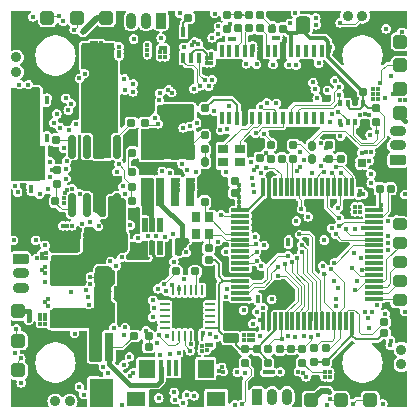
<source format=gbr>
G04 #@! TF.GenerationSoftware,KiCad,Pcbnew,8.0.0-8.0.0-1~ubuntu22.04.1*
G04 #@! TF.CreationDate,2024-03-02T20:12:59+07:00*
G04 #@! TF.ProjectId,FC_ESC_STM32F405RG_26x26,46435f45-5343-45f5-9354-4d3332463430,rev?*
G04 #@! TF.SameCoordinates,Original*
G04 #@! TF.FileFunction,Copper,L1,Top*
G04 #@! TF.FilePolarity,Positive*
%FSLAX46Y46*%
G04 Gerber Fmt 4.6, Leading zero omitted, Abs format (unit mm)*
G04 Created by KiCad (PCBNEW 8.0.0-8.0.0-1~ubuntu22.04.1) date 2024-03-02 20:12:59*
%MOMM*%
%LPD*%
G01*
G04 APERTURE LIST*
G04 Aperture macros list*
%AMRoundRect*
0 Rectangle with rounded corners*
0 $1 Rounding radius*
0 $2 $3 $4 $5 $6 $7 $8 $9 X,Y pos of 4 corners*
0 Add a 4 corners polygon primitive as box body*
4,1,4,$2,$3,$4,$5,$6,$7,$8,$9,$2,$3,0*
0 Add four circle primitives for the rounded corners*
1,1,$1+$1,$2,$3*
1,1,$1+$1,$4,$5*
1,1,$1+$1,$6,$7*
1,1,$1+$1,$8,$9*
0 Add four rect primitives between the rounded corners*
20,1,$1+$1,$2,$3,$4,$5,0*
20,1,$1+$1,$4,$5,$6,$7,0*
20,1,$1+$1,$6,$7,$8,$9,0*
20,1,$1+$1,$8,$9,$2,$3,0*%
G04 Aperture macros list end*
G04 #@! TA.AperFunction,SMDPad,CuDef*
%ADD10R,0.900000X0.800000*%
G04 #@! TD*
G04 #@! TA.AperFunction,SMDPad,CuDef*
%ADD11RoundRect,0.250000X1.100000X-0.412500X1.100000X0.412500X-1.100000X0.412500X-1.100000X-0.412500X0*%
G04 #@! TD*
G04 #@! TA.AperFunction,SMDPad,CuDef*
%ADD12RoundRect,0.160000X-0.160000X0.197500X-0.160000X-0.197500X0.160000X-0.197500X0.160000X0.197500X0*%
G04 #@! TD*
G04 #@! TA.AperFunction,SMDPad,CuDef*
%ADD13RoundRect,0.155000X-0.155000X0.212500X-0.155000X-0.212500X0.155000X-0.212500X0.155000X0.212500X0*%
G04 #@! TD*
G04 #@! TA.AperFunction,SMDPad,CuDef*
%ADD14R,3.000000X3.000000*%
G04 #@! TD*
G04 #@! TA.AperFunction,SMDPad,CuDef*
%ADD15R,2.500000X1.500000*%
G04 #@! TD*
G04 #@! TA.AperFunction,SMDPad,CuDef*
%ADD16RoundRect,0.155000X-0.212500X-0.155000X0.212500X-0.155000X0.212500X0.155000X-0.212500X0.155000X0*%
G04 #@! TD*
G04 #@! TA.AperFunction,ComponentPad*
%ADD17C,0.900000*%
G04 #@! TD*
G04 #@! TA.AperFunction,SMDPad,CuDef*
%ADD18RoundRect,0.062500X-0.375000X-0.062500X0.375000X-0.062500X0.375000X0.062500X-0.375000X0.062500X0*%
G04 #@! TD*
G04 #@! TA.AperFunction,SMDPad,CuDef*
%ADD19RoundRect,0.062500X-0.062500X-0.375000X0.062500X-0.375000X0.062500X0.375000X-0.062500X0.375000X0*%
G04 #@! TD*
G04 #@! TA.AperFunction,SMDPad,CuDef*
%ADD20R,2.150000X2.150000*%
G04 #@! TD*
G04 #@! TA.AperFunction,SMDPad,CuDef*
%ADD21RoundRect,0.160000X0.160000X-0.197500X0.160000X0.197500X-0.160000X0.197500X-0.160000X-0.197500X0*%
G04 #@! TD*
G04 #@! TA.AperFunction,SMDPad,CuDef*
%ADD22R,0.350000X0.500000*%
G04 #@! TD*
G04 #@! TA.AperFunction,SMDPad,CuDef*
%ADD23RoundRect,0.250000X-0.412500X-1.100000X0.412500X-1.100000X0.412500X1.100000X-0.412500X1.100000X0*%
G04 #@! TD*
G04 #@! TA.AperFunction,SMDPad,CuDef*
%ADD24RoundRect,0.250000X-0.412500X-0.650000X0.412500X-0.650000X0.412500X0.650000X-0.412500X0.650000X0*%
G04 #@! TD*
G04 #@! TA.AperFunction,SMDPad,CuDef*
%ADD25RoundRect,0.155000X0.155000X-0.212500X0.155000X0.212500X-0.155000X0.212500X-0.155000X-0.212500X0*%
G04 #@! TD*
G04 #@! TA.AperFunction,SMDPad,CuDef*
%ADD26RoundRect,0.300000X-0.300000X-0.300000X0.300000X-0.300000X0.300000X0.300000X-0.300000X0.300000X0*%
G04 #@! TD*
G04 #@! TA.AperFunction,SMDPad,CuDef*
%ADD27R,0.740000X2.400000*%
G04 #@! TD*
G04 #@! TA.AperFunction,SMDPad,CuDef*
%ADD28R,0.450000X1.380000*%
G04 #@! TD*
G04 #@! TA.AperFunction,SMDPad,CuDef*
%ADD29R,1.650000X1.300000*%
G04 #@! TD*
G04 #@! TA.AperFunction,SMDPad,CuDef*
%ADD30R,1.425000X1.550000*%
G04 #@! TD*
G04 #@! TA.AperFunction,SMDPad,CuDef*
%ADD31RoundRect,0.075000X-0.700000X-0.075000X0.700000X-0.075000X0.700000X0.075000X-0.700000X0.075000X0*%
G04 #@! TD*
G04 #@! TA.AperFunction,SMDPad,CuDef*
%ADD32RoundRect,0.075000X-0.075000X-0.700000X0.075000X-0.700000X0.075000X0.700000X-0.075000X0.700000X0*%
G04 #@! TD*
G04 #@! TA.AperFunction,SMDPad,CuDef*
%ADD33RoundRect,0.250000X0.350000X0.250000X-0.350000X0.250000X-0.350000X-0.250000X0.350000X-0.250000X0*%
G04 #@! TD*
G04 #@! TA.AperFunction,SMDPad,CuDef*
%ADD34R,0.800000X0.900000*%
G04 #@! TD*
G04 #@! TA.AperFunction,SMDPad,CuDef*
%ADD35RoundRect,0.160000X0.197500X0.160000X-0.197500X0.160000X-0.197500X-0.160000X0.197500X-0.160000X0*%
G04 #@! TD*
G04 #@! TA.AperFunction,SMDPad,CuDef*
%ADD36RoundRect,0.160000X0.160000X-0.222500X0.160000X0.222500X-0.160000X0.222500X-0.160000X-0.222500X0*%
G04 #@! TD*
G04 #@! TA.AperFunction,SMDPad,CuDef*
%ADD37RoundRect,0.155000X0.212500X0.155000X-0.212500X0.155000X-0.212500X-0.155000X0.212500X-0.155000X0*%
G04 #@! TD*
G04 #@! TA.AperFunction,SMDPad,CuDef*
%ADD38RoundRect,0.150000X-0.150000X0.825000X-0.150000X-0.825000X0.150000X-0.825000X0.150000X0.825000X0*%
G04 #@! TD*
G04 #@! TA.AperFunction,SMDPad,CuDef*
%ADD39R,3.000000X2.290000*%
G04 #@! TD*
G04 #@! TA.AperFunction,SMDPad,CuDef*
%ADD40RoundRect,0.300000X0.300000X0.300000X-0.300000X0.300000X-0.300000X-0.300000X0.300000X-0.300000X0*%
G04 #@! TD*
G04 #@! TA.AperFunction,SMDPad,CuDef*
%ADD41RoundRect,0.020000X0.180000X-0.575000X0.180000X0.575000X-0.180000X0.575000X-0.180000X-0.575000X0*%
G04 #@! TD*
G04 #@! TA.AperFunction,SMDPad,CuDef*
%ADD42RoundRect,0.100000X-0.100000X0.350000X-0.100000X-0.350000X0.100000X-0.350000X0.100000X0.350000X0*%
G04 #@! TD*
G04 #@! TA.AperFunction,SMDPad,CuDef*
%ADD43RoundRect,0.250000X0.362500X1.425000X-0.362500X1.425000X-0.362500X-1.425000X0.362500X-1.425000X0*%
G04 #@! TD*
G04 #@! TA.AperFunction,SMDPad,CuDef*
%ADD44RoundRect,0.300000X-0.300000X0.300000X-0.300000X-0.300000X0.300000X-0.300000X0.300000X0.300000X0*%
G04 #@! TD*
G04 #@! TA.AperFunction,SMDPad,CuDef*
%ADD45R,0.400000X1.100000*%
G04 #@! TD*
G04 #@! TA.AperFunction,SMDPad,CuDef*
%ADD46R,1.542500X1.200000*%
G04 #@! TD*
G04 #@! TA.AperFunction,SMDPad,CuDef*
%ADD47RoundRect,0.160000X-0.197500X-0.160000X0.197500X-0.160000X0.197500X0.160000X-0.197500X0.160000X0*%
G04 #@! TD*
G04 #@! TA.AperFunction,SMDPad,CuDef*
%ADD48RoundRect,0.250000X-0.337500X-0.475000X0.337500X-0.475000X0.337500X0.475000X-0.337500X0.475000X0*%
G04 #@! TD*
G04 #@! TA.AperFunction,SMDPad,CuDef*
%ADD49RoundRect,0.250000X1.000000X0.650000X-1.000000X0.650000X-1.000000X-0.650000X1.000000X-0.650000X0*%
G04 #@! TD*
G04 #@! TA.AperFunction,SMDPad,CuDef*
%ADD50RoundRect,0.300000X0.300000X-0.300000X0.300000X0.300000X-0.300000X0.300000X-0.300000X-0.300000X0*%
G04 #@! TD*
G04 #@! TA.AperFunction,ComponentPad*
%ADD51RoundRect,0.225000X-0.475000X0.225000X-0.475000X-0.225000X0.475000X-0.225000X0.475000X0.225000X0*%
G04 #@! TD*
G04 #@! TA.AperFunction,ComponentPad*
%ADD52O,1.400000X0.900000*%
G04 #@! TD*
G04 #@! TA.AperFunction,ComponentPad*
%ADD53RoundRect,0.225000X0.475000X-0.225000X0.475000X0.225000X-0.475000X0.225000X-0.475000X-0.225000X0*%
G04 #@! TD*
G04 #@! TA.AperFunction,ComponentPad*
%ADD54RoundRect,0.225000X0.225000X0.475000X-0.225000X0.475000X-0.225000X-0.475000X0.225000X-0.475000X0*%
G04 #@! TD*
G04 #@! TA.AperFunction,ComponentPad*
%ADD55O,0.900000X1.400000*%
G04 #@! TD*
G04 #@! TA.AperFunction,ComponentPad*
%ADD56RoundRect,0.225000X-0.225000X-0.475000X0.225000X-0.475000X0.225000X0.475000X-0.225000X0.475000X0*%
G04 #@! TD*
G04 #@! TA.AperFunction,ViaPad*
%ADD57C,0.400000*%
G04 #@! TD*
G04 #@! TA.AperFunction,Conductor*
%ADD58C,0.150000*%
G04 #@! TD*
G04 #@! TA.AperFunction,Conductor*
%ADD59C,0.100000*%
G04 #@! TD*
G04 #@! TA.AperFunction,Conductor*
%ADD60C,0.300000*%
G04 #@! TD*
G04 #@! TA.AperFunction,Conductor*
%ADD61C,0.200000*%
G04 #@! TD*
G04 #@! TA.AperFunction,Conductor*
%ADD62C,0.400000*%
G04 #@! TD*
G04 #@! TA.AperFunction,Conductor*
%ADD63C,0.500000*%
G04 #@! TD*
G04 APERTURE END LIST*
D10*
X218079300Y-75135900D03*
X216679300Y-75135900D03*
X216679300Y-76235900D03*
X218079300Y-76235900D03*
D11*
X212807300Y-72066800D03*
X212807300Y-68941800D03*
D12*
X202570000Y-76895000D03*
X202570000Y-78090000D03*
D13*
X230850000Y-77319500D03*
X230850000Y-78454500D03*
D14*
X200180000Y-80920000D03*
D15*
X203256900Y-85799300D03*
X203256900Y-89499300D03*
D16*
X208912400Y-72866500D03*
X210047400Y-72866500D03*
D17*
X203700500Y-96457500D03*
X202450500Y-96457500D03*
X201200500Y-96457500D03*
D13*
X215144100Y-71664000D03*
X215144100Y-72799000D03*
D18*
X211725000Y-87730000D03*
X211725000Y-88230000D03*
X211725000Y-88730000D03*
X211725000Y-89230000D03*
X211725000Y-89730000D03*
X211725000Y-90230000D03*
D19*
X212412500Y-90917500D03*
X212912500Y-90917500D03*
X213412500Y-90917500D03*
X213912500Y-90917500D03*
X214412500Y-90917500D03*
X214912500Y-90917500D03*
D18*
X215600000Y-90230000D03*
X215600000Y-89730000D03*
X215600000Y-89230000D03*
X215600000Y-88730000D03*
X215600000Y-88230000D03*
X215600000Y-87730000D03*
D19*
X214912500Y-87042500D03*
X214412500Y-87042500D03*
X213912500Y-87042500D03*
X213412500Y-87042500D03*
X212912500Y-87042500D03*
X212412500Y-87042500D03*
D20*
X213662500Y-88980000D03*
D21*
X220478100Y-93238500D03*
X220478100Y-92043500D03*
D17*
X231755700Y-92088900D03*
X231755700Y-93338900D03*
X231755700Y-94588900D03*
D12*
X220700500Y-74745000D03*
X220700500Y-75940000D03*
D13*
X219830000Y-63752500D03*
X219830000Y-64887500D03*
D12*
X218522300Y-92043500D03*
X218522300Y-93238500D03*
D22*
X228504500Y-72841100D03*
X227854500Y-72841100D03*
X227204500Y-72841100D03*
X226554500Y-72841100D03*
X226554500Y-71241100D03*
X227204500Y-71241100D03*
X227854500Y-71241100D03*
X228504500Y-71241100D03*
D23*
X206012400Y-67532500D03*
X209137400Y-67532500D03*
D24*
X206520400Y-89173300D03*
X209645400Y-89173300D03*
D25*
X226624900Y-75939900D03*
X226624900Y-74804900D03*
D13*
X219512900Y-92060200D03*
X219512900Y-93195200D03*
D26*
X199319900Y-88846900D03*
X199319900Y-91346900D03*
X199319900Y-93846900D03*
X199319900Y-96346900D03*
D12*
X202469500Y-79508000D03*
X202469500Y-80703000D03*
D17*
X199150500Y-68582500D03*
X199150500Y-67332500D03*
X199150500Y-66082500D03*
D21*
X225649900Y-75974900D03*
X225649900Y-74779900D03*
D25*
X216990500Y-91112500D03*
X216990500Y-89977500D03*
D14*
X200180000Y-76290000D03*
D21*
X225354900Y-93162300D03*
X225354900Y-91967300D03*
D27*
X207005000Y-91860000D03*
X207005000Y-95760000D03*
X205735000Y-91860000D03*
X205735000Y-95760000D03*
D23*
X206520400Y-86379300D03*
X209645400Y-86379300D03*
D16*
X230292500Y-90690000D03*
X231427500Y-90690000D03*
D28*
X211405700Y-93615700D03*
X212055700Y-93615700D03*
X212705700Y-93615700D03*
X213355700Y-93615700D03*
X214005700Y-93615700D03*
D29*
X209330700Y-96275700D03*
D30*
X210218200Y-93700700D03*
X215193200Y-93700700D03*
D29*
X216080700Y-96275700D03*
D12*
X222600000Y-74777500D03*
X222600000Y-75972500D03*
D31*
X218119700Y-80264500D03*
X218119700Y-80764500D03*
X218119700Y-81264500D03*
X218119700Y-81764500D03*
X218119700Y-82264500D03*
X218119700Y-82764500D03*
X218119700Y-83264500D03*
X218119700Y-83764500D03*
X218119700Y-84264500D03*
X218119700Y-84764500D03*
X218119700Y-85264500D03*
X218119700Y-85764500D03*
X218119700Y-86264500D03*
X218119700Y-86764500D03*
X218119700Y-87264500D03*
X218119700Y-87764500D03*
D32*
X220044700Y-89689500D03*
X220544700Y-89689500D03*
X221044700Y-89689500D03*
X221544700Y-89689500D03*
X222044700Y-89689500D03*
X222544700Y-89689500D03*
X223044700Y-89689500D03*
X223544700Y-89689500D03*
X224044700Y-89689500D03*
X224544700Y-89689500D03*
X225044700Y-89689500D03*
X225544700Y-89689500D03*
X226044700Y-89689500D03*
X226544700Y-89689500D03*
X227044700Y-89689500D03*
X227544700Y-89689500D03*
D31*
X229469700Y-87764500D03*
X229469700Y-87264500D03*
X229469700Y-86764500D03*
X229469700Y-86264500D03*
X229469700Y-85764500D03*
X229469700Y-85264500D03*
X229469700Y-84764500D03*
X229469700Y-84264500D03*
X229469700Y-83764500D03*
X229469700Y-83264500D03*
X229469700Y-82764500D03*
X229469700Y-82264500D03*
X229469700Y-81764500D03*
X229469700Y-81264500D03*
X229469700Y-80764500D03*
X229469700Y-80264500D03*
D32*
X227544700Y-78339500D03*
X227044700Y-78339500D03*
X226544700Y-78339500D03*
X226044700Y-78339500D03*
X225544700Y-78339500D03*
X225044700Y-78339500D03*
X224544700Y-78339500D03*
X224044700Y-78339500D03*
X223544700Y-78339500D03*
X223044700Y-78339500D03*
X222544700Y-78339500D03*
X222044700Y-78339500D03*
X221544700Y-78339500D03*
X221044700Y-78339500D03*
X220544700Y-78339500D03*
X220044700Y-78339500D03*
D33*
X231628700Y-87890100D03*
X231628700Y-86290100D03*
X231628700Y-84690100D03*
X231628700Y-83090100D03*
X231628700Y-81490100D03*
X231628700Y-79890100D03*
D34*
X215465500Y-82292900D03*
X215465500Y-80892900D03*
X214365500Y-80892900D03*
X214365500Y-82292900D03*
D25*
X218877900Y-64887500D03*
X218877900Y-63752500D03*
D12*
X221650500Y-74745000D03*
X221650500Y-75940000D03*
D35*
X210356800Y-91891100D03*
X209161800Y-91891100D03*
D36*
X224200500Y-75952500D03*
X224200500Y-74807500D03*
D37*
X215448900Y-84474300D03*
X214313900Y-84474300D03*
D12*
X215144100Y-73945400D03*
X215144100Y-75140400D03*
D38*
X207705000Y-74895000D03*
X206435000Y-74895000D03*
X205165000Y-74895000D03*
X203895000Y-74895000D03*
X203895000Y-79845000D03*
X205165000Y-79845000D03*
X206435000Y-79845000D03*
X207705000Y-79845000D03*
D39*
X205800000Y-77370000D03*
D25*
X229926900Y-78454500D03*
X229926900Y-77319500D03*
D27*
X210089500Y-78722300D03*
X210089500Y-74822300D03*
X211359500Y-78722300D03*
X211359500Y-74822300D03*
X212629500Y-78722300D03*
X212629500Y-74822300D03*
X213899500Y-78722300D03*
X213899500Y-74822300D03*
D25*
X215118700Y-79580800D03*
X215118700Y-78445800D03*
D40*
X231660000Y-72010000D03*
X231660000Y-70010000D03*
X231660000Y-68010000D03*
X231660000Y-66010000D03*
X231660000Y-64010000D03*
D25*
X217930000Y-64887500D03*
X217930000Y-63752500D03*
D36*
X215144100Y-77357600D03*
X215144100Y-76212600D03*
D12*
X223388100Y-92008600D03*
X223388100Y-93203600D03*
X216990000Y-63742500D03*
X216990000Y-64937500D03*
D41*
X210040000Y-83440000D03*
X210690000Y-83440000D03*
X211340000Y-83440000D03*
X211340000Y-81520000D03*
X210690000Y-81520000D03*
X210040000Y-81520000D03*
D42*
X214610700Y-65154700D03*
X213960700Y-65154700D03*
X213310700Y-65154700D03*
X213310700Y-67354700D03*
X213960700Y-67354700D03*
X214610700Y-67354700D03*
D13*
X208980000Y-79510000D03*
X208980000Y-80645000D03*
D16*
X214297200Y-85464900D03*
X215432200Y-85464900D03*
D21*
X224379900Y-93162300D03*
X224379900Y-91967300D03*
D37*
X212689000Y-85439500D03*
X211554000Y-85439500D03*
D25*
X208970000Y-75417500D03*
X208970000Y-74282500D03*
D37*
X231427500Y-89740000D03*
X230292500Y-89740000D03*
X228555300Y-70263100D03*
X227420300Y-70263100D03*
D23*
X207079200Y-70732900D03*
X210204200Y-70732900D03*
D12*
X202494900Y-74335000D03*
X202494900Y-75530000D03*
D16*
X213738400Y-63976500D03*
X214873400Y-63976500D03*
D43*
X205254200Y-71750000D03*
X199329200Y-71750000D03*
D44*
X206798300Y-64000000D03*
X204298300Y-64000000D03*
X201798300Y-64000000D03*
X199298300Y-64000000D03*
D45*
X216552700Y-72470500D03*
X217202700Y-72470500D03*
X217852700Y-72470500D03*
X218502700Y-72470500D03*
X219152700Y-72470500D03*
X219802700Y-72470500D03*
X220452700Y-72470500D03*
X221102700Y-72470500D03*
X221752700Y-72470500D03*
X222402700Y-72470500D03*
X223052700Y-72470500D03*
X223702700Y-72470500D03*
X224352700Y-72470500D03*
X225002700Y-72470500D03*
X225002700Y-66770500D03*
X224352700Y-66770500D03*
X223702700Y-66770500D03*
X223052700Y-66770500D03*
X222402700Y-66770500D03*
X221752700Y-66770500D03*
X221102700Y-66770500D03*
X220452700Y-66770500D03*
X219802700Y-66770500D03*
X219152700Y-66770500D03*
X218502700Y-66770500D03*
X217852700Y-66770500D03*
X217202700Y-66770500D03*
X216552700Y-66770500D03*
D46*
X218463950Y-70220500D03*
X220006450Y-70220500D03*
X221548950Y-70220500D03*
X223091450Y-70220500D03*
X218463950Y-69020500D03*
X220006450Y-69020500D03*
X221548950Y-69020500D03*
X223091450Y-69020500D03*
D25*
X221750000Y-64910000D03*
X221750000Y-63775000D03*
D47*
X209161800Y-90925900D03*
X210356800Y-90925900D03*
D12*
X209000000Y-77082500D03*
X209000000Y-78277500D03*
D21*
X220800000Y-64940000D03*
X220800000Y-63745000D03*
D37*
X217650500Y-77832500D03*
X216515500Y-77832500D03*
D21*
X222433900Y-93213100D03*
X222433900Y-92018100D03*
D48*
X223463000Y-64582500D03*
X225538000Y-64582500D03*
D12*
X229622100Y-71634700D03*
X229622100Y-72829700D03*
D37*
X215457600Y-83509100D03*
X214322600Y-83509100D03*
D49*
X207320900Y-82975700D03*
X203320900Y-82975700D03*
D13*
X221468700Y-92060200D03*
X221468700Y-93195200D03*
D25*
X219770500Y-75895000D03*
X219770500Y-74760000D03*
D37*
X217650500Y-78832500D03*
X216515500Y-78832500D03*
D17*
X227220500Y-63832500D03*
X228470500Y-63832500D03*
X229720500Y-63832500D03*
D50*
X224120000Y-96360000D03*
X226620000Y-96360000D03*
X229120000Y-96360000D03*
X231620000Y-96360000D03*
D51*
X199525500Y-84382500D03*
D52*
X199525500Y-85632500D03*
X199525500Y-86882500D03*
D53*
X231450900Y-76046900D03*
D52*
X231450900Y-74796900D03*
X231450900Y-73546900D03*
D54*
X211400500Y-64232500D03*
D55*
X210150500Y-64232500D03*
X208900500Y-64232500D03*
D56*
X219575500Y-96082500D03*
D55*
X220825500Y-96082500D03*
X222075500Y-96082500D03*
D57*
X229749100Y-70453500D03*
X215680500Y-67412500D03*
X201326500Y-83966300D03*
X206370000Y-66530000D03*
X214900000Y-92180000D03*
X229749100Y-70047100D03*
X201199500Y-89122500D03*
X211359500Y-66897500D03*
X206350000Y-66920000D03*
X215274100Y-67412500D03*
X201199500Y-89503500D03*
X201580500Y-89503500D03*
X205960000Y-66520000D03*
X219208100Y-90875100D03*
X203250000Y-78850000D03*
X225290000Y-93980000D03*
X205980000Y-74890000D03*
X225680000Y-94410000D03*
X219233500Y-91256100D03*
X201580500Y-89884500D03*
X206370000Y-75280000D03*
X205980000Y-75280000D03*
X228640000Y-76460000D03*
X215677500Y-91713300D03*
X229342700Y-70453500D03*
X215271100Y-67811900D03*
X228265400Y-76081000D03*
X228250500Y-80410300D03*
X215677500Y-67811900D03*
X218446100Y-90875100D03*
X227844100Y-80410300D03*
X218446100Y-91256100D03*
X227844100Y-80003900D03*
X200945500Y-84347300D03*
X201840000Y-78520000D03*
X203180000Y-79240000D03*
X201707500Y-84347300D03*
X218827100Y-90875100D03*
X211359500Y-67303900D03*
X201326500Y-84347300D03*
X228250000Y-76450000D03*
X211765900Y-67303900D03*
X211374100Y-66522500D03*
X229342700Y-70047100D03*
X203200000Y-79640000D03*
X228250500Y-80003900D03*
X205560000Y-66870000D03*
X206390000Y-75680000D03*
X203490000Y-78580000D03*
X211765900Y-66897500D03*
X201199500Y-89884500D03*
X211780500Y-66522500D03*
X215271100Y-91713300D03*
X206360000Y-66150000D03*
X215680000Y-67040000D03*
X205970000Y-66910000D03*
X201580500Y-89122500D03*
X225700000Y-93990000D03*
X205560000Y-66140000D03*
X215271100Y-92119700D03*
X229342700Y-70859900D03*
X206380000Y-67310000D03*
X214920000Y-91812500D03*
X206380000Y-74880000D03*
X228640000Y-76091000D03*
X229040000Y-76091000D03*
X205950000Y-66140000D03*
X201707500Y-83940900D03*
X205560000Y-66500000D03*
X229749100Y-70859900D03*
X205990000Y-75680000D03*
X205970000Y-67310000D03*
X225270000Y-94380000D03*
X203890000Y-78490000D03*
X218827100Y-91256100D03*
X205110500Y-79552500D03*
X207860500Y-76392500D03*
X211200500Y-72972500D03*
X205040000Y-82340000D03*
X219570500Y-76632500D03*
X213730500Y-77722500D03*
X214090500Y-78122500D03*
X213730500Y-78522500D03*
X222200500Y-82772500D03*
X214100500Y-78522500D03*
X214090500Y-77722500D03*
X213730500Y-78122500D03*
X222190500Y-83172500D03*
X219310500Y-76872500D03*
X224638692Y-70810000D03*
X228540500Y-78932500D03*
X228250000Y-78660000D03*
X228160000Y-79010000D03*
X230640500Y-82442500D03*
X225500000Y-70130000D03*
X212850500Y-78132500D03*
X217800500Y-90862500D03*
X227620500Y-90652500D03*
X219180500Y-66382500D03*
X217850500Y-72932500D03*
X218050500Y-78132500D03*
X222410500Y-66402500D03*
X230000500Y-79832500D03*
X212400500Y-77732500D03*
X217850500Y-72532500D03*
X225750000Y-66490000D03*
X227580500Y-90302500D03*
X218050500Y-79982500D03*
X221100000Y-66840000D03*
X217800500Y-91262500D03*
X213750500Y-63982500D03*
X212850500Y-77732500D03*
X212400500Y-78532500D03*
X218050500Y-78542500D03*
X217400500Y-90862500D03*
X218050500Y-79202500D03*
X230000500Y-80232500D03*
X217430500Y-91262500D03*
X225600000Y-66820000D03*
X222440500Y-66832500D03*
X212400500Y-78132500D03*
X221100500Y-66482500D03*
X218050500Y-79592500D03*
X219190500Y-66732500D03*
X212850500Y-78532500D03*
X229180000Y-75390000D03*
X228420000Y-75400000D03*
X228796934Y-75366062D03*
X230629200Y-83049501D03*
X222842619Y-67990856D03*
X224467556Y-70032925D03*
X229287385Y-88915222D03*
X221183613Y-71228771D03*
X228220000Y-72230000D03*
X228660000Y-72170000D03*
X229030000Y-72180000D03*
X232030000Y-88860000D03*
X230344651Y-70759214D03*
X222240000Y-67950000D03*
X230390000Y-89030000D03*
X231820000Y-65200000D03*
X219430000Y-83150000D03*
X218280000Y-96720000D03*
X200230000Y-89240000D03*
X231354025Y-81098363D03*
X206350500Y-95872500D03*
X230820000Y-91700000D03*
X224910000Y-95650000D03*
X223140000Y-76640000D03*
X208690500Y-84272500D03*
X200420500Y-78692500D03*
X208790000Y-94280000D03*
X205950500Y-95052500D03*
X219600000Y-87600000D03*
X204810500Y-65182500D03*
X212040500Y-70072500D03*
X200410500Y-78292500D03*
X219600000Y-87960000D03*
X201760500Y-70762500D03*
X208900500Y-83902500D03*
X231350000Y-81510000D03*
X201755417Y-73959186D03*
X200220000Y-88840000D03*
X206370500Y-95462500D03*
X230860000Y-91330000D03*
X205390000Y-64620000D03*
X221300500Y-65682500D03*
X209070000Y-94030000D03*
X205540500Y-95052500D03*
X200230000Y-89620000D03*
X201750500Y-74342500D03*
X212320500Y-70322500D03*
X209270500Y-83722500D03*
X217240500Y-65792500D03*
X222930000Y-76930000D03*
X205560500Y-95862500D03*
X232030000Y-70970000D03*
X220950500Y-65682500D03*
X217620000Y-65790000D03*
X205110000Y-64910000D03*
X225280000Y-95640000D03*
X205960500Y-95462500D03*
X209110500Y-84262500D03*
X231650000Y-70980000D03*
X205560500Y-95452500D03*
X201720000Y-71160000D03*
X205950500Y-95872500D03*
X225640000Y-95620000D03*
X226240000Y-88413503D03*
X216320000Y-93870000D03*
X214210500Y-95992500D03*
X216690000Y-93940000D03*
X216550000Y-93580000D03*
X213289900Y-96573300D03*
X224734811Y-90858673D03*
X220550000Y-94010000D03*
X226400000Y-86840000D03*
X220860000Y-93960000D03*
X220190000Y-94020000D03*
X212527900Y-95701100D03*
X211230000Y-96180000D03*
X226240000Y-87810000D03*
X223399100Y-94050100D03*
X223043500Y-93948500D03*
X225090000Y-84980000D03*
X206900000Y-94070000D03*
X223690000Y-94380000D03*
X226040000Y-86260000D03*
X204860000Y-95900000D03*
X203866500Y-81604100D03*
X206530000Y-93570000D03*
X203104500Y-81604100D03*
X203485500Y-81604100D03*
X205310000Y-88270000D03*
X199050500Y-78195002D03*
X201326500Y-85337900D03*
X208380000Y-90210000D03*
X201580500Y-85591900D03*
X199280000Y-78760000D03*
X201580500Y-85058500D03*
X207420000Y-90240000D03*
X202040000Y-76170000D03*
X201885300Y-88360500D03*
X200183500Y-69640700D03*
X201885300Y-87801700D03*
X201631300Y-88081100D03*
X210706943Y-89325243D03*
X208302816Y-90865070D03*
X199430000Y-69640000D03*
X214570500Y-66172500D03*
X214030000Y-66320000D03*
X214240000Y-66030000D03*
X203820500Y-71252500D03*
X215950000Y-63630000D03*
X204503944Y-69118460D03*
X204200000Y-73010000D03*
X210267300Y-66719700D03*
X216260000Y-65350000D03*
X210267300Y-67126100D03*
X210267300Y-66313300D03*
X203560500Y-71802500D03*
X222340000Y-64440000D03*
X224570000Y-64590000D03*
X207854300Y-66846700D03*
X203190000Y-75050000D03*
X207854300Y-66440300D03*
X207854300Y-67202300D03*
X224515316Y-63988478D03*
X203590000Y-73507500D03*
X202790500Y-63802500D03*
X225296855Y-76020067D03*
X224149529Y-91005850D03*
X219508651Y-84556716D03*
X219500000Y-83820000D03*
X220290000Y-75420000D03*
X212890000Y-83590000D03*
X231830000Y-72490000D03*
X232050000Y-72760000D03*
X213150000Y-83320000D03*
X212940000Y-83950000D03*
X212070000Y-93970000D03*
X227100059Y-81895200D03*
X212700500Y-93982500D03*
X228515870Y-81786941D03*
X231030000Y-70410000D03*
X226500500Y-81632500D03*
X226210000Y-76610000D03*
X229994371Y-69495139D03*
X204070500Y-64982500D03*
X220320000Y-76670000D03*
X225230000Y-85680000D03*
X225470000Y-96770000D03*
X225820000Y-85290000D03*
X230200000Y-96680000D03*
X227805287Y-87001096D03*
X199167500Y-90327401D03*
X226210000Y-82320000D03*
X199548500Y-92827400D03*
X226091500Y-84732400D03*
X225700000Y-96260000D03*
X227570000Y-85160000D03*
X227653600Y-96666300D03*
X228420000Y-85340000D03*
X199070000Y-92360000D03*
X222180500Y-84162500D03*
X225390000Y-75050000D03*
X219850000Y-71510000D03*
X226650000Y-77170000D03*
X220920000Y-64650000D03*
X230470000Y-64920000D03*
X223300500Y-80172500D03*
X203140500Y-64302500D03*
X220156350Y-83258750D03*
X219400000Y-82540000D03*
X226580500Y-64422500D03*
X212502500Y-84626700D03*
X213570500Y-83852500D03*
X211520500Y-76982500D03*
X212150500Y-77092500D03*
X219010000Y-76200000D03*
X216880500Y-77082500D03*
X216470500Y-80672500D03*
X200540500Y-63912500D03*
X223309074Y-83203926D03*
X224990119Y-76539806D03*
X229710000Y-88320000D03*
X222880500Y-81192500D03*
X225880053Y-81814081D03*
X230620000Y-83660000D03*
X223880000Y-80850000D03*
X225232900Y-82807700D03*
X232040000Y-78950000D03*
X213380000Y-86140000D03*
X223130000Y-82330000D03*
X211140000Y-86940000D03*
X217676114Y-96731841D03*
X211873407Y-87135155D03*
X216080000Y-91030000D03*
X212558800Y-96319200D03*
X215540000Y-90740000D03*
X218410500Y-88752500D03*
X208080000Y-96770000D03*
X219830000Y-89560000D03*
X208176581Y-78263369D03*
X211090000Y-91510000D03*
X210850000Y-88520000D03*
X198940000Y-82840000D03*
X207690000Y-77020000D03*
X206125500Y-81657500D03*
X208374480Y-78880382D03*
X204530000Y-78870000D03*
X211883000Y-90925900D03*
X210723561Y-87907659D03*
X202040000Y-77510000D03*
X205371316Y-81310574D03*
X202337324Y-72881397D03*
X204760500Y-81412500D03*
X217043145Y-73425068D03*
X218890000Y-87780000D03*
X217140000Y-71450000D03*
X213000000Y-63600000D03*
X215460000Y-69780000D03*
X216448604Y-73528685D03*
X215940000Y-71890000D03*
X216270000Y-64720000D03*
X214204300Y-69996300D03*
X222800000Y-63590000D03*
X229720000Y-73680000D03*
X225253300Y-77082900D03*
X221615500Y-91147500D03*
X211206522Y-90866801D03*
X223328116Y-83852728D03*
X210160000Y-90470000D03*
X219106219Y-77530760D03*
X223180000Y-75390000D03*
X224930500Y-74622500D03*
X219250000Y-78730000D03*
X219167868Y-78131608D03*
X223480000Y-76030000D03*
X219883524Y-77161607D03*
X225850500Y-72112500D03*
X225710000Y-72810000D03*
X224200500Y-77152500D03*
X221310000Y-85820000D03*
X212920000Y-86920000D03*
X221881338Y-84808000D03*
X213890000Y-92190000D03*
X222480290Y-84700552D03*
X212338262Y-86616816D03*
X214930000Y-90650000D03*
X222967268Y-84337091D03*
X230850000Y-68960000D03*
X217250000Y-64500000D03*
X216220500Y-82932500D03*
X220800000Y-87810000D03*
X219810061Y-90918196D03*
X216900000Y-83790000D03*
X220050000Y-88530000D03*
X219902717Y-85014462D03*
X219510000Y-88870000D03*
X222765384Y-91037600D03*
X219170000Y-89890000D03*
X216950500Y-87592500D03*
X223550500Y-90932500D03*
X216961674Y-86989101D03*
X212440000Y-82330000D03*
X208069405Y-84275200D03*
X211765900Y-82569300D03*
X205440000Y-86560000D03*
X210970000Y-82470000D03*
X207610000Y-84980000D03*
X205060000Y-87070000D03*
X210330000Y-82480000D03*
X207130000Y-84610000D03*
X209470000Y-82650000D03*
X205236589Y-87670475D03*
X208830500Y-81542500D03*
X214380500Y-77012500D03*
X210911500Y-72441500D03*
X213650500Y-76852500D03*
X209060000Y-69590000D03*
X213200500Y-76382500D03*
X211280000Y-70990000D03*
X209020000Y-70260000D03*
X213280500Y-73312500D03*
X213870000Y-73170000D03*
X211300000Y-70380000D03*
X214440500Y-72892500D03*
X208380000Y-70110000D03*
X230650500Y-81212500D03*
X224770000Y-67820000D03*
X229200313Y-78002858D03*
X219500000Y-67930000D03*
X204500000Y-95220000D03*
X201140000Y-78920000D03*
X200800000Y-82830000D03*
X211330000Y-92520000D03*
X229190000Y-77200000D03*
X224270500Y-69462500D03*
X229120000Y-73880000D03*
X218650000Y-67880000D03*
X208270000Y-93350000D03*
X201600500Y-83256198D03*
X201550000Y-86350000D03*
X212172300Y-92475300D03*
X220360000Y-71180000D03*
X226110000Y-69310000D03*
X215750000Y-69250000D03*
X220900000Y-67950000D03*
X226600500Y-74032500D03*
X208740000Y-92690000D03*
X204100000Y-90720000D03*
X203780000Y-87170000D03*
X212910608Y-92401016D03*
X228900000Y-89440000D03*
X213590500Y-95902500D03*
X228320471Y-84320399D03*
X217870000Y-94010000D03*
X215740500Y-65682500D03*
X203360500Y-70792500D03*
X213347258Y-66489272D03*
X203430500Y-76122500D03*
X218530000Y-94030000D03*
X228685156Y-88876035D03*
X221526356Y-93968263D03*
X227715299Y-83919381D03*
X202596500Y-72129900D03*
X211420500Y-65692500D03*
X209100500Y-65783000D03*
X203370500Y-76762500D03*
X229050000Y-90220000D03*
X228000000Y-86250000D03*
X222173789Y-90918308D03*
X227869500Y-81858100D03*
X204950500Y-68712500D03*
X202870000Y-73280000D03*
X208313763Y-69147381D03*
X203370500Y-77602500D03*
X226440500Y-71952500D03*
X219420000Y-73740000D03*
X226497852Y-80958439D03*
X226400000Y-80060000D03*
X226670000Y-73070000D03*
X226490000Y-69820000D03*
X225862900Y-77159100D03*
X226500000Y-70510000D03*
X200490500Y-70912500D03*
X214755395Y-69750315D03*
X220130500Y-73802500D03*
X215124850Y-69271277D03*
X223240000Y-73450000D03*
X215290000Y-77630000D03*
X206490000Y-79480000D03*
X204520000Y-81990000D03*
X217830000Y-69710000D03*
X231500000Y-77300000D03*
X228500000Y-73980000D03*
X208430000Y-87740000D03*
X214530000Y-89140000D03*
X215820000Y-75720000D03*
X228140000Y-78060000D03*
X220200000Y-80190000D03*
X223630000Y-73430000D03*
X200250000Y-96750000D03*
X230710000Y-63600000D03*
X231180000Y-64900000D03*
X226000000Y-64100000D03*
X220600000Y-80190000D03*
X225990000Y-79480000D03*
X217000000Y-84430000D03*
X220720000Y-77190000D03*
X208980000Y-82180000D03*
X218130000Y-69950000D03*
X215840000Y-80070000D03*
X228220000Y-73740000D03*
X215130000Y-65720000D03*
X225570000Y-81100000D03*
X210050000Y-70020000D03*
X204210000Y-82210000D03*
X216690000Y-79720000D03*
X209230000Y-76270000D03*
X218160000Y-70330000D03*
X206180000Y-79660000D03*
X207590000Y-87330000D03*
X213240000Y-69390000D03*
X202470000Y-75130000D03*
X214900000Y-77630000D03*
X221490000Y-74830000D03*
X220000000Y-74550000D03*
X217610000Y-92870000D03*
X228550000Y-78040000D03*
X209130000Y-73900000D03*
X210050000Y-69620000D03*
X221620000Y-74500000D03*
X209960000Y-76410000D03*
X223840000Y-73770000D03*
X213250000Y-69020000D03*
X221900000Y-93240000D03*
X209150000Y-72120000D03*
X209610000Y-76410000D03*
X208010000Y-87330000D03*
X221010000Y-80190000D03*
X216680000Y-80040000D03*
X213340000Y-93720000D03*
X208020000Y-86910000D03*
X225440000Y-80730000D03*
X210040000Y-70430000D03*
X228320000Y-77850000D03*
X215920000Y-79690000D03*
X200260000Y-96310000D03*
X215950000Y-70270000D03*
X222090000Y-88010000D03*
X213110000Y-89300000D03*
X198970000Y-64940000D03*
X223440000Y-73780000D03*
X224020000Y-73430000D03*
X225940000Y-81190000D03*
X217600000Y-93180000D03*
X221000000Y-79790000D03*
X231900000Y-77700000D03*
X218470000Y-89400000D03*
X222090000Y-87610000D03*
X222080000Y-63600000D03*
X200260000Y-95860000D03*
X232060000Y-90640000D03*
X204460000Y-82550000D03*
X220600000Y-80600000D03*
X222330000Y-92860000D03*
X220190000Y-80600000D03*
X214310000Y-83240000D03*
X208630000Y-66410000D03*
X199790000Y-64960000D03*
X206480000Y-79870000D03*
X231140000Y-95430000D03*
X231950000Y-95410000D03*
X204060000Y-82560000D03*
X216310000Y-79710000D03*
X226440000Y-74640000D03*
X231500000Y-77700000D03*
X221010000Y-80610000D03*
X226170000Y-63720000D03*
X205510000Y-77630000D03*
X231550000Y-95420000D03*
X217810000Y-70110000D03*
X208760000Y-73910000D03*
X210470000Y-69620000D03*
X221540000Y-92940000D03*
X205110000Y-77640000D03*
X203710000Y-82400000D03*
X208750000Y-72120000D03*
X216250000Y-80060000D03*
X209040000Y-67240000D03*
X228560000Y-73620000D03*
X205100000Y-78030000D03*
X213560000Y-69210000D03*
X213910000Y-94030000D03*
X205520000Y-78040000D03*
X215680000Y-77620000D03*
X213990000Y-83400000D03*
X221940000Y-92850000D03*
X208430000Y-87330000D03*
X230710000Y-64030000D03*
X220600000Y-79780000D03*
X226460000Y-75000000D03*
X228560000Y-73230000D03*
X208940000Y-92050000D03*
X232050000Y-91160000D03*
X219790000Y-74860000D03*
X213730000Y-93680000D03*
X208600000Y-67210000D03*
X231900000Y-77300000D03*
X199380000Y-64950000D03*
X220200000Y-79780000D03*
X208750000Y-71720000D03*
X208600000Y-66810000D03*
X207580000Y-87740000D03*
X209160000Y-71720000D03*
X208440000Y-86910000D03*
X207600000Y-86900000D03*
X223800000Y-82840000D03*
X228970000Y-73260000D03*
X207990000Y-87750000D03*
X202110000Y-75260000D03*
X199580000Y-94900000D03*
X221333315Y-85060756D03*
X202160000Y-76900000D03*
X205430000Y-85940000D03*
X213927677Y-91572588D03*
X211658182Y-86570800D03*
D58*
X214270300Y-66729700D02*
X214939700Y-66729700D01*
X214939700Y-66729700D02*
X215271100Y-67061100D01*
D59*
X223388100Y-93203600D02*
X224200600Y-94016100D01*
X224200600Y-94016100D02*
X225253900Y-94016100D01*
D58*
X215271100Y-67061100D02*
X215271100Y-67811900D01*
X213960700Y-67354700D02*
X213960700Y-67039300D01*
D59*
X225253900Y-94016100D02*
X225290000Y-93980000D01*
D58*
X213960700Y-67039300D02*
X214270300Y-66729700D01*
D59*
X208660000Y-75659600D02*
X208660000Y-76694800D01*
X208895700Y-75423900D02*
X208660000Y-75659600D01*
X208660000Y-76694800D02*
X208895700Y-76930500D01*
X208320500Y-76852500D02*
X207860500Y-76392500D01*
X208320500Y-77550300D02*
X208320500Y-76852500D01*
X208895700Y-79512600D02*
X208895700Y-78381800D01*
X208895700Y-78125500D02*
X208320500Y-77550300D01*
X205074300Y-80042200D02*
X205074300Y-79588700D01*
X208895700Y-78381800D02*
X209000000Y-78277500D01*
X208895700Y-78125500D02*
X208895700Y-78067700D01*
X205074300Y-79588700D02*
X205110500Y-79552500D01*
X207614300Y-74917200D02*
X207614300Y-74164600D01*
X207614300Y-74164600D02*
X208912400Y-72866500D01*
X210047400Y-72866500D02*
X210250900Y-73070000D01*
X211133000Y-73070000D02*
X211230500Y-72972500D01*
X210250900Y-73070000D02*
X211133000Y-73070000D01*
D60*
X223463000Y-64582500D02*
X223463000Y-65143000D01*
D59*
X230319500Y-74070500D02*
X230319500Y-72332100D01*
D60*
X223463000Y-65143000D02*
X224032500Y-65712500D01*
D61*
X218119700Y-80264500D02*
X218168500Y-80264500D01*
X216300500Y-84812500D02*
X215962300Y-84474300D01*
X227620500Y-90900500D02*
X227920000Y-91200000D01*
X218522300Y-92043500D02*
X219496200Y-92043500D01*
X228504500Y-71241100D02*
X228504500Y-70313900D01*
X217650500Y-77832500D02*
X217750500Y-77832500D01*
X227204500Y-71241100D02*
X227204500Y-71466100D01*
X227620500Y-90572500D02*
X227620500Y-90652500D01*
X228898100Y-71634700D02*
X229622100Y-71634700D01*
D59*
X227014314Y-73540000D02*
X228274314Y-74800000D01*
D60*
X225580000Y-66830000D02*
X225590000Y-66840000D01*
D61*
X221100500Y-66482500D02*
X221102700Y-66480300D01*
X219180500Y-66382500D02*
X219152700Y-66354700D01*
X227544700Y-89689500D02*
X227544700Y-90266700D01*
D59*
X228274314Y-74800000D02*
X229590000Y-74800000D01*
D61*
X216682500Y-86264500D02*
X216300500Y-85882500D01*
X219496200Y-92043500D02*
X219512900Y-92060200D01*
X216350500Y-90230000D02*
X215600000Y-90230000D01*
X228504500Y-71466100D02*
X228504500Y-71241100D01*
X217780500Y-91692500D02*
X217780500Y-91373975D01*
D60*
X222400500Y-65280200D02*
X222400500Y-65972500D01*
D61*
X227920000Y-91200000D02*
X229782500Y-91200000D01*
X220260000Y-91250000D02*
X220259128Y-91250000D01*
X229926900Y-80158900D02*
X230000500Y-80232500D01*
X216360500Y-86539025D02*
X216360500Y-90240000D01*
X218522300Y-92043500D02*
X218131500Y-92043500D01*
X217750500Y-77832500D02*
X218050500Y-78132500D01*
X228504500Y-71241100D02*
X228898100Y-71634700D01*
X213732400Y-63982500D02*
X213750500Y-63982500D01*
X220259128Y-91250000D02*
X219512900Y-91996228D01*
X221044700Y-90465300D02*
X220260000Y-91250000D01*
X213310700Y-64404200D02*
X213732400Y-63982500D01*
X216360500Y-90240000D02*
X216360500Y-90482500D01*
X220478100Y-93238500D02*
X220478100Y-93025400D01*
X227580500Y-90302500D02*
X227544700Y-90338300D01*
X227204500Y-71466100D02*
X227429500Y-71691100D01*
X218050500Y-78932500D02*
X218050500Y-80182500D01*
D59*
X224200500Y-74807500D02*
X224200500Y-74385091D01*
D61*
X227544700Y-90496700D02*
X227620500Y-90572500D01*
D60*
X225590000Y-66470000D02*
X225580000Y-66480000D01*
D61*
X216682500Y-86264500D02*
X216635025Y-86264500D01*
D59*
X224200500Y-74385091D02*
X225045591Y-73540000D01*
D61*
X218050500Y-78132500D02*
X218050500Y-78932500D01*
D60*
X225294700Y-65712500D02*
X225580000Y-65997800D01*
D61*
X220478100Y-93025400D02*
X219512900Y-92060200D01*
X213750500Y-63982500D02*
X213750500Y-63964400D01*
X229926900Y-78454500D02*
X229926900Y-80158900D01*
D60*
X223098200Y-65091800D02*
X222909800Y-65280200D01*
X225580000Y-66850000D02*
X225580000Y-67310000D01*
D61*
X218332500Y-80264500D02*
X218775500Y-80264500D01*
D60*
X222400500Y-66012500D02*
X222400500Y-66792500D01*
D61*
X215888100Y-70920000D02*
X215144100Y-71664000D01*
X221102700Y-66484700D02*
X221100000Y-66840000D01*
X227544700Y-90266700D02*
X227580500Y-90302500D01*
D59*
X230319500Y-72332100D02*
X229622100Y-71634700D01*
D61*
X227620500Y-90882830D02*
X227620500Y-90652500D01*
X230000500Y-80232500D02*
X230000500Y-79832500D01*
X216360500Y-90482500D02*
X216990500Y-91112500D01*
X216300500Y-85882500D02*
X216300500Y-84812500D01*
X230000500Y-79832500D02*
X229926900Y-79906100D01*
X216360500Y-90240000D02*
X216350500Y-90230000D01*
X224379900Y-93162300D02*
X225341030Y-93162300D01*
D60*
X225580000Y-66460000D02*
X225590000Y-66470000D01*
D61*
X219190500Y-66732500D02*
X219152700Y-66770300D01*
X219152700Y-66770300D02*
X219152700Y-66770500D01*
X227544700Y-90338300D02*
X227544700Y-90496700D01*
X213310700Y-65154700D02*
X213310700Y-64404200D01*
D60*
X225590000Y-66840000D02*
X225580000Y-66850000D01*
D61*
X218775500Y-80264500D02*
X220044700Y-78995300D01*
X218119700Y-86264500D02*
X216682500Y-86264500D01*
X221100500Y-66482500D02*
X221102700Y-66484700D01*
D60*
X222400500Y-65280200D02*
X222160200Y-65280200D01*
X225580000Y-66480000D02*
X225580000Y-66830000D01*
D61*
X217400000Y-70920000D02*
X215888100Y-70920000D01*
D60*
X228533100Y-70263100D02*
X228555300Y-70263100D01*
D61*
X216635025Y-86264500D02*
X216360500Y-86539025D01*
X217850500Y-72532500D02*
X217850500Y-71370500D01*
D59*
X225045591Y-73540000D02*
X227014314Y-73540000D01*
D61*
X213750500Y-63964400D02*
X213738400Y-63976500D01*
D60*
X224032500Y-65712500D02*
X225294700Y-65712500D01*
D61*
X217850500Y-71370500D02*
X217400000Y-70920000D01*
X221100000Y-66840000D02*
X221102700Y-66770500D01*
X228504500Y-70313900D02*
X228555300Y-70263100D01*
X227620500Y-90652500D02*
X227620500Y-90900500D01*
X221044700Y-89689500D02*
X221044700Y-90465300D01*
X215962300Y-84474300D02*
X215448900Y-84474300D01*
X227429500Y-71691100D02*
X228279500Y-71691100D01*
D60*
X222160200Y-65280200D02*
X221790000Y-64910000D01*
X223098200Y-64582500D02*
X223098200Y-65091800D01*
D61*
X220044700Y-78339500D02*
X220044700Y-77891297D01*
X225341030Y-93162300D02*
X227620500Y-90882830D01*
D59*
X229590000Y-74800000D02*
X230319500Y-74070500D01*
D61*
X218131500Y-92043500D02*
X217780500Y-91692500D01*
D60*
X222909800Y-65280200D02*
X222400500Y-65280200D01*
D61*
X220044700Y-78995300D02*
X220044700Y-78339500D01*
D60*
X225580000Y-67310000D02*
X228533100Y-70263100D01*
D61*
X228279500Y-71691100D02*
X228504500Y-71466100D01*
X229782500Y-91200000D02*
X230292500Y-90690000D01*
D60*
X225580000Y-65997800D02*
X225580000Y-66460000D01*
D61*
X222400500Y-66792500D02*
X222440500Y-66832500D01*
X229926900Y-79906100D02*
X229926900Y-80158900D01*
D59*
X218530000Y-94707409D02*
X219009000Y-94228409D01*
X219009000Y-94228409D02*
X219009000Y-93725200D01*
X219430000Y-83150000D02*
X219315500Y-83264500D01*
X218530000Y-96470000D02*
X218530000Y-94707409D01*
X219009000Y-93725200D02*
X218522300Y-93238500D01*
X231430000Y-65950000D02*
X231430000Y-65590000D01*
X231430000Y-65590000D02*
X231820000Y-65200000D01*
X218280000Y-96720000D02*
X218530000Y-96470000D01*
X219315500Y-83264500D02*
X218170500Y-83264500D01*
X216837100Y-82264500D02*
X218170500Y-82264500D01*
X215118700Y-79580800D02*
X215118700Y-80546100D01*
X215465500Y-80892900D02*
X216837100Y-82264500D01*
X215118700Y-80546100D02*
X215465500Y-80892900D01*
X215532600Y-82360000D02*
X215465500Y-82292900D01*
X218170500Y-82764500D02*
X216912836Y-82764500D01*
X215465500Y-82292900D02*
X215465500Y-83501200D01*
X215465500Y-83501200D02*
X215457600Y-83509100D01*
X216508336Y-82360000D02*
X215532600Y-82360000D01*
X216912836Y-82764500D02*
X216508336Y-82360000D01*
D62*
X200213100Y-88846900D02*
X200220000Y-88840000D01*
D63*
X224124900Y-96386900D02*
X224193100Y-96386900D01*
D59*
X231700499Y-81592499D02*
X231560499Y-81592499D01*
X231560499Y-81592499D02*
X231430500Y-81462500D01*
D62*
X200220000Y-89250000D02*
X200220000Y-89610000D01*
X200220000Y-88840000D02*
X200220000Y-89230000D01*
D61*
X224950000Y-95630000D02*
X225270000Y-95630000D01*
D59*
X231700499Y-81592499D02*
X231700499Y-81561899D01*
D63*
X224940000Y-95620000D02*
X225580000Y-95620000D01*
D62*
X225580000Y-95620000D02*
X225610000Y-95650000D01*
X199319900Y-88846900D02*
X200213100Y-88846900D01*
X224910000Y-95650000D02*
X224940000Y-95620000D01*
D61*
X224930000Y-95650000D02*
X224950000Y-95630000D01*
X225290000Y-95630000D02*
X225630000Y-95630000D01*
D63*
X206016500Y-63976500D02*
X206798300Y-63976500D01*
X204810500Y-65182500D02*
X206016500Y-63976500D01*
X224193100Y-96386900D02*
X224910000Y-95670000D01*
D59*
X231700499Y-81561899D02*
X231628700Y-81490100D01*
X201972300Y-63802500D02*
X201798300Y-63976500D01*
X226589900Y-75974900D02*
X226624900Y-75939900D01*
X202790500Y-63802500D02*
X201972300Y-63802500D01*
X225342022Y-75974900D02*
X225649900Y-75974900D01*
X225649900Y-75974900D02*
X226589900Y-75974900D01*
X225296855Y-76020067D02*
X225342022Y-75974900D01*
X228150000Y-89093456D02*
X227746044Y-88689500D01*
X227230500Y-88689500D02*
X227044700Y-88875300D01*
X227746044Y-88689500D02*
X227230500Y-88689500D01*
X229252500Y-90780000D02*
X228358330Y-90780000D01*
X228358330Y-90780000D02*
X228150000Y-90571670D01*
X230292500Y-89740000D02*
X229252500Y-90780000D01*
X227044700Y-88875300D02*
X227044700Y-89689500D01*
X228150000Y-90571670D02*
X228150000Y-89093456D01*
X230595500Y-78751100D02*
X230595500Y-80367500D01*
X230892100Y-78454500D02*
X230595500Y-78751100D01*
X230595500Y-80367500D02*
X230198500Y-80764500D01*
X230198500Y-80764500D02*
X229520500Y-80764500D01*
X223388100Y-92008600D02*
X222443400Y-92008600D01*
X219300867Y-84764500D02*
X218170500Y-84764500D01*
X223322800Y-92060200D02*
X221468700Y-92060200D01*
X219508651Y-84556716D02*
X219300867Y-84764500D01*
X224149529Y-91233471D02*
X223322800Y-92060200D01*
X224149529Y-91005850D02*
X224149529Y-91233471D01*
X222443400Y-92008600D02*
X222433900Y-92018100D01*
X218895500Y-84264500D02*
X219340000Y-83820000D01*
X219815000Y-75895000D02*
X220290000Y-75420000D01*
X220290000Y-75420000D02*
X220290000Y-75529500D01*
X219340000Y-83820000D02*
X219500000Y-83820000D01*
X220290000Y-75529500D02*
X220700500Y-75940000D01*
X219770500Y-75895000D02*
X219815000Y-75895000D01*
X218170500Y-84264500D02*
X218895500Y-84264500D01*
X209104100Y-90925900D02*
X208133100Y-91896900D01*
D62*
X207041900Y-91896900D02*
X207041900Y-93309718D01*
X211054900Y-95056500D02*
X211405700Y-94705700D01*
X207041900Y-93309718D02*
X208788682Y-95056500D01*
D59*
X208133100Y-91896900D02*
X207041900Y-91896900D01*
D62*
X209161800Y-90925900D02*
X209104100Y-90925900D01*
X211405700Y-94705700D02*
X211405700Y-93615700D01*
X208788682Y-95056500D02*
X211054900Y-95056500D01*
X232050000Y-72710000D02*
X231830000Y-72490000D01*
X213150000Y-81550000D02*
X213150000Y-83320000D01*
X232050000Y-72760000D02*
X232050000Y-72710000D01*
D59*
X231420000Y-72070000D02*
X232074300Y-72724300D01*
D62*
X211359500Y-79759500D02*
X213150000Y-81550000D01*
X211359500Y-78722300D02*
X211359500Y-79759500D01*
D59*
X231420000Y-71610000D02*
X231420000Y-72070000D01*
X223220000Y-74670000D02*
X224200500Y-75650500D01*
X224200500Y-75650500D02*
X224200500Y-75952500D01*
X222758000Y-74670000D02*
X223220000Y-74670000D01*
X222650500Y-74777500D02*
X222758000Y-74670000D01*
X222095500Y-78339500D02*
X222095500Y-76317500D01*
X222095500Y-76317500D02*
X221720500Y-75942500D01*
X227100059Y-81895200D02*
X227100059Y-82028459D01*
X229469700Y-82264500D02*
X229520500Y-82264500D01*
X229369700Y-82364500D02*
X229469700Y-82264500D01*
X227100059Y-82028459D02*
X227436100Y-82364500D01*
X227436100Y-82364500D02*
X229369700Y-82364500D01*
X228538311Y-81764500D02*
X229520500Y-81764500D01*
X212705700Y-93615700D02*
X212705700Y-93488145D01*
X212705700Y-93615700D02*
X212705700Y-93877300D01*
X212705700Y-93877300D02*
X212650500Y-93932500D01*
X212705700Y-93488145D02*
X212731198Y-93462647D01*
X228515870Y-81786941D02*
X228538311Y-81764500D01*
X226868500Y-81264500D02*
X226500500Y-81632500D01*
X231420000Y-69710000D02*
X231420000Y-70020000D01*
X231420000Y-70020000D02*
X231030000Y-70410000D01*
X229469700Y-81264500D02*
X226868500Y-81264500D01*
X230081387Y-69408123D02*
X230081387Y-68448614D01*
X226710000Y-76570000D02*
X227544700Y-77404700D01*
X229994371Y-69495139D02*
X230081387Y-69408123D01*
X226170000Y-76570000D02*
X226710000Y-76570000D01*
X230081387Y-68448614D02*
X230580001Y-67950000D01*
X227544700Y-77404700D02*
X227544700Y-78339500D01*
X230580001Y-67950000D02*
X231430000Y-67950000D01*
X221000000Y-76670000D02*
X221545500Y-77215500D01*
X220320000Y-76670000D02*
X221000000Y-76670000D01*
X204298300Y-64774700D02*
X204130500Y-64942500D01*
X221545500Y-77215500D02*
X221545500Y-77667100D01*
X204298300Y-63976500D02*
X204298300Y-64774700D01*
X225850500Y-91352500D02*
X224957228Y-91352500D01*
X226095500Y-91107500D02*
X225850500Y-91352500D01*
X225320000Y-85640000D02*
X225320000Y-85630000D01*
X225330000Y-85640000D02*
X225320000Y-85640000D01*
X226095500Y-89689500D02*
X226095500Y-91107500D01*
X226044700Y-88895612D02*
X226044700Y-89689500D01*
X224379900Y-91929828D02*
X224379900Y-91967300D01*
X225230000Y-85730000D02*
X225230000Y-88080912D01*
X225320000Y-85640000D02*
X225230000Y-85730000D01*
X225320000Y-85630000D02*
X225350000Y-85660000D01*
X225230000Y-88080912D02*
X226044700Y-88895612D01*
X224957228Y-91352500D02*
X224379900Y-91929828D01*
X226879000Y-88451912D02*
X226879000Y-86349000D01*
X225732700Y-91967300D02*
X226595500Y-91104500D01*
X226544700Y-89689500D02*
X226544700Y-88786212D01*
X226879000Y-86349000D02*
X225820000Y-85290000D01*
X226595500Y-91104500D02*
X226595500Y-89689500D01*
X225354900Y-91967300D02*
X225732700Y-91967300D01*
X226544700Y-88786212D02*
X226879000Y-88451912D01*
X229469700Y-87764500D02*
X231503100Y-87764500D01*
X231503100Y-87764500D02*
X231628700Y-87890100D01*
X230503700Y-86096300D02*
X230503700Y-84453709D01*
X230503700Y-84453709D02*
X231628700Y-83328709D01*
X229469700Y-86264500D02*
X228745500Y-86264500D01*
X228008904Y-87001096D02*
X227805287Y-87001096D01*
X231628700Y-83328709D02*
X231628700Y-83090100D01*
X229469700Y-86264500D02*
X230335500Y-86264500D01*
X230335500Y-86264500D02*
X230503700Y-86096300D01*
X228745500Y-86264500D02*
X228008904Y-87001096D01*
X231628700Y-84905356D02*
X231628700Y-84690100D01*
X231628700Y-84774667D02*
X231628700Y-84690100D01*
X231628700Y-84690100D02*
X231742900Y-84690100D01*
X231742900Y-84690100D02*
X232085900Y-85033100D01*
X231628700Y-84690100D02*
X231561374Y-84690100D01*
X229469700Y-86764500D02*
X230515500Y-86764500D01*
X230803700Y-85515100D02*
X231628700Y-84690100D01*
X230803700Y-86476300D02*
X230803700Y-85515100D01*
X230515500Y-86764500D02*
X230803700Y-86476300D01*
X231374644Y-86505356D02*
X231628700Y-86505356D01*
X229469700Y-87264500D02*
X230615500Y-87264500D01*
X230615500Y-87264500D02*
X231374644Y-86505356D01*
X199167500Y-90327401D02*
X199167500Y-90951300D01*
X199319900Y-91103700D02*
X199319900Y-91346900D01*
X226654500Y-82764500D02*
X229520500Y-82764500D01*
X199167500Y-90951300D02*
X199319900Y-91103700D01*
X226210000Y-82320000D02*
X226654500Y-82764500D01*
X226091500Y-84732400D02*
X226195173Y-84732400D01*
X227663073Y-83264500D02*
X229520500Y-83264500D01*
X226195173Y-84732400D02*
X227663073Y-83264500D01*
X199319900Y-93056000D02*
X199319900Y-93846900D01*
X199548500Y-92827400D02*
X199319900Y-93056000D01*
X227570000Y-85167409D02*
X228221591Y-85819000D01*
X225890000Y-96360000D02*
X225790000Y-96260000D01*
X229466000Y-85819000D02*
X229520500Y-85764500D01*
X226620000Y-96360000D02*
X225890000Y-96360000D01*
X227570000Y-85160000D02*
X227570000Y-85167409D01*
X228221591Y-85819000D02*
X229466000Y-85819000D01*
X228420000Y-85340000D02*
X228495500Y-85264500D01*
X227653600Y-96666300D02*
X227933000Y-96386900D01*
X227933000Y-96386900D02*
X229124900Y-96386900D01*
X228495500Y-85264500D02*
X229469700Y-85264500D01*
X221357500Y-84162500D02*
X220381717Y-85138283D01*
X219190280Y-86471000D02*
X218896780Y-86764500D01*
X219984736Y-86471000D02*
X219190280Y-86471000D01*
X225390000Y-75039800D02*
X225649900Y-74779900D01*
X222180500Y-84162500D02*
X221357500Y-84162500D01*
X220381717Y-86074019D02*
X219984736Y-86471000D01*
X220381717Y-85138283D02*
X220381717Y-86074019D01*
X225390000Y-75050000D02*
X225390000Y-75039800D01*
X218896780Y-86764500D02*
X218170500Y-86764500D01*
X219850000Y-71510000D02*
X220090000Y-71750000D01*
X220090000Y-71750000D02*
X220999143Y-71750000D01*
X226695006Y-77165006D02*
X227044700Y-77514700D01*
X221102700Y-71853557D02*
X221102700Y-72470500D01*
X227044700Y-77514700D02*
X227044700Y-78339500D01*
X220999143Y-71750000D02*
X221102700Y-71853557D01*
X226605398Y-77165006D02*
X226695006Y-77165006D01*
X220920000Y-64650000D02*
X220800000Y-64712500D01*
X220737500Y-64650000D02*
X220920000Y-64650000D01*
X219830000Y-63742500D02*
X220737500Y-64650000D01*
X220800000Y-64712500D02*
X220800000Y-64940000D01*
X223095500Y-79240700D02*
X223095500Y-78339500D01*
X223300500Y-80172500D02*
X223300500Y-79445700D01*
X223300500Y-79445700D02*
X223095500Y-79240700D01*
X226580500Y-64422500D02*
X226690500Y-64532500D01*
X227800500Y-64532500D02*
X228475500Y-63857500D01*
X226690500Y-64532500D02*
X227800500Y-64532500D01*
X216470500Y-80672500D02*
X216690500Y-80672500D01*
X216782500Y-80764500D02*
X218119700Y-80764500D01*
X216690500Y-80672500D02*
X216782500Y-80764500D01*
X203495000Y-74335000D02*
X203804300Y-74644300D01*
X203804300Y-74644300D02*
X203804300Y-74917200D01*
X202494900Y-74335000D02*
X203495000Y-74335000D01*
X224500000Y-86250000D02*
X224500000Y-88841856D01*
X223750000Y-85500000D02*
X224500000Y-86250000D01*
X224500000Y-88841856D02*
X224595500Y-88937356D01*
X224595500Y-88937356D02*
X224595500Y-89689500D01*
X223356723Y-83203926D02*
X223750000Y-83597203D01*
X223750000Y-83597203D02*
X223750000Y-85500000D01*
X223309074Y-83203926D02*
X223356723Y-83203926D01*
X203626500Y-80220000D02*
X202990000Y-80220000D01*
X202494900Y-79164500D02*
X202494900Y-78086800D01*
X202469500Y-79699500D02*
X202469500Y-79508000D01*
X202990000Y-80220000D02*
X202469500Y-79699500D01*
X203804300Y-80042200D02*
X203626500Y-80220000D01*
X225095500Y-88937356D02*
X225095500Y-89689500D01*
X224200000Y-82580000D02*
X224200000Y-85521673D01*
X224890000Y-86211673D02*
X224890000Y-88731856D01*
X223950000Y-82330000D02*
X224200000Y-82580000D01*
X224890000Y-88731856D02*
X225095500Y-88937356D01*
X224200000Y-85521673D02*
X224890000Y-86211673D01*
X223130000Y-82330000D02*
X223950000Y-82330000D01*
X219915200Y-89560000D02*
X220044700Y-89689500D01*
X219830000Y-89560000D02*
X219915200Y-89560000D01*
X218972500Y-87764500D02*
X218905500Y-87764500D01*
X218874500Y-87764500D02*
X218170500Y-87764500D01*
X218905500Y-87764500D02*
X218890000Y-87780000D01*
X219000500Y-87792500D02*
X218972500Y-87764500D01*
X218890000Y-87780000D02*
X218874500Y-87764500D01*
X229622100Y-73582100D02*
X229720000Y-73680000D01*
X229365736Y-74600000D02*
X228357157Y-74600000D01*
X229622100Y-73018900D02*
X229622100Y-72829700D01*
X227700000Y-73942843D02*
X227700000Y-72995600D01*
X229840500Y-73048100D02*
X229622100Y-72829700D01*
X224544700Y-77532090D02*
X224544700Y-78339500D01*
X225253300Y-77082900D02*
X224993890Y-77082900D01*
X224542100Y-78392900D02*
X224595500Y-78339500D01*
X227700000Y-72995600D02*
X227854500Y-72841100D01*
X228357157Y-74600000D02*
X227700000Y-73942843D01*
X229720000Y-73680000D02*
X229720000Y-74245736D01*
X229720000Y-74245736D02*
X229365736Y-74600000D01*
X224993890Y-77082900D02*
X224544700Y-77532090D01*
X229622100Y-72829700D02*
X229622100Y-73582100D01*
X221580000Y-89724800D02*
X221544700Y-89689500D01*
X221615500Y-91147500D02*
X221580000Y-91112000D01*
X212907500Y-90965500D02*
X212907500Y-91417386D01*
X212907500Y-91417386D02*
X212611586Y-91713300D01*
X212611586Y-91713300D02*
X211992991Y-91713300D01*
X220992500Y-91147500D02*
X220478100Y-91661900D01*
X211992991Y-91713300D02*
X211206522Y-90926831D01*
X221580000Y-91112000D02*
X221580000Y-89724800D01*
X221615500Y-91147500D02*
X220992500Y-91147500D01*
X211206522Y-90926831D02*
X211206522Y-90866801D01*
X220478100Y-91661900D02*
X220478100Y-92043500D01*
X222480000Y-78274800D02*
X222480000Y-76143000D01*
X222480000Y-76143000D02*
X222650500Y-75972500D01*
X222544700Y-78339500D02*
X222480000Y-78274800D01*
X223328116Y-83852728D02*
X223430000Y-83954612D01*
X224170000Y-89615000D02*
X224095500Y-89689500D01*
X223430000Y-85604264D02*
X224170000Y-86344264D01*
X223430000Y-83954612D02*
X223430000Y-85604264D01*
X210160000Y-90470000D02*
X210160000Y-90729100D01*
X224170000Y-86344264D02*
X224170000Y-89615000D01*
X210356800Y-90925900D02*
X210356800Y-91891100D01*
X210160000Y-90729100D02*
X210356800Y-90925900D01*
X223020000Y-87930000D02*
X222095500Y-88854500D01*
X222095500Y-88854500D02*
X222095500Y-89689500D01*
X221350000Y-85850000D02*
X221320000Y-85820000D01*
X221320000Y-85820000D02*
X221980000Y-85820000D01*
X212907500Y-87090500D02*
X212907500Y-86932500D01*
X212907500Y-86932500D02*
X212920000Y-86920000D01*
X223020000Y-86860000D02*
X223020000Y-87930000D01*
X221980000Y-85820000D02*
X223020000Y-86860000D01*
X221880000Y-84809338D02*
X221880000Y-85327056D01*
X222595500Y-88937356D02*
X222595500Y-89689500D01*
X213407500Y-91729820D02*
X213407500Y-90965500D01*
X213867680Y-92190000D02*
X213407500Y-91729820D01*
X223280000Y-88252856D02*
X222595500Y-88937356D01*
X223280000Y-86727056D02*
X223280000Y-88252856D01*
X221881338Y-84808000D02*
X221880000Y-84809338D01*
X213890000Y-92190000D02*
X213867680Y-92190000D01*
X221880000Y-85327056D02*
X223280000Y-86727056D01*
X223560000Y-86582792D02*
X223560000Y-88417590D01*
X223095500Y-88882090D02*
X223095500Y-89689500D01*
X212407500Y-87090500D02*
X212412500Y-87085500D01*
X212412500Y-86691054D02*
X212338262Y-86616816D01*
X222490000Y-85512792D02*
X223560000Y-86582792D01*
X212412500Y-87085500D02*
X212412500Y-86691054D01*
X222480290Y-84700552D02*
X222490000Y-84710262D01*
X222490000Y-84710262D02*
X222490000Y-85512792D01*
X223560000Y-88417590D02*
X223095500Y-88882090D01*
X223860000Y-88672856D02*
X223595500Y-88937356D01*
X222960000Y-84344359D02*
X222960000Y-85558528D01*
X214940000Y-90820000D02*
X214940000Y-90933000D01*
X223860000Y-86458528D02*
X223860000Y-88672856D01*
X222960000Y-85558528D02*
X223860000Y-86458528D01*
X222967268Y-84337091D02*
X222960000Y-84344359D01*
X223595500Y-88937356D02*
X223595500Y-89689500D01*
X214940000Y-90933000D02*
X214907500Y-90965500D01*
X218370000Y-63710000D02*
X217003000Y-63710000D01*
X217938100Y-63722500D02*
X218869900Y-63722500D01*
X217003000Y-63710000D02*
X216990500Y-63722500D01*
X218869900Y-63722500D02*
X218877900Y-63730500D01*
X217240000Y-64500000D02*
X217250000Y-64500000D01*
X217250000Y-64500000D02*
X217250000Y-64490000D01*
X217250000Y-64490000D02*
X217320000Y-64420000D01*
X216990500Y-64917500D02*
X216990500Y-64749500D01*
X216990500Y-64749500D02*
X217240000Y-64500000D01*
X219420000Y-73740000D02*
X219507464Y-73740000D01*
X219363000Y-73740000D02*
X219420000Y-73740000D01*
X225470000Y-78465000D02*
X225595500Y-78339500D01*
X219360500Y-73742500D02*
X219363000Y-73740000D01*
X219507464Y-73740000D02*
X220001964Y-73245500D01*
X227204500Y-72666500D02*
X226560500Y-72022500D01*
X221752700Y-73220500D02*
X221752700Y-72470500D01*
X226398439Y-80958439D02*
X225470000Y-80030000D01*
X227204500Y-72841100D02*
X227204500Y-72666500D01*
X225470000Y-80030000D02*
X225470000Y-78465000D01*
X220001964Y-73245500D02*
X221727700Y-73245500D01*
X221727700Y-73245500D02*
X221752700Y-73220500D01*
X226497852Y-80958439D02*
X226398439Y-80958439D01*
X226554500Y-72841100D02*
X226554500Y-72954500D01*
X222402700Y-71720500D02*
X222402700Y-72470500D01*
X226070000Y-70240000D02*
X226070000Y-71040000D01*
X226400000Y-80060000D02*
X226400000Y-79933000D01*
X226595500Y-79864500D02*
X226595500Y-78339500D01*
X226070000Y-71040000D02*
X225760000Y-71350000D01*
X226554500Y-72954500D02*
X226670000Y-73070000D01*
X226400000Y-79933000D02*
X226400500Y-79932500D01*
X226490000Y-69820000D02*
X226070000Y-70240000D01*
X222773200Y-71350000D02*
X222402700Y-71720500D01*
X226400000Y-80060000D02*
X226595500Y-79864500D01*
X225760000Y-71350000D02*
X222773200Y-71350000D01*
X223052700Y-72470500D02*
X223052700Y-71817300D01*
X226554500Y-70414500D02*
X226554500Y-70455500D01*
X226298900Y-71241100D02*
X226554500Y-71241100D01*
X226044700Y-78339500D02*
X226044700Y-77340900D01*
X225943500Y-71596500D02*
X226298900Y-71241100D01*
X226554500Y-70455500D02*
X226500000Y-70510000D01*
X226044700Y-77340900D02*
X225862900Y-77159100D01*
X223273500Y-71596500D02*
X225943500Y-71596500D01*
X226500000Y-70510000D02*
X226500000Y-71186600D01*
X226530000Y-70390000D02*
X226554500Y-70414500D01*
X226500000Y-71186600D02*
X226554500Y-71241100D01*
X223052700Y-71817300D02*
X223273500Y-71596500D01*
X213600000Y-68020000D02*
X214153339Y-68020000D01*
X214421500Y-69463500D02*
X214670500Y-69712500D01*
X214670500Y-69712500D02*
X214790500Y-69712500D01*
X214421500Y-68288161D02*
X214421500Y-69463500D01*
X214153339Y-68020000D02*
X214421500Y-68288161D01*
X213310700Y-67354700D02*
X213310700Y-67730700D01*
X213310700Y-67730700D02*
X213600000Y-68020000D01*
X215124850Y-69271277D02*
X214650000Y-68796427D01*
X214650000Y-68796427D02*
X214650000Y-67394000D01*
X214650000Y-67394000D02*
X214610700Y-67354700D01*
X220720500Y-74747500D02*
X220720500Y-74402500D01*
X220720500Y-74402500D02*
X220120500Y-73802500D01*
X220782900Y-63764600D02*
X220790000Y-63764600D01*
X214776400Y-73945400D02*
X213899500Y-74822300D01*
X215144100Y-73945400D02*
X214776400Y-73945400D01*
X215144100Y-76212600D02*
X215144100Y-75140400D01*
X221333315Y-85060756D02*
X220760000Y-85634071D01*
X220760000Y-86120000D02*
X220109000Y-86771000D01*
X220109000Y-86771000D02*
X219314544Y-86771000D01*
X218821044Y-87264500D02*
X218170500Y-87264500D01*
X220760000Y-85634071D02*
X220760000Y-86120000D01*
X219314544Y-86771000D02*
X218821044Y-87264500D01*
X202570000Y-76895000D02*
X202165000Y-76895000D01*
X202168200Y-76891800D02*
X202494900Y-76891800D01*
X202165000Y-76895000D02*
X202160000Y-76900000D01*
X205430000Y-85940000D02*
X206081100Y-85940000D01*
X206081100Y-85940000D02*
X206520400Y-86379300D01*
X202160000Y-76900000D02*
X202168200Y-76891800D01*
X220340500Y-65388000D02*
X219830000Y-64877500D01*
X220340500Y-66658300D02*
X220340500Y-65388000D01*
X220452700Y-66770500D02*
X220340500Y-66658300D01*
X217852700Y-66770500D02*
X217852700Y-66352800D01*
X217852700Y-66352800D02*
X218170000Y-66035500D01*
X218170000Y-65089400D02*
X217938100Y-64857500D01*
X218170000Y-66035500D02*
X218170000Y-65089400D01*
X218520000Y-66753200D02*
X218520000Y-65223400D01*
X218520000Y-65223400D02*
X218877900Y-64865500D01*
X218502700Y-66770500D02*
X218520000Y-66753200D01*
X219577700Y-73245500D02*
X219234500Y-73245500D01*
X218079300Y-74400700D02*
X218079300Y-75135900D01*
X219802700Y-72470500D02*
X219802700Y-73020500D01*
X219234500Y-73245500D02*
X218079300Y-74400700D01*
X219802700Y-73020500D02*
X219577700Y-73245500D01*
X218150500Y-73382500D02*
X218673236Y-73382500D01*
X216679300Y-75135900D02*
X216679300Y-74853700D01*
X218673236Y-73382500D02*
X219110236Y-72945500D01*
X219152700Y-72945500D02*
X219152700Y-72470500D01*
X216679300Y-74853700D02*
X218150500Y-73382500D01*
X219110236Y-72945500D02*
X219152700Y-72945500D01*
X213907500Y-91619700D02*
X213924900Y-91637100D01*
X212689000Y-85539982D02*
X211658182Y-86570800D01*
X213907500Y-90965500D02*
X213907500Y-91619700D01*
X214407500Y-87090500D02*
X214407500Y-85575200D01*
X214407500Y-85575200D02*
X214297200Y-85464900D01*
G04 #@! TA.AperFunction,Conductor*
G36*
X207333539Y-94602185D02*
G01*
X207379294Y-94654989D01*
X207390500Y-94706500D01*
X207390500Y-96857200D01*
X207370815Y-96924239D01*
X207318011Y-96969994D01*
X207266500Y-96981200D01*
X205484500Y-96981200D01*
X205417461Y-96961515D01*
X205371706Y-96908711D01*
X205360500Y-96857200D01*
X205360500Y-94706500D01*
X205380185Y-94639461D01*
X205432989Y-94593706D01*
X205484500Y-94582500D01*
X207266500Y-94582500D01*
X207333539Y-94602185D01*
G37*
G04 #@! TD.AperFunction*
G04 #@! TA.AperFunction,Conductor*
G36*
X213708557Y-82669685D02*
G01*
X213754312Y-82722489D01*
X213763540Y-82756727D01*
X213763811Y-82756674D01*
X213764612Y-82760703D01*
X213764921Y-82761848D01*
X213765000Y-82762652D01*
X213776631Y-82821129D01*
X213776632Y-82821131D01*
X213809101Y-82869722D01*
X213829980Y-82936399D01*
X213830000Y-82938614D01*
X213830000Y-82956045D01*
X213810315Y-83023084D01*
X213762296Y-83066529D01*
X213751656Y-83071950D01*
X213661954Y-83161652D01*
X213661951Y-83161657D01*
X213604352Y-83274698D01*
X213591324Y-83356959D01*
X213561395Y-83420094D01*
X213502083Y-83457025D01*
X213488250Y-83460034D01*
X213445198Y-83466852D01*
X213369837Y-83505251D01*
X213332158Y-83524450D01*
X213332157Y-83524451D01*
X213332152Y-83524454D01*
X213242454Y-83614152D01*
X213242451Y-83614157D01*
X213184852Y-83727198D01*
X213184852Y-83727199D01*
X213165008Y-83852496D01*
X213165008Y-83852503D01*
X213183079Y-83966603D01*
X213174124Y-84035896D01*
X213129128Y-84089348D01*
X213062376Y-84109987D01*
X213060606Y-84110000D01*
X212684000Y-84110000D01*
X212616961Y-84090315D01*
X212571206Y-84037511D01*
X212560000Y-83986000D01*
X212560000Y-82794335D01*
X212579685Y-82727296D01*
X212627704Y-82683851D01*
X212667616Y-82663514D01*
X212723910Y-82650000D01*
X213641518Y-82650000D01*
X213708557Y-82669685D01*
G37*
G04 #@! TD.AperFunction*
G04 #@! TA.AperFunction,Conductor*
G36*
X214116811Y-71329457D02*
G01*
X214183762Y-71349437D01*
X214229284Y-71402442D01*
X214240264Y-71453189D01*
X214242456Y-72472521D01*
X214222915Y-72539603D01*
X214206138Y-72560469D01*
X214112451Y-72654156D01*
X214112449Y-72654159D01*
X214083217Y-72711529D01*
X214035242Y-72762325D01*
X213967421Y-72779119D01*
X213953336Y-72777706D01*
X213870004Y-72764508D01*
X213869997Y-72764508D01*
X213744699Y-72784352D01*
X213744698Y-72784352D01*
X213692108Y-72811149D01*
X213631658Y-72841950D01*
X213631657Y-72841951D01*
X213631655Y-72841951D01*
X213562881Y-72910726D01*
X213501557Y-72944210D01*
X213431866Y-72939225D01*
X213418910Y-72933531D01*
X213405802Y-72926853D01*
X213405801Y-72926852D01*
X213280503Y-72907008D01*
X213280497Y-72907008D01*
X213155199Y-72926852D01*
X213155198Y-72926852D01*
X213079837Y-72965251D01*
X213042158Y-72984450D01*
X213042157Y-72984451D01*
X213042152Y-72984454D01*
X212952454Y-73074152D01*
X212952451Y-73074157D01*
X212894852Y-73187198D01*
X212894852Y-73187199D01*
X212875008Y-73312496D01*
X212875008Y-73312503D01*
X212894852Y-73437800D01*
X212894852Y-73437801D01*
X212894854Y-73437804D01*
X212952450Y-73550842D01*
X212952452Y-73550844D01*
X212952454Y-73550847D01*
X213042152Y-73640545D01*
X213042154Y-73640546D01*
X213042158Y-73640550D01*
X213155196Y-73698146D01*
X213155197Y-73698146D01*
X213155199Y-73698147D01*
X213280497Y-73717992D01*
X213280500Y-73717992D01*
X213280503Y-73717992D01*
X213405800Y-73698147D01*
X213405801Y-73698147D01*
X213405802Y-73698146D01*
X213405804Y-73698146D01*
X213518842Y-73640550D01*
X213587619Y-73571772D01*
X213648939Y-73538288D01*
X213718631Y-73543272D01*
X213731587Y-73548966D01*
X213744696Y-73555646D01*
X213744698Y-73555646D01*
X213744699Y-73555647D01*
X213869997Y-73575492D01*
X213870000Y-73575492D01*
X213870003Y-73575492D01*
X213995300Y-73555647D01*
X213995301Y-73555646D01*
X213995304Y-73555646D01*
X214064654Y-73520309D01*
X214133318Y-73507414D01*
X214198059Y-73533689D01*
X214238317Y-73590795D01*
X214244946Y-73630528D01*
X214249734Y-75856549D01*
X214230193Y-75923631D01*
X214177488Y-75969499D01*
X214126551Y-75980813D01*
X213270752Y-75986455D01*
X213250541Y-75984932D01*
X213200501Y-75977008D01*
X213200500Y-75977008D01*
X213144425Y-75985888D01*
X213125848Y-75987411D01*
X209993068Y-76008066D01*
X209972860Y-76006544D01*
X209960000Y-76004508D01*
X209944336Y-76006988D01*
X209925764Y-76008510D01*
X209824818Y-76009176D01*
X209757650Y-75989934D01*
X209711548Y-75937433D01*
X209700000Y-75885179D01*
X209700000Y-73501000D01*
X209719685Y-73433961D01*
X209772489Y-73388206D01*
X209824000Y-73377000D01*
X210293636Y-73377000D01*
X210293642Y-73377000D01*
X210362740Y-73366933D01*
X210431946Y-73333100D01*
X210486407Y-73320500D01*
X210971542Y-73320500D01*
X211027836Y-73334014D01*
X211075196Y-73358146D01*
X211075197Y-73358146D01*
X211075199Y-73358147D01*
X211200497Y-73377992D01*
X211200500Y-73377992D01*
X211200503Y-73377992D01*
X211325800Y-73358147D01*
X211325801Y-73358147D01*
X211325802Y-73358146D01*
X211325804Y-73358146D01*
X211438842Y-73300550D01*
X211528550Y-73210842D01*
X211586146Y-73097804D01*
X211586146Y-73097802D01*
X211586147Y-73097801D01*
X211586147Y-73097800D01*
X211605992Y-72972503D01*
X211605992Y-72972496D01*
X211586147Y-72847199D01*
X211586147Y-72847198D01*
X211586146Y-72847196D01*
X211528550Y-72734158D01*
X211528546Y-72734154D01*
X211528545Y-72734152D01*
X211438847Y-72644454D01*
X211438842Y-72644450D01*
X211376618Y-72612745D01*
X211325823Y-72564771D01*
X211309028Y-72496950D01*
X211310441Y-72482863D01*
X211316992Y-72441502D01*
X211316992Y-72441496D01*
X211297147Y-72316199D01*
X211297147Y-72316198D01*
X211297146Y-72316196D01*
X211239550Y-72203158D01*
X211239546Y-72203154D01*
X211239545Y-72203152D01*
X211149847Y-72113454D01*
X211149843Y-72113451D01*
X211149842Y-72113450D01*
X211115646Y-72096026D01*
X211064852Y-72048054D01*
X211048057Y-71980233D01*
X211054903Y-71944585D01*
X211064346Y-71917599D01*
X211067200Y-71887169D01*
X211067200Y-71506973D01*
X211086885Y-71439934D01*
X211139689Y-71394179D01*
X211208847Y-71384235D01*
X211210598Y-71384500D01*
X211279998Y-71395492D01*
X211280000Y-71395492D01*
X211280003Y-71395492D01*
X211405300Y-71375647D01*
X211405302Y-71375646D01*
X211405304Y-71375646D01*
X211491637Y-71331656D01*
X211548473Y-71318143D01*
X214116811Y-71329457D01*
G37*
G04 #@! TD.AperFunction*
G04 #@! TA.AperFunction,Conductor*
G36*
X207424801Y-66155185D02*
G01*
X207470556Y-66207989D01*
X207480500Y-66277147D01*
X207471463Y-66305650D01*
X207471669Y-66305717D01*
X207468652Y-66314999D01*
X207448808Y-66440296D01*
X207448808Y-66440303D01*
X207468652Y-66565601D01*
X207468652Y-66565602D01*
X207479661Y-66587208D01*
X207492556Y-66655878D01*
X207479661Y-66699792D01*
X207468652Y-66721397D01*
X207468652Y-66721398D01*
X207448808Y-66846696D01*
X207448808Y-66846703D01*
X207468652Y-66972001D01*
X207471668Y-66981280D01*
X207469318Y-66982043D01*
X207479615Y-67036877D01*
X207470655Y-67067390D01*
X207471668Y-67067720D01*
X207468652Y-67076998D01*
X207448808Y-67202296D01*
X207448808Y-67202303D01*
X207468652Y-67327600D01*
X207468652Y-67327601D01*
X207468654Y-67327604D01*
X207526250Y-67440642D01*
X207526252Y-67440644D01*
X207526254Y-67440647D01*
X207615952Y-67530345D01*
X207615956Y-67530348D01*
X207615958Y-67530350D01*
X207689012Y-67567573D01*
X207739806Y-67615545D01*
X207756715Y-67677733D01*
X207772126Y-73595177D01*
X207752616Y-73662268D01*
X207699931Y-73708160D01*
X207648126Y-73719500D01*
X207521739Y-73719500D01*
X207453608Y-73729426D01*
X207348514Y-73780803D01*
X207265803Y-73863514D01*
X207214426Y-73968608D01*
X207204500Y-74036739D01*
X207204500Y-75753262D01*
X207204824Y-75757731D01*
X207203743Y-75757809D01*
X207194629Y-75822049D01*
X207148973Y-75874938D01*
X207082746Y-75894744D01*
X205787736Y-75905257D01*
X205720539Y-75886117D01*
X205674357Y-75833686D01*
X205663852Y-75764611D01*
X205664025Y-75763382D01*
X205664849Y-75757731D01*
X205665500Y-75753260D01*
X205665500Y-74036740D01*
X205655573Y-73968607D01*
X205604198Y-73863517D01*
X205604196Y-73863515D01*
X205604196Y-73863514D01*
X205521485Y-73780803D01*
X205416391Y-73729426D01*
X205348261Y-73719500D01*
X205348260Y-73719500D01*
X204981740Y-73719500D01*
X204981739Y-73719500D01*
X204913608Y-73729426D01*
X204827810Y-73771370D01*
X204758936Y-73783128D01*
X204694640Y-73755785D01*
X204655333Y-73698020D01*
X204649350Y-73659652D01*
X204659988Y-69564106D01*
X204679847Y-69497120D01*
X204727696Y-69453944D01*
X204742282Y-69446512D01*
X204742281Y-69446512D01*
X204742286Y-69446510D01*
X204831994Y-69356802D01*
X204889590Y-69243764D01*
X204894362Y-69213633D01*
X204924289Y-69150501D01*
X204983600Y-69113568D01*
X204997424Y-69110560D01*
X205075804Y-69098146D01*
X205188842Y-69040550D01*
X205278550Y-68950842D01*
X205336146Y-68837804D01*
X205336146Y-68837802D01*
X205336147Y-68837801D01*
X205336147Y-68837800D01*
X205355992Y-68712503D01*
X205355992Y-68712496D01*
X205336147Y-68587199D01*
X205336147Y-68587198D01*
X205336146Y-68587196D01*
X205278550Y-68474158D01*
X205278546Y-68474154D01*
X205278545Y-68474152D01*
X205188847Y-68384454D01*
X205188844Y-68384452D01*
X205188842Y-68384450D01*
X205075804Y-68326854D01*
X205075803Y-68326853D01*
X205075800Y-68326852D01*
X204950503Y-68307008D01*
X204950497Y-68307008D01*
X204815556Y-68328380D01*
X204815329Y-68326949D01*
X204755979Y-68328641D01*
X204696148Y-68292557D01*
X204665324Y-68229855D01*
X204663509Y-68208405D01*
X204668573Y-66259178D01*
X204688432Y-66192190D01*
X204741355Y-66146572D01*
X204792573Y-66135500D01*
X207357762Y-66135500D01*
X207424801Y-66155185D01*
G37*
G04 #@! TD.AperFunction*
G04 #@! TA.AperFunction,Conductor*
G36*
X217868423Y-90710607D02*
G01*
X217935149Y-90731328D01*
X217980079Y-90784835D01*
X217990500Y-90834592D01*
X217990500Y-91367535D01*
X217970815Y-91434574D01*
X217918011Y-91480329D01*
X217865539Y-91491531D01*
X216823539Y-91483453D01*
X216756654Y-91463250D01*
X216711310Y-91410093D01*
X216700500Y-91359457D01*
X216700500Y-90818437D01*
X216720185Y-90751398D01*
X216772989Y-90705643D01*
X216826420Y-90694452D01*
X217868423Y-90710607D01*
G37*
G04 #@! TD.AperFunction*
G04 #@! TA.AperFunction,Conductor*
G36*
X209211784Y-82962185D02*
G01*
X209229760Y-82976670D01*
X209231653Y-82978045D01*
X209231658Y-82978050D01*
X209344696Y-83035646D01*
X209344697Y-83035646D01*
X209344699Y-83035647D01*
X209469997Y-83055492D01*
X209470000Y-83055492D01*
X209470003Y-83055492D01*
X209595300Y-83035647D01*
X209595301Y-83035647D01*
X209595302Y-83035646D01*
X209595304Y-83035646D01*
X209708342Y-82978050D01*
X209708349Y-82978042D01*
X209716241Y-82972311D01*
X209717164Y-82973582D01*
X209768897Y-82945334D01*
X209795255Y-82942500D01*
X210165500Y-82942500D01*
X210232539Y-82962185D01*
X210278294Y-83014989D01*
X210289500Y-83066500D01*
X210289500Y-84036717D01*
X210302293Y-84101035D01*
X210302294Y-84101038D01*
X210351027Y-84173971D01*
X210351028Y-84173972D01*
X210423965Y-84222707D01*
X210423970Y-84222708D01*
X210428465Y-84224570D01*
X210482869Y-84268410D01*
X210504935Y-84334704D01*
X210487657Y-84402403D01*
X210436521Y-84450015D01*
X210381622Y-84463131D01*
X208595108Y-84471889D01*
X208527973Y-84452533D01*
X208481960Y-84399954D01*
X208470500Y-84347890D01*
X208470500Y-84136655D01*
X208490185Y-84069616D01*
X208527375Y-84035461D01*
X208526305Y-84034011D01*
X208533782Y-84028493D01*
X208643050Y-83947850D01*
X208723693Y-83838582D01*
X208746119Y-83774490D01*
X208768546Y-83710401D01*
X208768546Y-83710399D01*
X208771400Y-83679969D01*
X208771400Y-83066500D01*
X208791085Y-82999461D01*
X208843889Y-82953706D01*
X208895400Y-82942500D01*
X209144745Y-82942500D01*
X209211784Y-82962185D01*
G37*
G04 #@! TD.AperFunction*
G04 #@! TA.AperFunction,Conductor*
G36*
X207121344Y-85078227D02*
G01*
X207195552Y-85099235D01*
X207249316Y-85154536D01*
X207252001Y-85159565D01*
X207281950Y-85218342D01*
X207371658Y-85308050D01*
X207442744Y-85344270D01*
X207500062Y-85395879D01*
X207523896Y-85469232D01*
X207524100Y-85477030D01*
X207524100Y-86397874D01*
X207504138Y-86472374D01*
X207449600Y-86526912D01*
X207442745Y-86530634D01*
X207361657Y-86571950D01*
X207271950Y-86661657D01*
X207214354Y-86774694D01*
X207214354Y-86774696D01*
X207194508Y-86900000D01*
X207214354Y-87025304D01*
X207214354Y-87025305D01*
X207214355Y-87025307D01*
X207214355Y-87025308D01*
X207220590Y-87037545D01*
X207236625Y-87112988D01*
X207220590Y-87172829D01*
X207204355Y-87204692D01*
X207204355Y-87204693D01*
X207204354Y-87204694D01*
X207204354Y-87204696D01*
X207190003Y-87295304D01*
X207184508Y-87330000D01*
X207204354Y-87455306D01*
X207204356Y-87455309D01*
X207205493Y-87457541D01*
X207206272Y-87461209D01*
X207207979Y-87466461D01*
X207207427Y-87466640D01*
X207221530Y-87532984D01*
X207205494Y-87592831D01*
X207194355Y-87614692D01*
X207174508Y-87740000D01*
X207194354Y-87865305D01*
X207233407Y-87941950D01*
X207251950Y-87978342D01*
X207341658Y-88068050D01*
X207442746Y-88119557D01*
X207500062Y-88171165D01*
X207523896Y-88244518D01*
X207524100Y-88252316D01*
X207524100Y-89690762D01*
X207504138Y-89765262D01*
X207449600Y-89819800D01*
X207398410Y-89837927D01*
X207343477Y-89846627D01*
X207294694Y-89854354D01*
X207181657Y-89911950D01*
X207091950Y-90001657D01*
X207034354Y-90114694D01*
X207034354Y-90114696D01*
X207014508Y-90240000D01*
X207021982Y-90287193D01*
X207013921Y-90363897D01*
X206968586Y-90426295D01*
X206898126Y-90457666D01*
X206874817Y-90459500D01*
X206615252Y-90459500D01*
X206556769Y-90471132D01*
X206490448Y-90515448D01*
X206446132Y-90581769D01*
X206434500Y-90640251D01*
X206434500Y-92961300D01*
X206414538Y-93035800D01*
X206360000Y-93090338D01*
X206285500Y-93110300D01*
X205488700Y-93110300D01*
X205414200Y-93090338D01*
X205359662Y-93035800D01*
X205339700Y-92961300D01*
X205339700Y-90265500D01*
X202135900Y-90265500D01*
X202061400Y-90245538D01*
X202006862Y-90191000D01*
X201986900Y-90116500D01*
X201986900Y-88849530D01*
X202006862Y-88775030D01*
X202061400Y-88720492D01*
X202068234Y-88716781D01*
X202123642Y-88688550D01*
X202207064Y-88605127D01*
X202273854Y-88566565D01*
X202311394Y-88561492D01*
X204954388Y-88543513D01*
X205029020Y-88562967D01*
X205060758Y-88587150D01*
X205071658Y-88598050D01*
X205184696Y-88655646D01*
X205310000Y-88675492D01*
X205435304Y-88655646D01*
X205548342Y-88598050D01*
X205564098Y-88582293D01*
X205630890Y-88543730D01*
X205668440Y-88538655D01*
X205720700Y-88538300D01*
X205720700Y-86907410D01*
X205740662Y-86832910D01*
X205764341Y-86802051D01*
X205768050Y-86798342D01*
X205825646Y-86685304D01*
X205845492Y-86560000D01*
X205825646Y-86434696D01*
X205768050Y-86321658D01*
X205764341Y-86317949D01*
X205725777Y-86251154D01*
X205720700Y-86212590D01*
X205720700Y-85739644D01*
X205740662Y-85665144D01*
X205764341Y-85634285D01*
X205782748Y-85615878D01*
X205793202Y-85604613D01*
X205835936Y-85523755D01*
X205855898Y-85449255D01*
X205862900Y-85396068D01*
X205862900Y-85262985D01*
X205871259Y-85213780D01*
X205881428Y-85184719D01*
X205902177Y-85145457D01*
X205918380Y-85123504D01*
X205978681Y-85075418D01*
X206040355Y-85063002D01*
X207121344Y-85078227D01*
G37*
G04 #@! TD.AperFunction*
G04 #@! TA.AperFunction,Conductor*
G36*
X208029988Y-79109462D02*
G01*
X208060847Y-79133141D01*
X208136138Y-79208432D01*
X208249176Y-79266028D01*
X208287409Y-79272083D01*
X208357867Y-79303452D01*
X208403203Y-79365849D01*
X208413100Y-79419248D01*
X208413100Y-83757683D01*
X208393138Y-83832183D01*
X208338600Y-83886721D01*
X208264100Y-83906683D01*
X208206006Y-83892737D01*
X208205863Y-83893178D01*
X208200264Y-83891359D01*
X208196461Y-83890446D01*
X208194712Y-83889555D01*
X208194710Y-83889554D01*
X208194709Y-83889554D01*
X208069405Y-83869708D01*
X207944099Y-83889554D01*
X207831062Y-83947150D01*
X207741355Y-84036857D01*
X207683758Y-84149896D01*
X207683758Y-84149898D01*
X207668322Y-84247356D01*
X207636951Y-84317816D01*
X207574553Y-84363151D01*
X207497848Y-84371212D01*
X207427388Y-84339841D01*
X207415798Y-84329406D01*
X207368342Y-84281950D01*
X207255305Y-84224354D01*
X207130000Y-84204508D01*
X207004694Y-84224354D01*
X206891657Y-84281950D01*
X206801950Y-84371657D01*
X206744354Y-84484694D01*
X206724508Y-84609999D01*
X206724508Y-84610000D01*
X206731871Y-84656493D01*
X206723809Y-84733197D01*
X206678475Y-84795595D01*
X206608015Y-84826966D01*
X206584706Y-84828800D01*
X206053624Y-84828800D01*
X206023204Y-84831653D01*
X205895016Y-84876507D01*
X205785751Y-84957148D01*
X205785748Y-84957151D01*
X205705107Y-85066416D01*
X205660253Y-85194604D01*
X205657400Y-85225024D01*
X205657400Y-85396068D01*
X205637438Y-85470568D01*
X205582900Y-85525106D01*
X205508400Y-85545068D01*
X205485096Y-85543234D01*
X205430000Y-85534508D01*
X205304694Y-85554354D01*
X205191657Y-85611950D01*
X205101950Y-85701657D01*
X205044354Y-85814694D01*
X205024508Y-85940000D01*
X205044354Y-86065305D01*
X205107274Y-86188790D01*
X205104253Y-86190329D01*
X205124720Y-86243634D01*
X205112660Y-86319813D01*
X205109297Y-86326863D01*
X205054355Y-86434692D01*
X205033443Y-86566727D01*
X205002072Y-86637187D01*
X204944964Y-86678677D01*
X204945144Y-86679030D01*
X204942917Y-86680164D01*
X204939674Y-86682521D01*
X204935141Y-86684126D01*
X204917216Y-86693260D01*
X204849572Y-86709500D01*
X202186700Y-86709500D01*
X202112200Y-86689538D01*
X202057662Y-86635000D01*
X202037700Y-86560500D01*
X202037700Y-84617194D01*
X202053940Y-84549549D01*
X202072287Y-84513542D01*
X202093146Y-84472604D01*
X202112992Y-84347300D01*
X202097116Y-84247063D01*
X202105179Y-84170360D01*
X202150513Y-84107962D01*
X202220973Y-84076591D01*
X202258190Y-84075408D01*
X202266634Y-84076200D01*
X202266641Y-84076200D01*
X204375159Y-84076200D01*
X204375166Y-84076200D01*
X204405599Y-84073346D01*
X204533782Y-84028493D01*
X204643050Y-83947850D01*
X204723693Y-83838582D01*
X204768546Y-83710399D01*
X204771400Y-83679966D01*
X204771400Y-82856790D01*
X204787640Y-82789144D01*
X204788047Y-82788344D01*
X204788050Y-82788342D01*
X204845646Y-82675304D01*
X204865492Y-82550000D01*
X204845646Y-82424696D01*
X204829282Y-82392581D01*
X204813247Y-82317139D01*
X204837081Y-82243786D01*
X204841501Y-82237355D01*
X204848043Y-82228348D01*
X204848050Y-82228342D01*
X204905646Y-82115304D01*
X204925492Y-81990000D01*
X204911345Y-81900679D01*
X204919408Y-81823976D01*
X204964742Y-81761578D01*
X204990865Y-81744614D01*
X204998842Y-81740550D01*
X205035091Y-81704300D01*
X205101883Y-81665737D01*
X205179011Y-81665737D01*
X205208093Y-81676900D01*
X205231661Y-81688908D01*
X205246012Y-81696220D01*
X205371316Y-81716066D01*
X205496620Y-81696220D01*
X205526271Y-81681112D01*
X205601714Y-81665075D01*
X205675067Y-81688908D01*
X205726676Y-81746225D01*
X205735063Y-81772032D01*
X205736231Y-81771653D01*
X205739853Y-81782803D01*
X205797450Y-81895842D01*
X205887158Y-81985550D01*
X206000196Y-82043146D01*
X206125500Y-82062992D01*
X206250804Y-82043146D01*
X206363842Y-81985550D01*
X206453550Y-81895842D01*
X206511146Y-81782804D01*
X206530992Y-81657500D01*
X206511146Y-81532196D01*
X206453550Y-81419158D01*
X206363842Y-81329450D01*
X206310476Y-81302258D01*
X206253161Y-81250651D01*
X206229327Y-81177298D01*
X206245363Y-81101855D01*
X206296972Y-81044538D01*
X206370325Y-81020704D01*
X206378123Y-81020500D01*
X206618259Y-81020500D01*
X206618260Y-81020500D01*
X206618263Y-81020499D01*
X206618268Y-81020499D01*
X206686393Y-81010573D01*
X206686394Y-81010573D01*
X206791481Y-80959199D01*
X206791481Y-80959198D01*
X206791483Y-80959198D01*
X206874198Y-80876483D01*
X206925573Y-80771393D01*
X206935500Y-80703260D01*
X206935500Y-79238500D01*
X206955462Y-79164000D01*
X207010000Y-79109462D01*
X207084500Y-79089500D01*
X207955488Y-79089500D01*
X208029988Y-79109462D01*
G37*
G04 #@! TD.AperFunction*
G04 #@! TA.AperFunction,Conductor*
G36*
X201123058Y-69902449D02*
G01*
X201169056Y-69955041D01*
X201180500Y-70007072D01*
X201180500Y-77657852D01*
X201160815Y-77724891D01*
X201108011Y-77770646D01*
X201055854Y-77781850D01*
X198798154Y-77770083D01*
X198731218Y-77750050D01*
X198685739Y-77697008D01*
X198674800Y-77646085D01*
X198674800Y-70017474D01*
X198694485Y-69950435D01*
X198747289Y-69904680D01*
X198798225Y-69893475D01*
X199063926Y-69892251D01*
X199131053Y-69911627D01*
X199152176Y-69928569D01*
X199191652Y-69968045D01*
X199191654Y-69968046D01*
X199191658Y-69968050D01*
X199304696Y-70025646D01*
X199304697Y-70025646D01*
X199304699Y-70025647D01*
X199429997Y-70045492D01*
X199430000Y-70045492D01*
X199430003Y-70045492D01*
X199555300Y-70025647D01*
X199555301Y-70025647D01*
X199555302Y-70025646D01*
X199555304Y-70025646D01*
X199668342Y-69968050D01*
X199711207Y-69925184D01*
X199772528Y-69891700D01*
X199798304Y-69888868D01*
X199813274Y-69888799D01*
X199880400Y-69908173D01*
X199901525Y-69925117D01*
X199945153Y-69968746D01*
X199945155Y-69968747D01*
X199945158Y-69968750D01*
X200058196Y-70026346D01*
X200058197Y-70026346D01*
X200058199Y-70026347D01*
X200183497Y-70046192D01*
X200183500Y-70046192D01*
X200183503Y-70046192D01*
X200308800Y-70026347D01*
X200308801Y-70026347D01*
X200308802Y-70026346D01*
X200308804Y-70026346D01*
X200421842Y-69968750D01*
X200468899Y-69921692D01*
X200530218Y-69888209D01*
X200555995Y-69885377D01*
X201055932Y-69883073D01*
X201123058Y-69902449D01*
G37*
G04 #@! TD.AperFunction*
G04 #@! TA.AperFunction,Conductor*
G36*
X210730982Y-77532787D02*
G01*
X210777268Y-77585126D01*
X210789000Y-77637774D01*
X210789000Y-79942048D01*
X210793633Y-79965342D01*
X210796015Y-79989255D01*
X210800220Y-81876974D01*
X210780685Y-81944057D01*
X210727983Y-81989929D01*
X210674979Y-82001244D01*
X210563258Y-82000126D01*
X210496419Y-81979771D01*
X210451195Y-81926512D01*
X210440499Y-81876135D01*
X210440499Y-80923282D01*
X210427707Y-80858965D01*
X210427705Y-80858963D01*
X210427705Y-80858961D01*
X210378972Y-80786028D01*
X210306035Y-80737293D01*
X210306034Y-80737292D01*
X210306033Y-80737292D01*
X210306032Y-80737291D01*
X210241722Y-80724500D01*
X209924500Y-80724500D01*
X209857461Y-80704815D01*
X209811706Y-80652011D01*
X209800500Y-80600500D01*
X209800500Y-77645254D01*
X209820185Y-77578215D01*
X209872989Y-77532460D01*
X209923247Y-77521260D01*
X210663749Y-77513780D01*
X210730982Y-77532787D01*
G37*
G04 #@! TD.AperFunction*
G04 #@! TA.AperFunction,Conductor*
G36*
X198808396Y-89602194D02*
G01*
X198912411Y-89640989D01*
X198912412Y-89640989D01*
X198912417Y-89640991D01*
X198972027Y-89647400D01*
X199667772Y-89647399D01*
X199726989Y-89641033D01*
X199786866Y-89653613D01*
X199827914Y-89698985D01*
X199833195Y-89713842D01*
X199846791Y-89764583D01*
X199846794Y-89764590D01*
X199881299Y-89824354D01*
X199899520Y-89855913D01*
X199974087Y-89930480D01*
X199974089Y-89930481D01*
X199974088Y-89930481D01*
X199983906Y-89940298D01*
X199991658Y-89948050D01*
X200104696Y-90005646D01*
X200230000Y-90025492D01*
X200355304Y-90005646D01*
X200468342Y-89948050D01*
X200558050Y-89858342D01*
X200615646Y-89745304D01*
X200615647Y-89745291D01*
X200617934Y-89738257D01*
X200653893Y-89688753D01*
X200712082Y-89669840D01*
X200770275Y-89688741D01*
X200806244Y-89738238D01*
X200809873Y-89784326D01*
X200798151Y-89858340D01*
X200794008Y-89884500D01*
X200813195Y-90005646D01*
X200813854Y-90009803D01*
X200813855Y-90009807D01*
X200862068Y-90104429D01*
X200871450Y-90122842D01*
X200961158Y-90212550D01*
X201074196Y-90270146D01*
X201199500Y-90289992D01*
X201324804Y-90270146D01*
X201339564Y-90262625D01*
X201345052Y-90259829D01*
X201405484Y-90250255D01*
X201434948Y-90259829D01*
X201443829Y-90264354D01*
X201455196Y-90270146D01*
X201580500Y-90289992D01*
X201705804Y-90270146D01*
X201705807Y-90270144D01*
X201711732Y-90269206D01*
X201772165Y-90278777D01*
X201815429Y-90322041D01*
X201817798Y-90327179D01*
X201818032Y-90327530D01*
X201818033Y-90327531D01*
X201829908Y-90345303D01*
X201843274Y-90365307D01*
X201862348Y-90393852D01*
X201928669Y-90438167D01*
X201967983Y-90445987D01*
X201987141Y-90449798D01*
X201987146Y-90449798D01*
X201987152Y-90449800D01*
X202016690Y-90449800D01*
X202042313Y-90453173D01*
X202082713Y-90463998D01*
X202135900Y-90471000D01*
X203618284Y-90471000D01*
X203676475Y-90489907D01*
X203712439Y-90539407D01*
X203712439Y-90586504D01*
X203715573Y-90587001D01*
X203714354Y-90594695D01*
X203714354Y-90594696D01*
X203694508Y-90720000D01*
X203712410Y-90833033D01*
X203714354Y-90845303D01*
X203714355Y-90845307D01*
X203755220Y-90925507D01*
X203771950Y-90958342D01*
X203861658Y-91048050D01*
X203974696Y-91105646D01*
X204100000Y-91125492D01*
X204225304Y-91105646D01*
X204338342Y-91048050D01*
X204428050Y-90958342D01*
X204485646Y-90845304D01*
X204505492Y-90720000D01*
X204485646Y-90594696D01*
X204485645Y-90594695D01*
X204484427Y-90587001D01*
X204487562Y-90586504D01*
X204487560Y-90539411D01*
X204523522Y-90489910D01*
X204581712Y-90471000D01*
X205035200Y-90471000D01*
X205093391Y-90489907D01*
X205129355Y-90539407D01*
X205134200Y-90570000D01*
X205134200Y-92961301D01*
X205141201Y-93014485D01*
X205143725Y-93023904D01*
X205161164Y-93088987D01*
X205163588Y-93096844D01*
X205165695Y-93103675D01*
X205167142Y-93106829D01*
X205174253Y-93128784D01*
X205176132Y-93138230D01*
X205213634Y-93194355D01*
X205220448Y-93204552D01*
X205267231Y-93235811D01*
X205279570Y-93245559D01*
X205280155Y-93246102D01*
X205361013Y-93288836D01*
X205435513Y-93308798D01*
X205488700Y-93315800D01*
X206049973Y-93315800D01*
X206108164Y-93334707D01*
X206144128Y-93384207D01*
X206144129Y-93436772D01*
X206145573Y-93437001D01*
X206144354Y-93444695D01*
X206144354Y-93444696D01*
X206135749Y-93499028D01*
X206124692Y-93568841D01*
X206124508Y-93570000D01*
X206141646Y-93678209D01*
X206144354Y-93695303D01*
X206144355Y-93695307D01*
X206188354Y-93781658D01*
X206201950Y-93808342D01*
X206291658Y-93898050D01*
X206404696Y-93955646D01*
X206412195Y-93956833D01*
X206466710Y-93984607D01*
X206494490Y-94039122D01*
X206494492Y-94062209D01*
X206494508Y-94062209D01*
X206494508Y-94070000D01*
X206514269Y-94194770D01*
X206514354Y-94195303D01*
X206514355Y-94195307D01*
X206533589Y-94233054D01*
X206543161Y-94293486D01*
X206515385Y-94348003D01*
X206460868Y-94375781D01*
X206445380Y-94377000D01*
X206217087Y-94377000D01*
X206192960Y-94372200D01*
X206192794Y-94373036D01*
X206183232Y-94371133D01*
X206183231Y-94371133D01*
X206124748Y-94359500D01*
X205345252Y-94359500D01*
X205345251Y-94359500D01*
X205345241Y-94359501D01*
X205286772Y-94371132D01*
X205286766Y-94371134D01*
X205220451Y-94415445D01*
X205220445Y-94415451D01*
X205176134Y-94481766D01*
X205176132Y-94481772D01*
X205164501Y-94540241D01*
X205164500Y-94540253D01*
X205164500Y-94633349D01*
X205163492Y-94647438D01*
X205155000Y-94706500D01*
X205155000Y-94918481D01*
X205153781Y-94933968D01*
X205139315Y-95025304D01*
X205135008Y-95052500D01*
X205141690Y-95094692D01*
X205153781Y-95171028D01*
X205155000Y-95186515D01*
X205155000Y-95439265D01*
X205136093Y-95497456D01*
X205086593Y-95533420D01*
X205025407Y-95533420D01*
X205011055Y-95527475D01*
X205004953Y-95524366D01*
X204985304Y-95514354D01*
X204983688Y-95514098D01*
X204947966Y-95508440D01*
X204893450Y-95480661D01*
X204865674Y-95426144D01*
X204875245Y-95365716D01*
X204885646Y-95345304D01*
X204905492Y-95220000D01*
X204885646Y-95094696D01*
X204828050Y-94981658D01*
X204738342Y-94891950D01*
X204719205Y-94882199D01*
X204625307Y-94834355D01*
X204625304Y-94834354D01*
X204500000Y-94814508D01*
X204374696Y-94834354D01*
X204374692Y-94834355D01*
X204261659Y-94891949D01*
X204171949Y-94981659D01*
X204114355Y-95094692D01*
X204114354Y-95094696D01*
X204100527Y-95182000D01*
X204094508Y-95220000D01*
X204114050Y-95343387D01*
X204114354Y-95345303D01*
X204114355Y-95345307D01*
X204160991Y-95436834D01*
X204171950Y-95458342D01*
X204261658Y-95548050D01*
X204374696Y-95605646D01*
X204412031Y-95611559D01*
X204466547Y-95639336D01*
X204494325Y-95693853D01*
X204484754Y-95754285D01*
X204474354Y-95774694D01*
X204474354Y-95774696D01*
X204459704Y-95867196D01*
X204454508Y-95900000D01*
X204473984Y-96022971D01*
X204474354Y-96025303D01*
X204474355Y-96025307D01*
X204502659Y-96080855D01*
X204531950Y-96138342D01*
X204621658Y-96228050D01*
X204734696Y-96285646D01*
X204860000Y-96305492D01*
X204985304Y-96285646D01*
X205011053Y-96272525D01*
X205071484Y-96262952D01*
X205126002Y-96290729D01*
X205153781Y-96345244D01*
X205155000Y-96360734D01*
X205155000Y-96857205D01*
X205156550Y-96871614D01*
X205143974Y-96931493D01*
X205098603Y-96972543D01*
X205058118Y-96981200D01*
X204318062Y-96981200D01*
X204259871Y-96962293D01*
X204223907Y-96912793D01*
X204223907Y-96851607D01*
X204236586Y-96825962D01*
X204280720Y-96762023D01*
X204336737Y-96614318D01*
X204355778Y-96457500D01*
X204354697Y-96448601D01*
X204340016Y-96327689D01*
X204336737Y-96300682D01*
X204280720Y-96152977D01*
X204224632Y-96071719D01*
X204190984Y-96022971D01*
X204096701Y-95939444D01*
X204072740Y-95918217D01*
X203975529Y-95867196D01*
X203932864Y-95844803D01*
X203779487Y-95807000D01*
X203779485Y-95807000D01*
X203621515Y-95807000D01*
X203621512Y-95807000D01*
X203468135Y-95844803D01*
X203328258Y-95918218D01*
X203210014Y-96022972D01*
X203210012Y-96022974D01*
X203156975Y-96099813D01*
X203108359Y-96136963D01*
X203047191Y-96138441D01*
X202996837Y-96103684D01*
X202994025Y-96099813D01*
X202940987Y-96022974D01*
X202940985Y-96022972D01*
X202928743Y-96012127D01*
X202822740Y-95918217D01*
X202725529Y-95867196D01*
X202682864Y-95844803D01*
X202529487Y-95807000D01*
X202529485Y-95807000D01*
X202371515Y-95807000D01*
X202371512Y-95807000D01*
X202218135Y-95844803D01*
X202078258Y-95918218D01*
X201960015Y-96022971D01*
X201870280Y-96152976D01*
X201814263Y-96300682D01*
X201814262Y-96300683D01*
X201795222Y-96457498D01*
X201795222Y-96457501D01*
X201814262Y-96614316D01*
X201814263Y-96614318D01*
X201870280Y-96762023D01*
X201909282Y-96818528D01*
X201914414Y-96825962D01*
X201931909Y-96884593D01*
X201911601Y-96942309D01*
X201861246Y-96977066D01*
X201832938Y-96981200D01*
X198773800Y-96981200D01*
X198715609Y-96962293D01*
X198679645Y-96912793D01*
X198674800Y-96882200D01*
X198674800Y-94694952D01*
X198693707Y-94636761D01*
X198743207Y-94600797D01*
X198804393Y-94600797D01*
X198808396Y-94602194D01*
X198912411Y-94640989D01*
X198912412Y-94640989D01*
X198912417Y-94640991D01*
X198972027Y-94647400D01*
X199099453Y-94647399D01*
X199157643Y-94666306D01*
X199193607Y-94715806D01*
X199193611Y-94766690D01*
X199195573Y-94767001D01*
X199194354Y-94774695D01*
X199194354Y-94774696D01*
X199187893Y-94815492D01*
X199174508Y-94899999D01*
X199174508Y-94900000D01*
X199194354Y-95025303D01*
X199194355Y-95025307D01*
X199208211Y-95052500D01*
X199251950Y-95138342D01*
X199341658Y-95228050D01*
X199454696Y-95285646D01*
X199580000Y-95305492D01*
X199705304Y-95285646D01*
X199818342Y-95228050D01*
X199908050Y-95138342D01*
X199965646Y-95025304D01*
X199985492Y-94900000D01*
X199965646Y-94774696D01*
X199908050Y-94661658D01*
X199908049Y-94661657D01*
X199907060Y-94659716D01*
X199897488Y-94599284D01*
X199925265Y-94544767D01*
X199935935Y-94535520D01*
X199977446Y-94504446D01*
X200063696Y-94389231D01*
X200065675Y-94383927D01*
X200101434Y-94288049D01*
X200113991Y-94254383D01*
X200120400Y-94194773D01*
X200120399Y-93499028D01*
X200113991Y-93439417D01*
X200113090Y-93437001D01*
X200063697Y-93304570D01*
X199977449Y-93189358D01*
X199977448Y-93189357D01*
X199977446Y-93189354D01*
X199977441Y-93189350D01*
X199967225Y-93181702D01*
X200769032Y-93181702D01*
X200788077Y-93435852D01*
X200788077Y-93435856D01*
X200788078Y-93435857D01*
X200792377Y-93454692D01*
X200844792Y-93684339D01*
X200937904Y-93921581D01*
X200937908Y-93921590D01*
X200948537Y-93940000D01*
X201065341Y-94142312D01*
X201065345Y-94142318D01*
X201065347Y-94142320D01*
X201224240Y-94341566D01*
X201224251Y-94341578D01*
X201411076Y-94514926D01*
X201411078Y-94514927D01*
X201411083Y-94514932D01*
X201621666Y-94658505D01*
X201851296Y-94769089D01*
X202094842Y-94844213D01*
X202346865Y-94882200D01*
X202346870Y-94882200D01*
X202601730Y-94882200D01*
X202601735Y-94882200D01*
X202853758Y-94844213D01*
X203097304Y-94769089D01*
X203326934Y-94658505D01*
X203537517Y-94514932D01*
X203724350Y-94341577D01*
X203727164Y-94338049D01*
X203783546Y-94267348D01*
X203883259Y-94142312D01*
X204010693Y-93921588D01*
X204103808Y-93684337D01*
X204160522Y-93435857D01*
X204175185Y-93240192D01*
X204179568Y-93181702D01*
X204179568Y-93181697D01*
X204167597Y-93021950D01*
X204160522Y-92927543D01*
X204103808Y-92679063D01*
X204100700Y-92671145D01*
X204071054Y-92595607D01*
X204010693Y-92441812D01*
X203883259Y-92221088D01*
X203878504Y-92215125D01*
X203724359Y-92021833D01*
X203724348Y-92021821D01*
X203537523Y-91848473D01*
X203537520Y-91848471D01*
X203537517Y-91848468D01*
X203326934Y-91704895D01*
X203316769Y-91700000D01*
X203097304Y-91594311D01*
X202853762Y-91519188D01*
X202853759Y-91519187D01*
X202853758Y-91519187D01*
X202853753Y-91519186D01*
X202853752Y-91519186D01*
X202601738Y-91481200D01*
X202601735Y-91481200D01*
X202346865Y-91481200D01*
X202346861Y-91481200D01*
X202094847Y-91519186D01*
X202094837Y-91519188D01*
X201851295Y-91594311D01*
X201621673Y-91704891D01*
X201621672Y-91704892D01*
X201621666Y-91704895D01*
X201411083Y-91848468D01*
X201411076Y-91848473D01*
X201224251Y-92021821D01*
X201224240Y-92021833D01*
X201065347Y-92221079D01*
X201065343Y-92221084D01*
X201065341Y-92221088D01*
X201017268Y-92304354D01*
X200937908Y-92441809D01*
X200937904Y-92441818D01*
X200844792Y-92679060D01*
X200788079Y-92927538D01*
X200788077Y-92927547D01*
X200769032Y-93181697D01*
X200769032Y-93181702D01*
X199967225Y-93181702D01*
X199925531Y-93150490D01*
X199890278Y-93100481D01*
X199891152Y-93039302D01*
X199896651Y-93026291D01*
X199934146Y-92952704D01*
X199953992Y-92827400D01*
X199934146Y-92702096D01*
X199876550Y-92589058D01*
X199786842Y-92499350D01*
X199778974Y-92495341D01*
X199673807Y-92441755D01*
X199673804Y-92441754D01*
X199655533Y-92438860D01*
X199554712Y-92422891D01*
X199500196Y-92395113D01*
X199472419Y-92340597D01*
X199469026Y-92319172D01*
X199459952Y-92261884D01*
X199469523Y-92201454D01*
X199512788Y-92158190D01*
X199557733Y-92147399D01*
X199667767Y-92147399D01*
X199667772Y-92147399D01*
X199727383Y-92140991D01*
X199812448Y-92109264D01*
X199862229Y-92090697D01*
X199862229Y-92090696D01*
X199862231Y-92090696D01*
X199977446Y-92004446D01*
X200063696Y-91889231D01*
X200064146Y-91888026D01*
X200113989Y-91754388D01*
X200113988Y-91754388D01*
X200113991Y-91754383D01*
X200120400Y-91694773D01*
X200120399Y-90999028D01*
X200113991Y-90939417D01*
X200103033Y-90910036D01*
X200063697Y-90804570D01*
X199977449Y-90689358D01*
X199977448Y-90689357D01*
X199977446Y-90689354D01*
X199977441Y-90689350D01*
X199862229Y-90603102D01*
X199727388Y-90552810D01*
X199727383Y-90552809D01*
X199727381Y-90552808D01*
X199727377Y-90552808D01*
X199696149Y-90549450D01*
X199667773Y-90546400D01*
X199667770Y-90546400D01*
X199654220Y-90546400D01*
X199596029Y-90527493D01*
X199560065Y-90477993D01*
X199556439Y-90431913D01*
X199559022Y-90415608D01*
X199572992Y-90327401D01*
X199572702Y-90325573D01*
X199567938Y-90295492D01*
X199553146Y-90202097D01*
X199495550Y-90089059D01*
X199405842Y-89999351D01*
X199401906Y-89997345D01*
X199292807Y-89941756D01*
X199292804Y-89941755D01*
X199167500Y-89921909D01*
X199042196Y-89941755D01*
X199042192Y-89941756D01*
X198929159Y-89999350D01*
X198929158Y-89999350D01*
X198929158Y-89999351D01*
X198843801Y-90084707D01*
X198789287Y-90112483D01*
X198728855Y-90102912D01*
X198685590Y-90059647D01*
X198674800Y-90014702D01*
X198674800Y-89694952D01*
X198693707Y-89636761D01*
X198743207Y-89600797D01*
X198804393Y-89600797D01*
X198808396Y-89602194D01*
G37*
G04 #@! TD.AperFunction*
G04 #@! TA.AperFunction,Conductor*
G36*
X212264866Y-82690256D02*
G01*
X212299696Y-82708003D01*
X212300446Y-82708385D01*
X212343710Y-82751650D01*
X212354500Y-82796594D01*
X212354500Y-83986000D01*
X212358221Y-84020603D01*
X212359197Y-84029685D01*
X212365216Y-84057354D01*
X212370403Y-84081195D01*
X212372890Y-84091373D01*
X212376821Y-84098749D01*
X212389119Y-84121829D01*
X212399798Y-84182075D01*
X212373025Y-84237092D01*
X212346695Y-84256594D01*
X212264159Y-84298649D01*
X212174449Y-84388359D01*
X212116855Y-84501392D01*
X212116854Y-84501396D01*
X212097711Y-84622264D01*
X212097008Y-84626700D01*
X212115215Y-84741658D01*
X212116854Y-84752003D01*
X212116855Y-84752007D01*
X212157588Y-84831949D01*
X212174450Y-84865042D01*
X212213825Y-84904417D01*
X212241601Y-84958932D01*
X212232030Y-85019364D01*
X212213825Y-85044422D01*
X212183174Y-85075073D01*
X212141656Y-85160000D01*
X212131067Y-85181660D01*
X212126561Y-85212592D01*
X212121000Y-85250761D01*
X212121000Y-85628241D01*
X212129795Y-85688612D01*
X212119474Y-85748921D01*
X212101832Y-85772888D01*
X211738075Y-86136644D01*
X211683559Y-86164421D01*
X211665972Y-86164423D01*
X211665972Y-86165308D01*
X211658181Y-86165308D01*
X211532878Y-86185154D01*
X211532874Y-86185155D01*
X211419841Y-86242749D01*
X211330131Y-86332459D01*
X211272536Y-86445493D01*
X211271026Y-86455030D01*
X211243246Y-86509545D01*
X211188728Y-86537321D01*
X211157760Y-86537320D01*
X211140003Y-86534508D01*
X211140000Y-86534508D01*
X211014696Y-86554354D01*
X211014692Y-86554355D01*
X210901659Y-86611949D01*
X210811949Y-86701659D01*
X210754355Y-86814692D01*
X210754354Y-86814696D01*
X210735474Y-86933904D01*
X210734508Y-86940000D01*
X210753880Y-87062314D01*
X210754354Y-87065303D01*
X210754355Y-87065307D01*
X210808053Y-87170693D01*
X210811950Y-87178342D01*
X210901658Y-87268050D01*
X211014696Y-87325646D01*
X211140000Y-87345492D01*
X211265304Y-87325646D01*
X211378342Y-87268050D01*
X211378345Y-87268046D01*
X211380068Y-87267169D01*
X211440500Y-87257597D01*
X211495017Y-87285373D01*
X211513223Y-87310432D01*
X211531651Y-87346598D01*
X211545357Y-87373497D01*
X211635065Y-87463205D01*
X211748103Y-87520801D01*
X211873407Y-87540647D01*
X211998711Y-87520801D01*
X211998718Y-87520797D01*
X212006125Y-87518392D01*
X212006593Y-87519833D01*
X212058336Y-87511632D01*
X212112856Y-87539403D01*
X212125174Y-87554410D01*
X212160388Y-87607112D01*
X212247383Y-87665240D01*
X212324099Y-87680500D01*
X212500900Y-87680499D01*
X212577617Y-87665240D01*
X212607498Y-87645273D01*
X212666386Y-87628665D01*
X212717502Y-87645274D01*
X212747379Y-87665238D01*
X212747380Y-87665238D01*
X212747383Y-87665240D01*
X212824099Y-87680500D01*
X213000900Y-87680499D01*
X213077617Y-87665240D01*
X213107498Y-87645273D01*
X213166386Y-87628665D01*
X213217502Y-87645274D01*
X213247379Y-87665238D01*
X213247380Y-87665238D01*
X213247383Y-87665240D01*
X213324099Y-87680500D01*
X213500900Y-87680499D01*
X213577617Y-87665240D01*
X213607498Y-87645273D01*
X213666386Y-87628665D01*
X213717502Y-87645274D01*
X213747379Y-87665238D01*
X213747380Y-87665238D01*
X213747383Y-87665240D01*
X213824099Y-87680500D01*
X214000900Y-87680499D01*
X214077617Y-87665240D01*
X214107498Y-87645273D01*
X214166386Y-87628665D01*
X214217502Y-87645274D01*
X214247379Y-87665238D01*
X214247380Y-87665238D01*
X214247383Y-87665240D01*
X214324099Y-87680500D01*
X214500900Y-87680499D01*
X214577617Y-87665240D01*
X214607498Y-87645273D01*
X214666386Y-87628665D01*
X214717502Y-87645274D01*
X214747379Y-87665238D01*
X214747380Y-87665238D01*
X214747383Y-87665240D01*
X214824099Y-87680500D01*
X215000900Y-87680499D01*
X215077617Y-87665240D01*
X215164612Y-87607112D01*
X215222740Y-87520117D01*
X215238000Y-87443401D01*
X215237999Y-86641600D01*
X215222740Y-86564883D01*
X215215705Y-86554355D01*
X215185764Y-86509545D01*
X215164612Y-86477888D01*
X215077617Y-86419760D01*
X215077613Y-86419759D01*
X215000910Y-86404501D01*
X215000902Y-86404500D01*
X215000901Y-86404500D01*
X215000900Y-86404500D01*
X214824102Y-86404500D01*
X214824092Y-86404501D01*
X214776312Y-86414005D01*
X214715551Y-86406812D01*
X214670622Y-86365279D01*
X214658000Y-86316907D01*
X214658000Y-86004907D01*
X214676907Y-85946716D01*
X214713520Y-85915966D01*
X214719129Y-85913224D01*
X214803024Y-85829329D01*
X214855133Y-85722740D01*
X214865200Y-85653642D01*
X214865200Y-85276158D01*
X214855133Y-85207060D01*
X214803024Y-85100471D01*
X214719129Y-85016576D01*
X214719127Y-85016575D01*
X214719126Y-85016574D01*
X214654131Y-84984800D01*
X214612540Y-84964467D01*
X214543442Y-84954400D01*
X214050958Y-84954400D01*
X213981860Y-84964467D01*
X213875273Y-85016574D01*
X213791374Y-85100473D01*
X213751684Y-85181660D01*
X213739267Y-85207060D01*
X213730256Y-85268915D01*
X213729200Y-85276161D01*
X213729200Y-85653643D01*
X213735415Y-85696304D01*
X213725094Y-85756612D01*
X213681295Y-85799336D01*
X213620749Y-85808156D01*
X213592504Y-85798785D01*
X213505304Y-85754354D01*
X213380000Y-85734508D01*
X213379998Y-85734508D01*
X213371023Y-85735929D01*
X213310591Y-85726354D01*
X213267329Y-85683087D01*
X213256801Y-85630979D01*
X213257000Y-85628237D01*
X213257000Y-85250761D01*
X213255730Y-85242043D01*
X213246933Y-85181660D01*
X213194824Y-85075071D01*
X213110929Y-84991176D01*
X213110927Y-84991175D01*
X213110926Y-84991174D01*
X213041926Y-84957442D01*
X213004340Y-84939067D01*
X212944059Y-84930284D01*
X212889203Y-84903185D01*
X212860751Y-84849017D01*
X212869573Y-84788471D01*
X212870061Y-84787497D01*
X212888146Y-84752004D01*
X212907992Y-84626700D01*
X212907289Y-84622264D01*
X212904750Y-84606231D01*
X212888146Y-84501396D01*
X212888144Y-84501392D01*
X212888144Y-84501391D01*
X212885089Y-84495395D01*
X212875518Y-84434962D01*
X212903297Y-84380446D01*
X212957810Y-84352671D01*
X213065304Y-84335646D01*
X213114964Y-84310341D01*
X213130642Y-84303978D01*
X213189831Y-84285678D01*
X213213351Y-84276796D01*
X213286341Y-84221690D01*
X213286345Y-84221684D01*
X213287913Y-84220501D01*
X213345747Y-84200528D01*
X213392511Y-84211301D01*
X213445196Y-84238146D01*
X213570500Y-84257992D01*
X213695804Y-84238146D01*
X213808842Y-84180550D01*
X213898550Y-84090842D01*
X213956146Y-83977804D01*
X213975992Y-83852500D01*
X213956146Y-83727196D01*
X213898550Y-83614158D01*
X213808842Y-83524450D01*
X213808839Y-83524448D01*
X213807978Y-83523587D01*
X213780201Y-83469070D01*
X213783400Y-83424339D01*
X213787573Y-83410842D01*
X213794294Y-83389104D01*
X213799777Y-83354483D01*
X213809345Y-83325029D01*
X213823160Y-83297916D01*
X213841354Y-83272873D01*
X213878171Y-83236054D01*
X213891996Y-83224545D01*
X213900167Y-83218916D01*
X213948186Y-83175471D01*
X213962843Y-83160799D01*
X214007490Y-83080982D01*
X214011741Y-83066505D01*
X214027010Y-83014507D01*
X214061546Y-82964001D01*
X214119173Y-82943440D01*
X214121999Y-82943400D01*
X214785247Y-82943400D01*
X214785248Y-82943400D01*
X214843731Y-82931767D01*
X214860497Y-82920563D01*
X214919385Y-82903954D01*
X214970498Y-82920561D01*
X214987269Y-82931767D01*
X214987271Y-82931767D01*
X214993317Y-82935807D01*
X215031197Y-82983857D01*
X215033599Y-83044995D01*
X215008320Y-83088126D01*
X214951776Y-83144670D01*
X214951774Y-83144673D01*
X214907095Y-83236066D01*
X214899667Y-83251260D01*
X214889600Y-83320358D01*
X214889600Y-83697842D01*
X214899667Y-83766940D01*
X214911234Y-83790600D01*
X214951774Y-83873526D01*
X214951775Y-83873527D01*
X214951776Y-83873529D01*
X214995595Y-83917348D01*
X215023371Y-83971863D01*
X215013800Y-84032295D01*
X214995596Y-84057350D01*
X214962107Y-84090840D01*
X214943074Y-84109873D01*
X214892763Y-84212786D01*
X214890967Y-84216460D01*
X214880900Y-84285558D01*
X214880900Y-84663042D01*
X214890967Y-84732140D01*
X214911605Y-84774355D01*
X214943074Y-84838726D01*
X214943075Y-84838727D01*
X214943076Y-84838729D01*
X215026971Y-84922624D01*
X215133560Y-84974733D01*
X215202658Y-84984800D01*
X215202661Y-84984800D01*
X215695138Y-84984800D01*
X215695142Y-84984800D01*
X215764240Y-84974733D01*
X215857521Y-84929129D01*
X215918101Y-84920559D01*
X215972151Y-84949234D01*
X215999024Y-85004202D01*
X216000000Y-85018071D01*
X216000000Y-85922064D01*
X216020477Y-85998485D01*
X216020479Y-85998490D01*
X216043361Y-86038123D01*
X216060038Y-86067009D01*
X216060040Y-86067011D01*
X216163787Y-86170759D01*
X216191564Y-86225275D01*
X216181992Y-86285707D01*
X216163788Y-86310764D01*
X216120039Y-86354513D01*
X216080480Y-86423032D01*
X216080478Y-86423036D01*
X216060000Y-86499460D01*
X216060000Y-87805500D01*
X216041093Y-87863691D01*
X215991593Y-87899655D01*
X215961000Y-87904500D01*
X215199102Y-87904500D01*
X215199095Y-87904501D01*
X215122383Y-87919759D01*
X215122381Y-87919760D01*
X215035390Y-87977886D01*
X215035386Y-87977890D01*
X214977262Y-88064879D01*
X214977259Y-88064886D01*
X214962001Y-88141589D01*
X214962000Y-88141599D01*
X214962000Y-88318397D01*
X214962001Y-88318404D01*
X214977259Y-88395115D01*
X214977259Y-88395116D01*
X214977260Y-88395117D01*
X214997226Y-88424999D01*
X215013834Y-88483887D01*
X214997227Y-88534999D01*
X214977261Y-88564880D01*
X214977259Y-88564886D01*
X214962001Y-88641589D01*
X214962000Y-88641599D01*
X214962000Y-88818397D01*
X214962001Y-88818404D01*
X214977259Y-88895115D01*
X214977259Y-88895116D01*
X214977260Y-88895117D01*
X214997226Y-88924999D01*
X215013834Y-88983887D01*
X214997227Y-89034999D01*
X214977261Y-89064880D01*
X214977259Y-89064886D01*
X214962001Y-89141589D01*
X214962000Y-89141599D01*
X214962000Y-89318397D01*
X214962001Y-89318404D01*
X214977259Y-89395115D01*
X214977259Y-89395116D01*
X214977260Y-89395117D01*
X214997226Y-89424999D01*
X215013834Y-89483887D01*
X214997227Y-89534999D01*
X214977261Y-89564880D01*
X214977259Y-89564886D01*
X214962001Y-89641589D01*
X214962000Y-89641599D01*
X214962000Y-89818397D01*
X214962001Y-89818404D01*
X214977259Y-89895115D01*
X214977259Y-89895116D01*
X214977260Y-89895117D01*
X214997226Y-89924999D01*
X215013834Y-89983887D01*
X214997227Y-90034999D01*
X214977261Y-90064880D01*
X214977259Y-90064886D01*
X214962001Y-90141588D01*
X214962000Y-90141600D01*
X214962000Y-90154885D01*
X214943093Y-90213076D01*
X214893593Y-90249040D01*
X214878488Y-90252666D01*
X214804696Y-90264354D01*
X214804694Y-90264354D01*
X214691658Y-90321949D01*
X214691656Y-90321950D01*
X214668260Y-90345346D01*
X214666414Y-90346862D01*
X214654361Y-90358915D01*
X214652845Y-90360761D01*
X214601952Y-90411655D01*
X214601950Y-90411658D01*
X214544355Y-90524692D01*
X214544354Y-90524696D01*
X214528118Y-90627210D01*
X214524508Y-90650000D01*
X214542563Y-90763999D01*
X214544354Y-90775303D01*
X214544356Y-90775310D01*
X214576209Y-90837824D01*
X214587000Y-90882769D01*
X214587000Y-91318397D01*
X214587001Y-91318404D01*
X214602259Y-91395116D01*
X214602260Y-91395117D01*
X214624705Y-91428709D01*
X214641313Y-91487597D01*
X214620135Y-91545001D01*
X214612395Y-91553711D01*
X214591952Y-91574154D01*
X214591950Y-91574158D01*
X214534355Y-91687192D01*
X214534354Y-91687196D01*
X214514508Y-91812499D01*
X214514508Y-91812500D01*
X214534354Y-91937804D01*
X214536762Y-91945215D01*
X214533546Y-91946259D01*
X214540800Y-91992137D01*
X214531234Y-92021566D01*
X214514354Y-92054696D01*
X214499672Y-92147398D01*
X214494508Y-92180000D01*
X214510973Y-92283960D01*
X214514354Y-92305303D01*
X214514355Y-92305307D01*
X214559253Y-92393423D01*
X214571950Y-92418342D01*
X214661658Y-92508050D01*
X214691839Y-92523428D01*
X214720420Y-92537991D01*
X214763684Y-92581256D01*
X214773255Y-92641688D01*
X214745477Y-92696204D01*
X214690960Y-92723981D01*
X214675474Y-92725200D01*
X214460952Y-92725200D01*
X214460951Y-92725200D01*
X214460941Y-92725201D01*
X214402472Y-92736832D01*
X214402466Y-92736834D01*
X214336151Y-92781145D01*
X214336145Y-92781151D01*
X214291834Y-92847466D01*
X214291832Y-92847472D01*
X214280201Y-92905941D01*
X214280200Y-92905953D01*
X214280200Y-94495446D01*
X214280201Y-94495458D01*
X214291832Y-94553927D01*
X214291834Y-94553933D01*
X214336145Y-94620248D01*
X214336148Y-94620252D01*
X214402469Y-94664567D01*
X214446931Y-94673411D01*
X214460941Y-94676198D01*
X214460946Y-94676198D01*
X214460952Y-94676200D01*
X214460953Y-94676200D01*
X215925447Y-94676200D01*
X215925448Y-94676200D01*
X215983931Y-94664567D01*
X216050252Y-94620252D01*
X216094567Y-94553931D01*
X216106200Y-94495448D01*
X216106200Y-94357543D01*
X216125107Y-94299352D01*
X216174607Y-94263388D01*
X216220684Y-94259762D01*
X216297072Y-94271860D01*
X216319999Y-94275492D01*
X216319999Y-94275491D01*
X216320000Y-94275492D01*
X216399809Y-94262851D01*
X216460237Y-94272421D01*
X216564696Y-94325646D01*
X216690000Y-94345492D01*
X216815304Y-94325646D01*
X216928342Y-94268050D01*
X217018050Y-94178342D01*
X217075646Y-94065304D01*
X217095492Y-93940000D01*
X217075646Y-93814696D01*
X217018050Y-93701658D01*
X216983077Y-93666685D01*
X216955302Y-93612171D01*
X216955302Y-93581193D01*
X216955492Y-93580000D01*
X216935646Y-93454696D01*
X216878050Y-93341658D01*
X216788342Y-93251950D01*
X216756656Y-93235805D01*
X216675307Y-93194355D01*
X216675304Y-93194354D01*
X216550000Y-93174508D01*
X216424696Y-93194354D01*
X216424692Y-93194355D01*
X216311659Y-93251949D01*
X216311658Y-93251949D01*
X216311658Y-93251950D01*
X216275201Y-93288406D01*
X216220687Y-93316182D01*
X216160255Y-93306611D01*
X216116990Y-93263346D01*
X216106200Y-93218401D01*
X216106200Y-92905953D01*
X216106198Y-92905941D01*
X216099372Y-92871626D01*
X216094567Y-92847469D01*
X216050252Y-92781148D01*
X216005699Y-92751378D01*
X215983933Y-92736834D01*
X215983931Y-92736833D01*
X215983928Y-92736832D01*
X215983927Y-92736832D01*
X215925458Y-92725201D01*
X215925448Y-92725200D01*
X215124526Y-92725200D01*
X215066335Y-92706293D01*
X215030371Y-92656793D01*
X215030371Y-92595607D01*
X215066335Y-92546107D01*
X215079575Y-92537993D01*
X215115498Y-92519689D01*
X215175926Y-92510118D01*
X215271100Y-92525192D01*
X215396404Y-92505346D01*
X215509442Y-92447750D01*
X215599150Y-92358042D01*
X215656746Y-92245004D01*
X215665464Y-92189957D01*
X215693241Y-92135442D01*
X215747757Y-92107664D01*
X215802804Y-92098946D01*
X215915842Y-92041350D01*
X216005550Y-91951642D01*
X216063146Y-91838604D01*
X216082992Y-91713300D01*
X216063146Y-91587996D01*
X216054363Y-91570759D01*
X216044792Y-91510330D01*
X216072568Y-91455813D01*
X216127081Y-91428035D01*
X216205304Y-91415646D01*
X216318342Y-91358050D01*
X216319831Y-91356560D01*
X216321706Y-91355605D01*
X216324647Y-91353469D01*
X216324985Y-91353934D01*
X216374342Y-91328782D01*
X216434775Y-91338349D01*
X216478042Y-91381611D01*
X216487801Y-91412287D01*
X216490067Y-91427840D01*
X216505838Y-91460100D01*
X216542174Y-91534426D01*
X216542175Y-91534427D01*
X216542176Y-91534429D01*
X216561458Y-91553711D01*
X216574018Y-91566271D01*
X216579323Y-91572014D01*
X216592955Y-91587995D01*
X216600315Y-91596623D01*
X216600317Y-91596625D01*
X216617760Y-91614706D01*
X216617762Y-91614707D01*
X216617763Y-91614708D01*
X216697233Y-91659972D01*
X216764118Y-91680175D01*
X216789512Y-91684027D01*
X216821945Y-91688947D01*
X216821942Y-91688947D01*
X216844783Y-91689124D01*
X217394439Y-91693384D01*
X217452480Y-91712742D01*
X217488059Y-91762519D01*
X217489296Y-91766757D01*
X217500478Y-91808488D01*
X217510187Y-91825303D01*
X217515861Y-91835131D01*
X217540040Y-91877011D01*
X217540042Y-91877013D01*
X217891039Y-92228011D01*
X217924915Y-92261886D01*
X217946989Y-92283960D01*
X217969638Y-92297036D01*
X218009079Y-92339292D01*
X218064849Y-92453372D01*
X218064850Y-92453373D01*
X218064851Y-92453375D01*
X218149925Y-92538449D01*
X218149926Y-92538449D01*
X218149928Y-92538451D01*
X218177762Y-92552058D01*
X218221737Y-92594600D01*
X218232307Y-92654866D01*
X218205435Y-92709835D01*
X218177766Y-92729938D01*
X218149931Y-92743546D01*
X218149928Y-92743549D01*
X218149926Y-92743550D01*
X218149925Y-92743551D01*
X218104918Y-92788558D01*
X218064849Y-92828627D01*
X218016103Y-92928339D01*
X218012009Y-92936714D01*
X218001802Y-93006776D01*
X218001800Y-93006788D01*
X218001800Y-93470209D01*
X218001801Y-93470214D01*
X218005551Y-93495955D01*
X217995229Y-93556264D01*
X217951431Y-93598987D01*
X217892101Y-93608008D01*
X217876066Y-93605468D01*
X217870000Y-93604508D01*
X217869999Y-93604508D01*
X217744696Y-93624354D01*
X217744692Y-93624355D01*
X217631659Y-93681949D01*
X217541949Y-93771659D01*
X217484355Y-93884692D01*
X217484354Y-93884696D01*
X217471119Y-93968262D01*
X217464508Y-94010000D01*
X217477743Y-94093566D01*
X217484354Y-94135303D01*
X217484355Y-94135307D01*
X217534160Y-94233054D01*
X217541950Y-94248342D01*
X217631658Y-94338050D01*
X217744696Y-94395646D01*
X217870000Y-94415492D01*
X217995304Y-94395646D01*
X218108342Y-94338050D01*
X218119995Y-94326396D01*
X218174510Y-94298618D01*
X218234942Y-94308188D01*
X218260000Y-94326392D01*
X218291658Y-94358050D01*
X218321070Y-94373036D01*
X218324893Y-94374984D01*
X218368157Y-94418248D01*
X218377728Y-94478681D01*
X218349951Y-94533196D01*
X218317635Y-94565512D01*
X218279500Y-94657580D01*
X218279500Y-96230033D01*
X218260593Y-96288224D01*
X218211093Y-96324188D01*
X218195987Y-96327814D01*
X218154695Y-96334354D01*
X218041658Y-96391950D01*
X218041653Y-96391953D01*
X218041055Y-96392552D01*
X218040301Y-96392935D01*
X218035353Y-96396531D01*
X218034783Y-96395746D01*
X217986536Y-96420325D01*
X217926105Y-96410749D01*
X217916206Y-96404683D01*
X217914456Y-96403791D01*
X217838174Y-96364923D01*
X217801421Y-96346196D01*
X217801418Y-96346195D01*
X217676114Y-96326349D01*
X217550810Y-96346195D01*
X217550806Y-96346196D01*
X217437773Y-96403790D01*
X217348063Y-96493500D01*
X217293409Y-96600764D01*
X217250144Y-96644028D01*
X217189712Y-96653599D01*
X217135196Y-96625821D01*
X217107419Y-96571304D01*
X217106200Y-96555818D01*
X217106200Y-95605953D01*
X217106198Y-95605941D01*
X217102432Y-95587008D01*
X217094567Y-95547469D01*
X217050252Y-95481148D01*
X217050248Y-95481145D01*
X216983933Y-95436834D01*
X216983931Y-95436833D01*
X216983928Y-95436832D01*
X216983927Y-95436832D01*
X216925458Y-95425201D01*
X216925448Y-95425200D01*
X215235952Y-95425200D01*
X215235951Y-95425200D01*
X215235941Y-95425201D01*
X215177472Y-95436832D01*
X215177466Y-95436834D01*
X215111151Y-95481145D01*
X215111145Y-95481151D01*
X215066834Y-95547466D01*
X215066832Y-95547472D01*
X215055201Y-95605941D01*
X215055200Y-95605953D01*
X215055200Y-96882200D01*
X215036293Y-96940391D01*
X214986793Y-96976355D01*
X214956200Y-96981200D01*
X213687399Y-96981200D01*
X213629208Y-96962293D01*
X213593244Y-96912793D01*
X213593244Y-96851607D01*
X213613716Y-96818199D01*
X213613369Y-96817947D01*
X213616575Y-96813533D01*
X213617393Y-96812198D01*
X213617950Y-96811642D01*
X213675546Y-96698604D01*
X213695392Y-96573300D01*
X213694179Y-96565644D01*
X213688797Y-96531659D01*
X213675546Y-96447996D01*
X213664008Y-96425352D01*
X213654437Y-96364923D01*
X213682213Y-96310406D01*
X213709795Y-96293517D01*
X213708861Y-96291684D01*
X213742570Y-96274508D01*
X213800075Y-96245207D01*
X213860504Y-96235636D01*
X213915018Y-96263410D01*
X213972158Y-96320550D01*
X214085196Y-96378146D01*
X214210500Y-96397992D01*
X214335804Y-96378146D01*
X214448842Y-96320550D01*
X214538550Y-96230842D01*
X214596146Y-96117804D01*
X214615992Y-95992500D01*
X214596146Y-95867196D01*
X214538550Y-95754158D01*
X214448842Y-95664450D01*
X214420074Y-95649792D01*
X214335807Y-95606855D01*
X214335804Y-95606854D01*
X214210500Y-95587008D01*
X214085196Y-95606854D01*
X214085194Y-95606854D01*
X214000926Y-95649792D01*
X213940494Y-95659363D01*
X213885978Y-95631586D01*
X213828842Y-95574450D01*
X213824906Y-95572444D01*
X213715807Y-95516855D01*
X213715804Y-95516854D01*
X213590500Y-95497008D01*
X213465196Y-95516854D01*
X213465192Y-95516855D01*
X213352159Y-95574449D01*
X213262449Y-95664159D01*
X213204855Y-95777192D01*
X213204854Y-95777196D01*
X213190600Y-95867196D01*
X213185008Y-95902500D01*
X213204088Y-96022970D01*
X213204854Y-96027803D01*
X213204855Y-96027807D01*
X213216390Y-96050445D01*
X213225962Y-96110877D01*
X213198185Y-96165394D01*
X213170608Y-96182293D01*
X213171538Y-96184117D01*
X213164596Y-96187653D01*
X213164596Y-96187654D01*
X213149914Y-96195135D01*
X213075505Y-96233048D01*
X213015073Y-96242619D01*
X212960556Y-96214841D01*
X212942351Y-96189784D01*
X212929923Y-96165394D01*
X212886850Y-96080858D01*
X212882013Y-96076021D01*
X212869231Y-96063238D01*
X212841455Y-96008721D01*
X212851027Y-95948289D01*
X212853485Y-95944278D01*
X212855948Y-95939443D01*
X212855950Y-95939442D01*
X212913546Y-95826404D01*
X212933392Y-95701100D01*
X212913546Y-95575796D01*
X212855950Y-95462758D01*
X212766242Y-95373050D01*
X212757758Y-95368727D01*
X212653207Y-95315455D01*
X212653204Y-95315454D01*
X212527900Y-95295608D01*
X212402596Y-95315454D01*
X212402592Y-95315455D01*
X212289559Y-95373049D01*
X212199849Y-95462759D01*
X212142255Y-95575792D01*
X212142254Y-95575796D01*
X212131649Y-95642757D01*
X212122408Y-95701100D01*
X212130811Y-95754158D01*
X212142254Y-95826403D01*
X212142255Y-95826407D01*
X212163039Y-95867196D01*
X212199850Y-95939442D01*
X212199852Y-95939444D01*
X212217468Y-95957061D01*
X212245244Y-96011578D01*
X212235672Y-96072010D01*
X212233214Y-96076021D01*
X212173155Y-96193892D01*
X212173154Y-96193896D01*
X212154039Y-96314587D01*
X212153308Y-96319200D01*
X212172749Y-96441950D01*
X212173154Y-96444503D01*
X212173155Y-96444507D01*
X212211534Y-96519828D01*
X212230750Y-96557542D01*
X212320458Y-96647250D01*
X212433496Y-96704846D01*
X212558800Y-96724692D01*
X212684104Y-96704846D01*
X212773194Y-96659451D01*
X212833625Y-96649880D01*
X212888142Y-96677657D01*
X212906348Y-96702715D01*
X212939348Y-96767480D01*
X212961850Y-96811642D01*
X212962406Y-96812198D01*
X212962762Y-96812896D01*
X212966431Y-96817947D01*
X212965631Y-96818528D01*
X212990182Y-96866713D01*
X212980611Y-96927145D01*
X212937346Y-96970410D01*
X212892401Y-96981200D01*
X210455200Y-96981200D01*
X210397009Y-96962293D01*
X210361045Y-96912793D01*
X210356200Y-96882200D01*
X210356200Y-96180000D01*
X210824508Y-96180000D01*
X210841636Y-96288146D01*
X210844354Y-96305303D01*
X210844355Y-96305307D01*
X210890437Y-96395746D01*
X210901950Y-96418342D01*
X210991658Y-96508050D01*
X211104696Y-96565646D01*
X211230000Y-96585492D01*
X211355304Y-96565646D01*
X211468342Y-96508050D01*
X211558050Y-96418342D01*
X211615646Y-96305304D01*
X211635492Y-96180000D01*
X211634626Y-96174535D01*
X211629290Y-96140842D01*
X211615646Y-96054696D01*
X211558050Y-95941658D01*
X211468342Y-95851950D01*
X211454315Y-95844803D01*
X211355307Y-95794355D01*
X211355304Y-95794354D01*
X211230000Y-95774508D01*
X211104696Y-95794354D01*
X211104692Y-95794355D01*
X210991659Y-95851949D01*
X210901949Y-95941659D01*
X210844355Y-96054692D01*
X210844354Y-96054696D01*
X210825374Y-96174535D01*
X210824508Y-96180000D01*
X210356200Y-96180000D01*
X210356200Y-95605953D01*
X210356199Y-95605944D01*
X210351035Y-95579984D01*
X210350106Y-95575315D01*
X210357296Y-95514555D01*
X210398827Y-95469624D01*
X210447203Y-95457000D01*
X211107625Y-95457000D01*
X211107627Y-95457000D01*
X211209488Y-95429707D01*
X211209490Y-95429705D01*
X211209492Y-95429705D01*
X211300808Y-95376983D01*
X211300808Y-95376982D01*
X211300813Y-95376980D01*
X211726180Y-94951613D01*
X211726183Y-94951608D01*
X211778905Y-94860292D01*
X211778905Y-94860290D01*
X211778907Y-94860288D01*
X211806200Y-94758427D01*
X211806200Y-94652973D01*
X211806200Y-94605200D01*
X211825107Y-94547009D01*
X211874607Y-94511045D01*
X211905200Y-94506200D01*
X212300447Y-94506200D01*
X212300448Y-94506200D01*
X212309291Y-94504441D01*
X212361385Y-94494079D01*
X212400015Y-94494079D01*
X212460941Y-94506198D01*
X212460946Y-94506198D01*
X212460952Y-94506200D01*
X212460953Y-94506200D01*
X212950447Y-94506200D01*
X212950448Y-94506200D01*
X213008931Y-94494567D01*
X213075252Y-94450252D01*
X213119567Y-94383931D01*
X213131200Y-94325448D01*
X213131200Y-92905952D01*
X213119567Y-92847469D01*
X213119565Y-92847466D01*
X213118532Y-92844971D01*
X213118179Y-92840493D01*
X213117665Y-92837907D01*
X213117971Y-92837846D01*
X213113730Y-92783975D01*
X213143787Y-92734922D01*
X213143440Y-92734575D01*
X213144887Y-92733127D01*
X213145698Y-92731805D01*
X213148115Y-92729899D01*
X213148945Y-92729068D01*
X213148950Y-92729066D01*
X213238658Y-92639358D01*
X213296254Y-92526320D01*
X213316100Y-92401016D01*
X213296254Y-92275712D01*
X213265382Y-92215124D01*
X213255811Y-92154693D01*
X213283588Y-92100176D01*
X213338104Y-92072398D01*
X213398536Y-92081969D01*
X213423592Y-92100172D01*
X213440956Y-92117536D01*
X213456322Y-92132902D01*
X213484098Y-92187417D01*
X213504354Y-92315303D01*
X213504355Y-92315307D01*
X213526129Y-92358040D01*
X213561950Y-92428342D01*
X213651658Y-92518050D01*
X213764696Y-92575646D01*
X213890000Y-92595492D01*
X214015304Y-92575646D01*
X214128342Y-92518050D01*
X214218050Y-92428342D01*
X214275646Y-92315304D01*
X214295492Y-92190000D01*
X214295485Y-92189958D01*
X214288745Y-92147400D01*
X214275646Y-92064696D01*
X214218050Y-91951658D01*
X214218049Y-91951657D01*
X214215921Y-91947480D01*
X214206349Y-91887048D01*
X214234126Y-91832531D01*
X214255725Y-91810932D01*
X214255725Y-91810931D01*
X214255727Y-91810930D01*
X214313323Y-91697892D01*
X214333169Y-91572588D01*
X214332168Y-91566271D01*
X214328800Y-91545001D01*
X214313323Y-91447284D01*
X214255727Y-91334246D01*
X214255726Y-91334245D01*
X214252190Y-91327305D01*
X214253848Y-91326459D01*
X214237999Y-91277679D01*
X214237999Y-90516602D01*
X214237998Y-90516595D01*
X214222740Y-90439883D01*
X214222739Y-90439881D01*
X214192828Y-90395117D01*
X214164612Y-90352888D01*
X214077617Y-90294760D01*
X214077613Y-90294759D01*
X214000910Y-90279501D01*
X214000902Y-90279500D01*
X214000901Y-90279500D01*
X214000900Y-90279500D01*
X213824102Y-90279500D01*
X213824095Y-90279501D01*
X213747384Y-90294759D01*
X213717500Y-90314727D01*
X213658611Y-90331334D01*
X213607499Y-90314726D01*
X213577619Y-90294761D01*
X213577617Y-90294760D01*
X213577614Y-90294759D01*
X213577613Y-90294759D01*
X213500910Y-90279501D01*
X213500902Y-90279500D01*
X213500901Y-90279500D01*
X213500900Y-90279500D01*
X213324102Y-90279500D01*
X213324095Y-90279501D01*
X213247384Y-90294759D01*
X213217500Y-90314727D01*
X213158611Y-90331334D01*
X213107499Y-90314726D01*
X213077619Y-90294761D01*
X213077617Y-90294760D01*
X213077614Y-90294759D01*
X213077613Y-90294759D01*
X213000910Y-90279501D01*
X213000902Y-90279500D01*
X213000901Y-90279500D01*
X213000900Y-90279500D01*
X212824102Y-90279500D01*
X212824095Y-90279501D01*
X212747384Y-90294759D01*
X212717500Y-90314727D01*
X212658611Y-90331334D01*
X212607499Y-90314726D01*
X212577619Y-90294761D01*
X212577617Y-90294760D01*
X212577614Y-90294759D01*
X212577613Y-90294759D01*
X212500911Y-90279501D01*
X212500901Y-90279500D01*
X212500900Y-90279500D01*
X212461999Y-90279500D01*
X212403808Y-90260593D01*
X212367844Y-90211093D01*
X212362999Y-90180500D01*
X212362999Y-90141602D01*
X212362998Y-90141595D01*
X212347740Y-90064883D01*
X212347739Y-90064881D01*
X212327774Y-90035002D01*
X212311165Y-89976114D01*
X212327774Y-89924998D01*
X212336493Y-89911950D01*
X212347740Y-89895117D01*
X212363000Y-89818401D01*
X212362999Y-89641600D01*
X212347740Y-89564883D01*
X212346871Y-89563583D01*
X212327774Y-89535002D01*
X212311165Y-89476114D01*
X212327774Y-89424998D01*
X212347738Y-89395120D01*
X212347738Y-89395119D01*
X212347740Y-89395117D01*
X212363000Y-89318401D01*
X212362999Y-89141600D01*
X212347740Y-89064883D01*
X212327773Y-89035001D01*
X212311165Y-88976114D01*
X212327774Y-88924998D01*
X212341340Y-88904696D01*
X212347740Y-88895117D01*
X212363000Y-88818401D01*
X212362999Y-88641600D01*
X212347740Y-88564883D01*
X212343814Y-88559008D01*
X212327774Y-88535002D01*
X212311165Y-88476114D01*
X212327774Y-88424998D01*
X212331052Y-88420093D01*
X212347740Y-88395117D01*
X212363000Y-88318401D01*
X212362999Y-88141600D01*
X212347740Y-88064883D01*
X212347737Y-88064879D01*
X212306448Y-88003085D01*
X212289612Y-87977888D01*
X212202617Y-87919760D01*
X212202613Y-87919759D01*
X212125911Y-87904501D01*
X212125902Y-87904500D01*
X212125901Y-87904500D01*
X212125899Y-87904500D01*
X211324102Y-87904500D01*
X211324095Y-87904501D01*
X211237820Y-87921662D01*
X211237150Y-87918295D01*
X211193133Y-87921747D01*
X211140973Y-87889762D01*
X211118491Y-87840975D01*
X211117496Y-87834695D01*
X211109207Y-87782355D01*
X211051611Y-87669317D01*
X210961903Y-87579609D01*
X210930009Y-87563358D01*
X210848868Y-87522014D01*
X210848865Y-87522013D01*
X210723561Y-87502167D01*
X210598257Y-87522013D01*
X210598253Y-87522014D01*
X210485220Y-87579608D01*
X210395510Y-87669318D01*
X210337916Y-87782351D01*
X210337915Y-87782355D01*
X210320904Y-87889762D01*
X210318069Y-87907659D01*
X210337874Y-88032707D01*
X210337915Y-88032962D01*
X210337916Y-88032966D01*
X210379715Y-88115000D01*
X210395511Y-88146001D01*
X210474202Y-88224692D01*
X210501978Y-88279207D01*
X210492407Y-88339639D01*
X210464354Y-88394694D01*
X210464354Y-88394696D01*
X210446135Y-88509730D01*
X210444508Y-88520000D01*
X210463767Y-88641600D01*
X210464354Y-88645303D01*
X210464355Y-88645307D01*
X210500889Y-88717008D01*
X210521950Y-88758342D01*
X210565821Y-88802213D01*
X210593597Y-88856728D01*
X210584026Y-88917160D01*
X210540762Y-88960424D01*
X210468602Y-88997192D01*
X210378892Y-89086902D01*
X210321298Y-89199935D01*
X210321297Y-89199939D01*
X210302189Y-89320586D01*
X210301451Y-89325243D01*
X210319901Y-89441736D01*
X210321297Y-89450546D01*
X210321298Y-89450550D01*
X210364328Y-89534999D01*
X210378893Y-89563585D01*
X210468601Y-89653293D01*
X210581639Y-89710889D01*
X210706943Y-89730735D01*
X210832247Y-89710889D01*
X210943056Y-89654428D01*
X211003486Y-89644857D01*
X211058003Y-89672634D01*
X211085781Y-89727150D01*
X211087000Y-89742637D01*
X211087000Y-89818396D01*
X211087001Y-89818404D01*
X211102259Y-89895115D01*
X211102259Y-89895116D01*
X211102260Y-89895117D01*
X211122226Y-89924999D01*
X211138834Y-89983887D01*
X211122227Y-90034999D01*
X211102261Y-90064880D01*
X211102259Y-90064886D01*
X211087001Y-90141589D01*
X211087000Y-90141599D01*
X211087000Y-90318397D01*
X211087001Y-90318407D01*
X211101242Y-90390003D01*
X211094049Y-90450764D01*
X211052516Y-90495693D01*
X211049090Y-90497524D01*
X210968180Y-90538750D01*
X210961875Y-90543332D01*
X210960008Y-90540763D01*
X210918020Y-90562134D01*
X210857592Y-90552535D01*
X210832576Y-90534352D01*
X210766675Y-90468451D01*
X210766673Y-90468450D01*
X210766672Y-90468449D01*
X210704725Y-90438165D01*
X210658586Y-90415609D01*
X210658584Y-90415608D01*
X210658583Y-90415608D01*
X210625090Y-90410728D01*
X210570234Y-90383628D01*
X210550075Y-90351184D01*
X210549184Y-90351639D01*
X210510463Y-90275646D01*
X210488050Y-90231658D01*
X210398342Y-90141950D01*
X210352586Y-90118636D01*
X210285307Y-90084355D01*
X210285304Y-90084354D01*
X210160000Y-90064508D01*
X210034696Y-90084354D01*
X210034692Y-90084355D01*
X209921659Y-90141949D01*
X209831949Y-90231659D01*
X209774355Y-90344692D01*
X209774354Y-90344696D01*
X209760116Y-90434591D01*
X209732338Y-90489108D01*
X209677822Y-90516885D01*
X209617390Y-90507314D01*
X209592334Y-90489110D01*
X209571675Y-90468451D01*
X209571673Y-90468450D01*
X209571672Y-90468449D01*
X209509729Y-90438167D01*
X209463586Y-90415609D01*
X209393515Y-90405400D01*
X209393511Y-90405400D01*
X208930090Y-90405400D01*
X208930084Y-90405401D01*
X208883489Y-90412189D01*
X208823180Y-90401867D01*
X208780457Y-90358068D01*
X208771437Y-90298737D01*
X208785492Y-90210000D01*
X208765646Y-90084696D01*
X208708050Y-89971658D01*
X208618342Y-89881950D01*
X208567236Y-89855910D01*
X208505307Y-89824355D01*
X208505304Y-89824354D01*
X208380000Y-89804508D01*
X208254696Y-89824354D01*
X208254692Y-89824355D01*
X208141659Y-89881949D01*
X208051949Y-89971659D01*
X207994355Y-90084692D01*
X207994354Y-90084694D01*
X207993644Y-90089181D01*
X207965864Y-90143696D01*
X207911346Y-90171472D01*
X207850914Y-90161898D01*
X207807654Y-90118636D01*
X207773093Y-90050807D01*
X207748050Y-90001658D01*
X207706653Y-89960261D01*
X207678878Y-89905747D01*
X207688449Y-89845315D01*
X207689096Y-89844067D01*
X207702636Y-89818449D01*
X207722598Y-89743949D01*
X207729600Y-89690762D01*
X207729600Y-88252316D01*
X207729530Y-88246942D01*
X207729326Y-88239144D01*
X207719338Y-88181015D01*
X207695504Y-88107662D01*
X207690212Y-88093235D01*
X207637569Y-88018449D01*
X207637567Y-88018446D01*
X207580259Y-87966846D01*
X207580256Y-87966843D01*
X207564182Y-87955796D01*
X207536041Y-87936455D01*
X207477921Y-87906841D01*
X207452866Y-87888638D01*
X207431360Y-87867132D01*
X207413156Y-87842076D01*
X207399349Y-87814979D01*
X207389779Y-87785525D01*
X207385021Y-87755481D01*
X207385021Y-87724519D01*
X207391235Y-87685281D01*
X207396592Y-87665294D01*
X207396613Y-87665239D01*
X207403992Y-87646018D01*
X207420028Y-87586171D01*
X207421172Y-87581701D01*
X207422539Y-87490255D01*
X207408436Y-87423911D01*
X207408435Y-87423911D01*
X207407289Y-87418518D01*
X207406510Y-87414850D01*
X207406509Y-87414849D01*
X207405842Y-87411703D01*
X207405834Y-87411671D01*
X207405084Y-87408142D01*
X207404140Y-87403050D01*
X207404073Y-87402630D01*
X207395022Y-87345484D01*
X207395022Y-87314509D01*
X207396000Y-87308340D01*
X207400352Y-87280858D01*
X207405707Y-87260873D01*
X207419087Y-87226018D01*
X207420511Y-87220704D01*
X207435123Y-87166174D01*
X207436265Y-87161714D01*
X207436265Y-87161713D01*
X207436266Y-87161710D01*
X207437635Y-87070264D01*
X207421600Y-86994821D01*
X207421194Y-86993676D01*
X207417378Y-86982899D01*
X207412917Y-86965336D01*
X207405021Y-86915480D01*
X207405021Y-86884517D01*
X207409779Y-86854472D01*
X207419347Y-86825025D01*
X207433159Y-86797917D01*
X207451359Y-86772866D01*
X207472868Y-86751357D01*
X207497923Y-86733155D01*
X207536039Y-86713736D01*
X207540802Y-86711230D01*
X207547657Y-86707508D01*
X207594910Y-86672222D01*
X207649448Y-86617684D01*
X207659902Y-86606419D01*
X207702636Y-86525561D01*
X207722598Y-86451061D01*
X207729600Y-86397874D01*
X207729600Y-85477030D01*
X207729530Y-85471656D01*
X207729326Y-85463858D01*
X207726639Y-85448221D01*
X207735418Y-85387671D01*
X207778112Y-85343843D01*
X207779130Y-85343315D01*
X207848342Y-85308050D01*
X207938050Y-85218342D01*
X207995646Y-85105304D01*
X208015492Y-84980000D01*
X207995646Y-84854696D01*
X207980329Y-84824636D01*
X207970759Y-84764205D01*
X207998536Y-84709689D01*
X208053053Y-84681911D01*
X208068540Y-84680692D01*
X208069405Y-84680692D01*
X208194709Y-84660846D01*
X208301896Y-84606230D01*
X208362328Y-84596659D01*
X208394748Y-84607803D01*
X208471042Y-84649990D01*
X208508689Y-84660844D01*
X208538178Y-84669346D01*
X208596115Y-84677387D01*
X208675929Y-84676995D01*
X208688987Y-84677992D01*
X208690500Y-84677992D01*
X208690973Y-84677992D01*
X208704991Y-84676853D01*
X210382629Y-84668629D01*
X210429374Y-84663006D01*
X210477381Y-84651536D01*
X210484257Y-84649894D01*
X210484262Y-84649892D01*
X210484273Y-84649890D01*
X210497432Y-84646280D01*
X210576557Y-84600415D01*
X210627693Y-84552803D01*
X210645006Y-84534583D01*
X210686774Y-84453221D01*
X210704052Y-84385522D01*
X210708767Y-84360831D01*
X210699918Y-84269804D01*
X210677852Y-84203510D01*
X210668469Y-84180189D01*
X210642466Y-84147240D01*
X210611814Y-84108400D01*
X210611812Y-84108398D01*
X210611811Y-84108397D01*
X210565443Y-84071033D01*
X210564348Y-84069355D01*
X210562241Y-84067947D01*
X210560338Y-84066549D01*
X210560319Y-84066578D01*
X210557318Y-84064495D01*
X210553072Y-84061820D01*
X210538998Y-84052416D01*
X210501119Y-84004366D01*
X210495000Y-83970101D01*
X210495000Y-83066505D01*
X210495000Y-83066500D01*
X210490303Y-83022816D01*
X210479097Y-82971305D01*
X210476610Y-82961127D01*
X210476606Y-82961120D01*
X210474401Y-82955341D01*
X210477348Y-82954215D01*
X210468741Y-82906556D01*
X210495335Y-82851453D01*
X210521884Y-82831721D01*
X210568342Y-82808050D01*
X210584998Y-82791393D01*
X210639513Y-82763618D01*
X210699945Y-82773189D01*
X210725000Y-82791392D01*
X210731658Y-82798050D01*
X210844696Y-82855646D01*
X210855987Y-82857434D01*
X210910503Y-82885211D01*
X210938281Y-82939728D01*
X210939500Y-82955215D01*
X210939500Y-84036714D01*
X210939501Y-84036724D01*
X210952292Y-84101033D01*
X210952293Y-84101036D01*
X210993274Y-84162367D01*
X211001028Y-84173972D01*
X211010873Y-84180550D01*
X211073964Y-84222707D01*
X211084935Y-84224889D01*
X211138281Y-84235500D01*
X211541718Y-84235499D01*
X211541722Y-84235498D01*
X211541724Y-84235498D01*
X211562757Y-84231314D01*
X211606035Y-84222707D01*
X211678972Y-84173972D01*
X211727707Y-84101035D01*
X211740500Y-84036719D01*
X211740499Y-83063367D01*
X211759406Y-83005177D01*
X211808906Y-82969213D01*
X211824001Y-82965589D01*
X211891204Y-82954946D01*
X212004242Y-82897350D01*
X212093950Y-82807642D01*
X212131717Y-82733519D01*
X212174980Y-82690257D01*
X212235412Y-82680686D01*
X212264866Y-82690256D01*
G37*
G04 #@! TD.AperFunction*
G04 #@! TA.AperFunction,Conductor*
G36*
X230417296Y-91219407D02*
G01*
X230453260Y-91268907D01*
X230456885Y-91314986D01*
X230454508Y-91330000D01*
X230472002Y-91440457D01*
X230474262Y-91454723D01*
X230464691Y-91515154D01*
X230434354Y-91574695D01*
X230416259Y-91688947D01*
X230414508Y-91700000D01*
X230432077Y-91810930D01*
X230434354Y-91825303D01*
X230434355Y-91825307D01*
X230470194Y-91895644D01*
X230491950Y-91938342D01*
X230581658Y-92028050D01*
X230669810Y-92072966D01*
X230694036Y-92085310D01*
X230694696Y-92085646D01*
X230820000Y-92105492D01*
X230945304Y-92085646D01*
X230964854Y-92075684D01*
X231025284Y-92066111D01*
X231079801Y-92093887D01*
X231107581Y-92148403D01*
X231108078Y-92151959D01*
X231113792Y-92199015D01*
X231119463Y-92245718D01*
X231147374Y-92319314D01*
X231175480Y-92393423D01*
X231265215Y-92523428D01*
X231265216Y-92523429D01*
X231265217Y-92523430D01*
X231290814Y-92546107D01*
X231383461Y-92628184D01*
X231388384Y-92631582D01*
X231386972Y-92633627D01*
X231422502Y-92670035D01*
X231431335Y-92730580D01*
X231402894Y-92784753D01*
X231387959Y-92795603D01*
X231388384Y-92796218D01*
X231383461Y-92799615D01*
X231265215Y-92904371D01*
X231175480Y-93034376D01*
X231119463Y-93182082D01*
X231119462Y-93182083D01*
X231100422Y-93338898D01*
X231100422Y-93338901D01*
X231119462Y-93495716D01*
X231119463Y-93495718D01*
X231171129Y-93631950D01*
X231175480Y-93643423D01*
X231265215Y-93773428D01*
X231265216Y-93773429D01*
X231265217Y-93773430D01*
X231383460Y-93878183D01*
X231523335Y-93951596D01*
X231676715Y-93989400D01*
X231676718Y-93989400D01*
X231834682Y-93989400D01*
X231834685Y-93989400D01*
X231988065Y-93951596D01*
X232127940Y-93878183D01*
X232127942Y-93878180D01*
X232128792Y-93877735D01*
X232189104Y-93867434D01*
X232243952Y-93894550D01*
X232272387Y-93948727D01*
X232273800Y-93965395D01*
X232273800Y-96882200D01*
X232254893Y-96940391D01*
X232205393Y-96976355D01*
X232174800Y-96981200D01*
X230657576Y-96981200D01*
X230599385Y-96962293D01*
X230563421Y-96912793D01*
X230563421Y-96851607D01*
X230569366Y-96837255D01*
X230578908Y-96818528D01*
X230585646Y-96805304D01*
X230605492Y-96680000D01*
X230585646Y-96554696D01*
X230528050Y-96441658D01*
X230438342Y-96351950D01*
X230410200Y-96337611D01*
X230325307Y-96294355D01*
X230325304Y-96294354D01*
X230200000Y-96274508D01*
X230074696Y-96294354D01*
X230074690Y-96294356D01*
X230064441Y-96299578D01*
X230004008Y-96309148D01*
X229949493Y-96281368D01*
X229921717Y-96226850D01*
X229920499Y-96211367D01*
X229920499Y-96012133D01*
X229920499Y-96012128D01*
X229914091Y-95952517D01*
X229909215Y-95939444D01*
X229863797Y-95817670D01*
X229777549Y-95702458D01*
X229777548Y-95702457D01*
X229777546Y-95702454D01*
X229777541Y-95702450D01*
X229662329Y-95616202D01*
X229527488Y-95565910D01*
X229527483Y-95565909D01*
X229527481Y-95565908D01*
X229527477Y-95565908D01*
X229496249Y-95562550D01*
X229467873Y-95559500D01*
X229467870Y-95559500D01*
X228772133Y-95559500D01*
X228772129Y-95559500D01*
X228772128Y-95559501D01*
X228764949Y-95560272D01*
X228712519Y-95565908D01*
X228712514Y-95565909D01*
X228577670Y-95616202D01*
X228462458Y-95702450D01*
X228462450Y-95702458D01*
X228376202Y-95817670D01*
X228325910Y-95952511D01*
X228325908Y-95952522D01*
X228319500Y-96012129D01*
X228319500Y-96037400D01*
X228300593Y-96095591D01*
X228251093Y-96131555D01*
X228220500Y-96136400D01*
X227883171Y-96136400D01*
X227791103Y-96174535D01*
X227733492Y-96232145D01*
X227678975Y-96259921D01*
X227661390Y-96259923D01*
X227661390Y-96260808D01*
X227653598Y-96260808D01*
X227534986Y-96279594D01*
X227474554Y-96270023D01*
X227431289Y-96226758D01*
X227420499Y-96181813D01*
X227420499Y-96012133D01*
X227420499Y-96012128D01*
X227414091Y-95952517D01*
X227409215Y-95939444D01*
X227363797Y-95817670D01*
X227277549Y-95702458D01*
X227277548Y-95702457D01*
X227277546Y-95702454D01*
X227277541Y-95702450D01*
X227162329Y-95616202D01*
X227027488Y-95565910D01*
X227027483Y-95565909D01*
X227027481Y-95565908D01*
X227027477Y-95565908D01*
X226996249Y-95562550D01*
X226967873Y-95559500D01*
X226967870Y-95559500D01*
X226272133Y-95559500D01*
X226272129Y-95559500D01*
X226272128Y-95559501D01*
X226264949Y-95560272D01*
X226212519Y-95565908D01*
X226212518Y-95565908D01*
X226212517Y-95565909D01*
X226196320Y-95571950D01*
X226160155Y-95585438D01*
X226099025Y-95588057D01*
X226048031Y-95554245D01*
X226027779Y-95508165D01*
X226025646Y-95494697D01*
X226025644Y-95494692D01*
X226009373Y-95462758D01*
X225968050Y-95381658D01*
X225964330Y-95377938D01*
X225948604Y-95357443D01*
X225940489Y-95343387D01*
X225856613Y-95259511D01*
X225856610Y-95259509D01*
X225856608Y-95259507D01*
X225753889Y-95200202D01*
X225753890Y-95200202D01*
X225702809Y-95186515D01*
X225639309Y-95169500D01*
X224880691Y-95169500D01*
X224834041Y-95182000D01*
X224766109Y-95200202D01*
X224663391Y-95259507D01*
X224663386Y-95259511D01*
X224579512Y-95343384D01*
X224558707Y-95379418D01*
X224542976Y-95399918D01*
X224412392Y-95530503D01*
X224357875Y-95558281D01*
X224342388Y-95559500D01*
X223772133Y-95559500D01*
X223772129Y-95559500D01*
X223772128Y-95559501D01*
X223764949Y-95560272D01*
X223712519Y-95565908D01*
X223712514Y-95565909D01*
X223577670Y-95616202D01*
X223462458Y-95702450D01*
X223462450Y-95702458D01*
X223376202Y-95817670D01*
X223325910Y-95952511D01*
X223325908Y-95952522D01*
X223319500Y-96012129D01*
X223319500Y-96707866D01*
X223319501Y-96707870D01*
X223325908Y-96767480D01*
X223325909Y-96767485D01*
X223355792Y-96847604D01*
X223358412Y-96908733D01*
X223324601Y-96959727D01*
X223267273Y-96981109D01*
X223263034Y-96981200D01*
X222585753Y-96981200D01*
X222527562Y-96962293D01*
X222491598Y-96912793D01*
X222491598Y-96851607D01*
X222515749Y-96812196D01*
X222536341Y-96791604D01*
X222580776Y-96747169D01*
X222651965Y-96640627D01*
X222701001Y-96522244D01*
X222726000Y-96396569D01*
X222726000Y-95768431D01*
X222701001Y-95642756D01*
X222651965Y-95524373D01*
X222651963Y-95524370D01*
X222651961Y-95524366D01*
X222618547Y-95474359D01*
X222580776Y-95417831D01*
X222490169Y-95327224D01*
X222442852Y-95295608D01*
X222383633Y-95256038D01*
X222383625Y-95256034D01*
X222265247Y-95207000D01*
X222265245Y-95206999D01*
X222265244Y-95206999D01*
X222139569Y-95182000D01*
X222011431Y-95182000D01*
X222011430Y-95182000D01*
X221988733Y-95186515D01*
X221885756Y-95206999D01*
X221885755Y-95206999D01*
X221885752Y-95207000D01*
X221767374Y-95256034D01*
X221767366Y-95256038D01*
X221660831Y-95327224D01*
X221660827Y-95327227D01*
X221570223Y-95417831D01*
X221532815Y-95473817D01*
X221484765Y-95511696D01*
X221423626Y-95514098D01*
X221372753Y-95480104D01*
X221368185Y-95473817D01*
X221330776Y-95417831D01*
X221240172Y-95327227D01*
X221240169Y-95327224D01*
X221192852Y-95295608D01*
X221133633Y-95256038D01*
X221133625Y-95256034D01*
X221015247Y-95207000D01*
X221015245Y-95206999D01*
X221015244Y-95206999D01*
X220889569Y-95182000D01*
X220761431Y-95182000D01*
X220761430Y-95182000D01*
X220738733Y-95186515D01*
X220635756Y-95206999D01*
X220635755Y-95206999D01*
X220635752Y-95207000D01*
X220517374Y-95256034D01*
X220517366Y-95256038D01*
X220410831Y-95327224D01*
X220410821Y-95327232D01*
X220324615Y-95413438D01*
X220270098Y-95441215D01*
X220209666Y-95431643D01*
X220166403Y-95388380D01*
X220154852Y-95365710D01*
X220149028Y-95354280D01*
X220053720Y-95258972D01*
X220053717Y-95258970D01*
X219933632Y-95197783D01*
X219933627Y-95197781D01*
X219933626Y-95197781D01*
X219900413Y-95192520D01*
X219833990Y-95182000D01*
X219833988Y-95182000D01*
X219317012Y-95182000D01*
X219317010Y-95182000D01*
X219217374Y-95197781D01*
X219217367Y-95197783D01*
X219097282Y-95258970D01*
X219001971Y-95354281D01*
X218967709Y-95421524D01*
X218924444Y-95464788D01*
X218864012Y-95474359D01*
X218809496Y-95446581D01*
X218781719Y-95392064D01*
X218780500Y-95376578D01*
X218780500Y-94852177D01*
X218799407Y-94793986D01*
X218809490Y-94782179D01*
X219221364Y-94370306D01*
X219259500Y-94278237D01*
X219259500Y-94178582D01*
X219259500Y-93786559D01*
X219259501Y-93786550D01*
X219259501Y-93675372D01*
X219230147Y-93604507D01*
X219221363Y-93583301D01*
X219145254Y-93507193D01*
X219145253Y-93507193D01*
X219071795Y-93433735D01*
X219044018Y-93379218D01*
X219042799Y-93363731D01*
X219042799Y-93006790D01*
X219042799Y-93006786D01*
X219032591Y-92936714D01*
X218979749Y-92828625D01*
X218894675Y-92743551D01*
X218894673Y-92743550D01*
X218894672Y-92743549D01*
X218866836Y-92729941D01*
X218822862Y-92687398D01*
X218812292Y-92627132D01*
X218839164Y-92572164D01*
X218866836Y-92552059D01*
X218879010Y-92546107D01*
X218894675Y-92538449D01*
X218937783Y-92495340D01*
X218992297Y-92467564D01*
X219052729Y-92477135D01*
X219077785Y-92495338D01*
X219148471Y-92566024D01*
X219255060Y-92618133D01*
X219324158Y-92628200D01*
X219614921Y-92628200D01*
X219673112Y-92647107D01*
X219684925Y-92657196D01*
X219932257Y-92904528D01*
X219960034Y-92959045D01*
X219960219Y-92988800D01*
X219957600Y-93006776D01*
X219957600Y-93470209D01*
X219957600Y-93470211D01*
X219957601Y-93470214D01*
X219967809Y-93540286D01*
X219967809Y-93540287D01*
X219967810Y-93540289D01*
X219981768Y-93568841D01*
X219990339Y-93629423D01*
X219961663Y-93683473D01*
X219952119Y-93691489D01*
X219861949Y-93781659D01*
X219804355Y-93894692D01*
X219804354Y-93894696D01*
X219789355Y-93989400D01*
X219784508Y-94020000D01*
X219803881Y-94142320D01*
X219804354Y-94145303D01*
X219804355Y-94145307D01*
X219842223Y-94219626D01*
X219861950Y-94258342D01*
X219951658Y-94348050D01*
X220064696Y-94405646D01*
X220190000Y-94425492D01*
X220315304Y-94405646D01*
X220334865Y-94395679D01*
X220395297Y-94386105D01*
X220417283Y-94393248D01*
X220417287Y-94393238D01*
X220424692Y-94395644D01*
X220424696Y-94395646D01*
X220550000Y-94415492D01*
X220675304Y-94395646D01*
X220735586Y-94364929D01*
X220796018Y-94355358D01*
X220860000Y-94365492D01*
X220985304Y-94345646D01*
X221098342Y-94288050D01*
X221119043Y-94267348D01*
X221173557Y-94239571D01*
X221233989Y-94249141D01*
X221259046Y-94267345D01*
X221288014Y-94296313D01*
X221401052Y-94353909D01*
X221526356Y-94373755D01*
X221651660Y-94353909D01*
X221764698Y-94296313D01*
X221854406Y-94206605D01*
X221912002Y-94093567D01*
X221931848Y-93968263D01*
X221912002Y-93842959D01*
X221854406Y-93729921D01*
X221764698Y-93640213D01*
X221737108Y-93626155D01*
X221651663Y-93582618D01*
X221651660Y-93582617D01*
X221526356Y-93562771D01*
X221401052Y-93582617D01*
X221401048Y-93582618D01*
X221288014Y-93640213D01*
X221288011Y-93640215D01*
X221267311Y-93660915D01*
X221212794Y-93688691D01*
X221152362Y-93679119D01*
X221127308Y-93660916D01*
X221098342Y-93631950D01*
X221046812Y-93605694D01*
X221003548Y-93562429D01*
X220993792Y-93503212D01*
X220994401Y-93499033D01*
X220998600Y-93470215D01*
X220998599Y-93006786D01*
X220988391Y-92936714D01*
X220935549Y-92828625D01*
X220850475Y-92743551D01*
X220850473Y-92743550D01*
X220850472Y-92743549D01*
X220822636Y-92729941D01*
X220778662Y-92687398D01*
X220768092Y-92627132D01*
X220794964Y-92572164D01*
X220822636Y-92552059D01*
X220834810Y-92546107D01*
X220850475Y-92538449D01*
X220893583Y-92495340D01*
X220948097Y-92467564D01*
X221008529Y-92477135D01*
X221033585Y-92495338D01*
X221104271Y-92566024D01*
X221210860Y-92618133D01*
X221279958Y-92628200D01*
X221279961Y-92628200D01*
X221657438Y-92628200D01*
X221657442Y-92628200D01*
X221726540Y-92618133D01*
X221833129Y-92566024D01*
X221903812Y-92495340D01*
X221958326Y-92467564D01*
X222018758Y-92477135D01*
X222043814Y-92495338D01*
X222061525Y-92513049D01*
X222169614Y-92565891D01*
X222239685Y-92576100D01*
X222628114Y-92576099D01*
X222698186Y-92565891D01*
X222806275Y-92513049D01*
X222845748Y-92473575D01*
X222900263Y-92445800D01*
X222960695Y-92455371D01*
X222985750Y-92473574D01*
X223015725Y-92503549D01*
X223015726Y-92503549D01*
X223015728Y-92503551D01*
X223043562Y-92517158D01*
X223087537Y-92559700D01*
X223098107Y-92619966D01*
X223071235Y-92674935D01*
X223043566Y-92695038D01*
X223015731Y-92708646D01*
X223015728Y-92708649D01*
X223015726Y-92708650D01*
X223015725Y-92708651D01*
X222972998Y-92751378D01*
X222930649Y-92793727D01*
X222887893Y-92881187D01*
X222877809Y-92901814D01*
X222868698Y-92964354D01*
X222867600Y-92971888D01*
X222867600Y-93435309D01*
X222867601Y-93435314D01*
X222871792Y-93464086D01*
X222878159Y-93507788D01*
X222867838Y-93568096D01*
X222825141Y-93610267D01*
X222805160Y-93620448D01*
X222715449Y-93710159D01*
X222657855Y-93823192D01*
X222657854Y-93823196D01*
X222642272Y-93921581D01*
X222638008Y-93948500D01*
X222645270Y-93994354D01*
X222657854Y-94073803D01*
X222657855Y-94073807D01*
X222667925Y-94093570D01*
X222715450Y-94186842D01*
X222805158Y-94276550D01*
X222918196Y-94334146D01*
X223043500Y-94353992D01*
X223074048Y-94349153D01*
X223134478Y-94358723D01*
X223159535Y-94376927D01*
X223160758Y-94378150D01*
X223250108Y-94423676D01*
X223293372Y-94466940D01*
X223302943Y-94496394D01*
X223304354Y-94505305D01*
X223304355Y-94505307D01*
X223350241Y-94595362D01*
X223361950Y-94618342D01*
X223451658Y-94708050D01*
X223564696Y-94765646D01*
X223690000Y-94785492D01*
X223815304Y-94765646D01*
X223928342Y-94708050D01*
X224018050Y-94618342D01*
X224075646Y-94505304D01*
X224095492Y-94380000D01*
X224095492Y-94372209D01*
X224097072Y-94372209D01*
X224105233Y-94320661D01*
X224148495Y-94277394D01*
X224193445Y-94266601D01*
X224261951Y-94266601D01*
X224261959Y-94266600D01*
X224766555Y-94266600D01*
X224824746Y-94285507D01*
X224860710Y-94335007D01*
X224863636Y-94372208D01*
X224864508Y-94372208D01*
X224864508Y-94380000D01*
X224884218Y-94504448D01*
X224884354Y-94505303D01*
X224884355Y-94505307D01*
X224930241Y-94595362D01*
X224941950Y-94618342D01*
X225031658Y-94708050D01*
X225144696Y-94765646D01*
X225270000Y-94785492D01*
X225395304Y-94765646D01*
X225400611Y-94762941D01*
X225461039Y-94753366D01*
X225490504Y-94762938D01*
X225554696Y-94795646D01*
X225652712Y-94811170D01*
X225679999Y-94815492D01*
X225679999Y-94815491D01*
X225680000Y-94815492D01*
X225805304Y-94795646D01*
X225918342Y-94738050D01*
X226008050Y-94648342D01*
X226065646Y-94535304D01*
X226085492Y-94410000D01*
X226084802Y-94405646D01*
X226081362Y-94383927D01*
X226065646Y-94284696D01*
X226055391Y-94264570D01*
X226045820Y-94204141D01*
X226055392Y-94174680D01*
X226085646Y-94115304D01*
X226105492Y-93990000D01*
X226085646Y-93864696D01*
X226028050Y-93751658D01*
X225938342Y-93661950D01*
X225895265Y-93640001D01*
X225889099Y-93636859D01*
X225845836Y-93593593D01*
X225836265Y-93533161D01*
X225845104Y-93505172D01*
X225865191Y-93464086D01*
X225875400Y-93394015D01*
X225875399Y-93093907D01*
X225894306Y-93035718D01*
X225904389Y-93023910D01*
X227541663Y-91386636D01*
X227596177Y-91358862D01*
X227656609Y-91368433D01*
X227681667Y-91386639D01*
X227710673Y-91415644D01*
X227735489Y-91440460D01*
X227771224Y-91461091D01*
X227812164Y-91506560D01*
X227818560Y-91567410D01*
X227787967Y-91620398D01*
X227764678Y-91636023D01*
X227621670Y-91704892D01*
X227581819Y-91732062D01*
X227425547Y-91838607D01*
X227411076Y-91848473D01*
X227224251Y-92021821D01*
X227224240Y-92021833D01*
X227065347Y-92221079D01*
X227065343Y-92221084D01*
X227065341Y-92221088D01*
X227017268Y-92304354D01*
X226937908Y-92441809D01*
X226937904Y-92441818D01*
X226844792Y-92679060D01*
X226788079Y-92927538D01*
X226788077Y-92927547D01*
X226769032Y-93181697D01*
X226769032Y-93181702D01*
X226788077Y-93435852D01*
X226788077Y-93435856D01*
X226788078Y-93435857D01*
X226792377Y-93454692D01*
X226844792Y-93684339D01*
X226937904Y-93921581D01*
X226937908Y-93921590D01*
X226948537Y-93940000D01*
X227065341Y-94142312D01*
X227065345Y-94142318D01*
X227065347Y-94142320D01*
X227224240Y-94341566D01*
X227224251Y-94341578D01*
X227411076Y-94514926D01*
X227411078Y-94514927D01*
X227411083Y-94514932D01*
X227621666Y-94658505D01*
X227851296Y-94769089D01*
X228094842Y-94844213D01*
X228346865Y-94882200D01*
X228346870Y-94882200D01*
X228601730Y-94882200D01*
X228601735Y-94882200D01*
X228853758Y-94844213D01*
X229097304Y-94769089D01*
X229326934Y-94658505D01*
X229537517Y-94514932D01*
X229724350Y-94341577D01*
X229727164Y-94338049D01*
X229783546Y-94267348D01*
X229883259Y-94142312D01*
X230010693Y-93921588D01*
X230103808Y-93684337D01*
X230160522Y-93435857D01*
X230175185Y-93240192D01*
X230179568Y-93181702D01*
X230179568Y-93181697D01*
X230167597Y-93021950D01*
X230160522Y-92927543D01*
X230103808Y-92679063D01*
X230100700Y-92671145D01*
X230071054Y-92595607D01*
X230010693Y-92441812D01*
X229883259Y-92221088D01*
X229878504Y-92215125D01*
X229724359Y-92021833D01*
X229724348Y-92021821D01*
X229537523Y-91848473D01*
X229537520Y-91848471D01*
X229537517Y-91848468D01*
X229326934Y-91704895D01*
X229317488Y-91700346D01*
X229293297Y-91688696D01*
X229249072Y-91646413D01*
X229238147Y-91586211D01*
X229264694Y-91531085D01*
X229318573Y-91502091D01*
X229336251Y-91500500D01*
X229822063Y-91500500D01*
X229822063Y-91500499D01*
X229898489Y-91480021D01*
X229967011Y-91440460D01*
X230022960Y-91384511D01*
X230177975Y-91229496D01*
X230232492Y-91201719D01*
X230247979Y-91200500D01*
X230359105Y-91200500D01*
X230417296Y-91219407D01*
G37*
G04 #@! TD.AperFunction*
G04 #@! TA.AperFunction,Conductor*
G36*
X209828134Y-91242763D02*
G01*
X209848239Y-91270434D01*
X209861848Y-91298271D01*
X209861850Y-91298273D01*
X209861851Y-91298275D01*
X209902074Y-91338498D01*
X209929850Y-91393013D01*
X209920279Y-91453445D01*
X209902075Y-91478500D01*
X209880077Y-91500499D01*
X209861849Y-91518727D01*
X209822741Y-91598725D01*
X209809009Y-91626814D01*
X209799109Y-91694770D01*
X209798800Y-91696888D01*
X209798800Y-92085309D01*
X209798800Y-92085311D01*
X209798801Y-92085314D01*
X209799585Y-92090696D01*
X209809009Y-92155387D01*
X209853170Y-92245718D01*
X209861851Y-92263475D01*
X209946925Y-92348549D01*
X210055014Y-92401391D01*
X210125085Y-92411600D01*
X210588514Y-92411599D01*
X210658586Y-92401391D01*
X210766675Y-92348549D01*
X210771026Y-92344197D01*
X210825539Y-92316419D01*
X210885972Y-92325987D01*
X210929238Y-92369250D01*
X210938813Y-92429681D01*
X210938812Y-92429686D01*
X210924508Y-92519999D01*
X210924508Y-92520000D01*
X210938875Y-92610713D01*
X210929303Y-92671145D01*
X210886039Y-92714410D01*
X210841094Y-92725200D01*
X209485952Y-92725200D01*
X209485951Y-92725200D01*
X209485941Y-92725201D01*
X209427472Y-92736832D01*
X209427466Y-92736834D01*
X209361151Y-92781145D01*
X209361145Y-92781151D01*
X209311416Y-92855576D01*
X209310638Y-92855056D01*
X209310126Y-92881187D01*
X209305200Y-92905949D01*
X209305200Y-93545846D01*
X209286293Y-93604037D01*
X209236793Y-93640001D01*
X209190713Y-93643626D01*
X209070000Y-93624508D01*
X208944696Y-93644354D01*
X208944692Y-93644355D01*
X208831659Y-93701949D01*
X208741946Y-93791662D01*
X208712965Y-93848539D01*
X208669703Y-93891801D01*
X208551659Y-93951949D01*
X208551658Y-93951949D01*
X208551658Y-93951950D01*
X208471093Y-94032514D01*
X208416579Y-94060290D01*
X208356147Y-94050719D01*
X208331088Y-94032513D01*
X208220981Y-93922406D01*
X208193204Y-93867889D01*
X208202775Y-93807457D01*
X208246040Y-93764192D01*
X208275496Y-93754621D01*
X208395304Y-93735646D01*
X208508342Y-93678050D01*
X208598050Y-93588342D01*
X208655646Y-93475304D01*
X208675492Y-93350000D01*
X208655646Y-93224696D01*
X208655645Y-93224695D01*
X208654427Y-93217001D01*
X208655667Y-93216804D01*
X208655668Y-93163575D01*
X208691633Y-93114076D01*
X208734335Y-93096389D01*
X208739999Y-93095491D01*
X208740000Y-93095492D01*
X208865304Y-93075646D01*
X208978342Y-93018050D01*
X209068050Y-92928342D01*
X209105391Y-92855056D01*
X209124819Y-92816928D01*
X209130760Y-92810986D01*
X209129881Y-92788563D01*
X209145492Y-92690000D01*
X209125646Y-92564696D01*
X209068050Y-92451658D01*
X208978342Y-92361950D01*
X208936435Y-92340597D01*
X208865307Y-92304355D01*
X208865304Y-92304354D01*
X208740000Y-92284508D01*
X208614696Y-92304354D01*
X208614692Y-92304355D01*
X208501659Y-92361949D01*
X208411949Y-92451659D01*
X208354355Y-92564692D01*
X208354354Y-92564696D01*
X208336013Y-92680500D01*
X208334508Y-92690000D01*
X208351869Y-92799617D01*
X208355573Y-92822999D01*
X208354334Y-92823195D01*
X208354328Y-92876432D01*
X208318359Y-92925928D01*
X208275665Y-92943610D01*
X208144696Y-92964354D01*
X208144692Y-92964355D01*
X208031659Y-93021949D01*
X207941949Y-93111659D01*
X207884355Y-93224692D01*
X207884354Y-93224696D01*
X207865378Y-93344502D01*
X207837600Y-93399018D01*
X207783083Y-93426795D01*
X207722651Y-93417223D01*
X207697593Y-93399018D01*
X207570423Y-93271848D01*
X207542646Y-93217331D01*
X207552217Y-93156899D01*
X207558108Y-93146848D01*
X207563867Y-93138231D01*
X207575500Y-93079748D01*
X207575500Y-92246400D01*
X207594407Y-92188209D01*
X207643907Y-92152245D01*
X207674500Y-92147400D01*
X208182929Y-92147400D01*
X208252407Y-92118621D01*
X208274997Y-92109264D01*
X208908865Y-91475394D01*
X208963382Y-91447618D01*
X208978869Y-91446399D01*
X209393509Y-91446399D01*
X209393514Y-91446399D01*
X209463586Y-91436191D01*
X209571675Y-91383349D01*
X209656749Y-91298275D01*
X209670358Y-91270436D01*
X209712899Y-91226463D01*
X209773165Y-91215892D01*
X209828134Y-91242763D01*
G37*
G04 #@! TD.AperFunction*
G04 #@! TA.AperFunction,Conductor*
G36*
X230787391Y-88033907D02*
G01*
X230823355Y-88083407D01*
X230828200Y-88114000D01*
X230828200Y-88194373D01*
X230831053Y-88224794D01*
X230831055Y-88224803D01*
X230875907Y-88352983D01*
X230956545Y-88462244D01*
X230956547Y-88462246D01*
X230956550Y-88462250D01*
X230956553Y-88462252D01*
X230956555Y-88462254D01*
X231065816Y-88542892D01*
X231065817Y-88542892D01*
X231065818Y-88542893D01*
X231194001Y-88587746D01*
X231224425Y-88590599D01*
X231224427Y-88590600D01*
X231224434Y-88590600D01*
X231556221Y-88590600D01*
X231614412Y-88609507D01*
X231650376Y-88659007D01*
X231650376Y-88720193D01*
X231644431Y-88734544D01*
X231644355Y-88734691D01*
X231644354Y-88734696D01*
X231630773Y-88820447D01*
X231624508Y-88860000D01*
X231642898Y-88976114D01*
X231644354Y-88985303D01*
X231644355Y-88985307D01*
X231675947Y-89047309D01*
X231701950Y-89098342D01*
X231791658Y-89188050D01*
X231904696Y-89245646D01*
X232030000Y-89265492D01*
X232155304Y-89245646D01*
X232155307Y-89245644D01*
X232159312Y-89245010D01*
X232219744Y-89254581D01*
X232263009Y-89297845D01*
X232273800Y-89342791D01*
X232273800Y-91462404D01*
X232254893Y-91520595D01*
X232205393Y-91556559D01*
X232144207Y-91556559D01*
X232128792Y-91550064D01*
X231988064Y-91476203D01*
X231834687Y-91438400D01*
X231834685Y-91438400D01*
X231676715Y-91438400D01*
X231676712Y-91438400D01*
X231523335Y-91476203D01*
X231391502Y-91545396D01*
X231331190Y-91555697D01*
X231276342Y-91528580D01*
X231247907Y-91474404D01*
X231247713Y-91442253D01*
X231265492Y-91330000D01*
X231265120Y-91327654D01*
X231257880Y-91281938D01*
X231245646Y-91204696D01*
X231188050Y-91091658D01*
X231098342Y-91001950D01*
X231021371Y-90962731D01*
X230985307Y-90944355D01*
X230985304Y-90944354D01*
X230944012Y-90937814D01*
X230889496Y-90910036D01*
X230861719Y-90855519D01*
X230860500Y-90840033D01*
X230860500Y-90501261D01*
X230860456Y-90500959D01*
X230850433Y-90432160D01*
X230798324Y-90325571D01*
X230757754Y-90285001D01*
X230729979Y-90230487D01*
X230739550Y-90170055D01*
X230757753Y-90144999D01*
X230798324Y-90104429D01*
X230850433Y-89997840D01*
X230860500Y-89928742D01*
X230860500Y-89551258D01*
X230850433Y-89482160D01*
X230798324Y-89375571D01*
X230759809Y-89337056D01*
X230732034Y-89282542D01*
X230741604Y-89222114D01*
X230775646Y-89155304D01*
X230795492Y-89030000D01*
X230775646Y-88904696D01*
X230718050Y-88791658D01*
X230628342Y-88701950D01*
X230602043Y-88688550D01*
X230515307Y-88644355D01*
X230515304Y-88644354D01*
X230390000Y-88624508D01*
X230264696Y-88644354D01*
X230264694Y-88644354D01*
X230170863Y-88692164D01*
X230110431Y-88701735D01*
X230055914Y-88673957D01*
X230028137Y-88619441D01*
X230037709Y-88559009D01*
X230037709Y-88559008D01*
X230038046Y-88558345D01*
X230038050Y-88558342D01*
X230095646Y-88445304D01*
X230115492Y-88320000D01*
X230101156Y-88229485D01*
X230110727Y-88169054D01*
X230153992Y-88125789D01*
X230192109Y-88116638D01*
X230191995Y-88115475D01*
X230196826Y-88114999D01*
X230196832Y-88114999D01*
X230277195Y-88099015D01*
X230368324Y-88038124D01*
X230368324Y-88038123D01*
X230376431Y-88032707D01*
X230378507Y-88035814D01*
X230416968Y-88016219D01*
X230432455Y-88015000D01*
X230729200Y-88015000D01*
X230787391Y-88033907D01*
G37*
G04 #@! TD.AperFunction*
G04 #@! TA.AperFunction,Conductor*
G36*
X216804945Y-87967827D02*
G01*
X216825196Y-87978146D01*
X216950500Y-87997992D01*
X217075804Y-87978146D01*
X217075889Y-87978102D01*
X217075985Y-87978087D01*
X217083216Y-87975738D01*
X217083587Y-87976882D01*
X217136317Y-87968525D01*
X217190837Y-87996297D01*
X217203155Y-88011304D01*
X217221076Y-88038124D01*
X217312205Y-88099015D01*
X217392567Y-88115000D01*
X218641527Y-88114999D01*
X218686472Y-88125789D01*
X218702403Y-88133906D01*
X218764696Y-88165646D01*
X218890000Y-88185492D01*
X219015304Y-88165646D01*
X219117618Y-88113513D01*
X219178049Y-88103942D01*
X219232566Y-88131719D01*
X219250769Y-88156773D01*
X219271950Y-88198342D01*
X219361658Y-88288050D01*
X219392923Y-88303980D01*
X219436187Y-88347244D01*
X219445758Y-88407676D01*
X219417980Y-88462193D01*
X219390679Y-88478933D01*
X219391639Y-88480816D01*
X219271659Y-88541949D01*
X219181949Y-88631659D01*
X219124355Y-88744692D01*
X219124354Y-88744696D01*
X219107985Y-88848050D01*
X219104508Y-88870000D01*
X219105744Y-88877807D01*
X219124354Y-88995303D01*
X219124355Y-88995307D01*
X219144581Y-89035002D01*
X219181950Y-89108342D01*
X219271658Y-89198050D01*
X219353989Y-89240000D01*
X219378686Y-89252584D01*
X219384696Y-89255646D01*
X219389732Y-89256443D01*
X219444247Y-89284217D01*
X219472026Y-89338733D01*
X219462458Y-89399165D01*
X219462456Y-89399169D01*
X219444354Y-89434694D01*
X219444354Y-89434695D01*
X219444331Y-89434844D01*
X219444262Y-89434977D01*
X219441948Y-89442103D01*
X219440818Y-89441736D01*
X219416551Y-89489360D01*
X219362034Y-89517136D01*
X219301608Y-89507565D01*
X219295309Y-89504356D01*
X219295305Y-89504354D01*
X219295304Y-89504354D01*
X219170000Y-89484508D01*
X219044696Y-89504354D01*
X219044692Y-89504355D01*
X218931659Y-89561949D01*
X218841949Y-89651659D01*
X218784355Y-89764692D01*
X218784354Y-89764696D01*
X218771661Y-89844840D01*
X218764508Y-89890000D01*
X218783483Y-90009807D01*
X218784354Y-90015303D01*
X218784355Y-90015307D01*
X218839147Y-90122840D01*
X218841950Y-90128342D01*
X218931658Y-90218050D01*
X219044696Y-90275646D01*
X219121347Y-90287786D01*
X219175863Y-90315563D01*
X219185040Y-90333575D01*
X219227295Y-90291322D01*
X219256750Y-90281752D01*
X219295304Y-90275646D01*
X219408342Y-90218050D01*
X219498050Y-90128342D01*
X219506991Y-90110793D01*
X219550254Y-90067530D01*
X219610686Y-90057958D01*
X219665203Y-90085735D01*
X219692981Y-90140251D01*
X219694200Y-90155739D01*
X219694200Y-90416629D01*
X219694201Y-90416636D01*
X219699647Y-90444013D01*
X219692455Y-90504774D01*
X219650922Y-90549703D01*
X219647495Y-90551535D01*
X219581366Y-90585230D01*
X219520934Y-90594802D01*
X219466417Y-90567025D01*
X219446442Y-90547050D01*
X219430154Y-90538751D01*
X219333407Y-90489455D01*
X219333404Y-90489454D01*
X219300017Y-90484166D01*
X219256751Y-90477313D01*
X219202235Y-90449535D01*
X219193058Y-90431523D01*
X219150805Y-90473777D01*
X219121348Y-90483348D01*
X219082796Y-90489454D01*
X219082791Y-90489455D01*
X219062544Y-90499772D01*
X219002111Y-90509343D01*
X218972656Y-90499772D01*
X218952408Y-90489455D01*
X218952404Y-90489454D01*
X218827100Y-90469608D01*
X218701796Y-90489454D01*
X218701791Y-90489455D01*
X218681544Y-90499772D01*
X218621111Y-90509343D01*
X218591656Y-90499772D01*
X218571408Y-90489455D01*
X218571404Y-90489454D01*
X218446100Y-90469608D01*
X218320796Y-90489454D01*
X218320792Y-90489455D01*
X218207758Y-90547050D01*
X218207755Y-90547052D01*
X218199601Y-90555206D01*
X218145083Y-90582982D01*
X218084652Y-90573408D01*
X218059598Y-90555205D01*
X218038844Y-90534452D01*
X218038842Y-90534450D01*
X217973705Y-90501261D01*
X217925807Y-90476855D01*
X217925804Y-90476854D01*
X217800500Y-90457008D01*
X217675195Y-90476854D01*
X217649034Y-90490183D01*
X217602557Y-90500959D01*
X217595144Y-90500844D01*
X217551737Y-90490067D01*
X217538549Y-90483348D01*
X217525804Y-90476854D01*
X217400500Y-90457008D01*
X217275195Y-90476854D01*
X217260843Y-90484166D01*
X217214369Y-90494941D01*
X216831461Y-90489005D01*
X216773571Y-90469198D01*
X216762992Y-90460021D01*
X216689996Y-90387025D01*
X216662219Y-90332508D01*
X216661000Y-90317021D01*
X216661000Y-88752500D01*
X218005008Y-88752500D01*
X218023858Y-88871518D01*
X218024854Y-88877803D01*
X218024855Y-88877807D01*
X218049152Y-88925492D01*
X218082450Y-88990842D01*
X218172158Y-89080550D01*
X218285196Y-89138146D01*
X218410500Y-89157992D01*
X218535804Y-89138146D01*
X218648842Y-89080550D01*
X218738550Y-88990842D01*
X218796146Y-88877804D01*
X218815992Y-88752500D01*
X218796146Y-88627196D01*
X218738550Y-88514158D01*
X218648842Y-88424450D01*
X218618812Y-88409149D01*
X218535807Y-88366855D01*
X218535804Y-88366854D01*
X218410500Y-88347008D01*
X218285196Y-88366854D01*
X218285192Y-88366855D01*
X218172159Y-88424449D01*
X218082449Y-88514159D01*
X218024855Y-88627192D01*
X218024854Y-88627196D01*
X218009286Y-88725492D01*
X218005008Y-88752500D01*
X216661000Y-88752500D01*
X216661000Y-88056037D01*
X216679907Y-87997846D01*
X216729407Y-87961882D01*
X216790593Y-87961882D01*
X216804945Y-87967827D01*
G37*
G04 #@! TD.AperFunction*
G04 #@! TA.AperFunction,Conductor*
G36*
X221893422Y-86089407D02*
G01*
X221905235Y-86099496D01*
X222740504Y-86934765D01*
X222768281Y-86989282D01*
X222769500Y-87004769D01*
X222769500Y-87785231D01*
X222750593Y-87843422D01*
X222740504Y-87855235D01*
X221879794Y-88715945D01*
X221864792Y-88728256D01*
X221849702Y-88738339D01*
X221790814Y-88754948D01*
X221739698Y-88738339D01*
X221727195Y-88729984D01*
X221646834Y-88714000D01*
X221442570Y-88714000D01*
X221442562Y-88714001D01*
X221362205Y-88729984D01*
X221362201Y-88729986D01*
X221349699Y-88738340D01*
X221290811Y-88754947D01*
X221239701Y-88738340D01*
X221227196Y-88729985D01*
X221227195Y-88729984D01*
X221146834Y-88714000D01*
X220942570Y-88714000D01*
X220942562Y-88714001D01*
X220862205Y-88729984D01*
X220862203Y-88729985D01*
X220771079Y-88790873D01*
X220771073Y-88790879D01*
X220710186Y-88882001D01*
X220710186Y-88882003D01*
X220710185Y-88882005D01*
X220705483Y-88905646D01*
X220694200Y-88962366D01*
X220694200Y-90349820D01*
X220675293Y-90408011D01*
X220665203Y-90419824D01*
X220558135Y-90526891D01*
X220503619Y-90554668D01*
X220443187Y-90545096D01*
X220399922Y-90501832D01*
X220390351Y-90441400D01*
X220391035Y-90437570D01*
X220392161Y-90431913D01*
X220395200Y-90416633D01*
X220395199Y-88962368D01*
X220379215Y-88882005D01*
X220377429Y-88879333D01*
X220375981Y-88874197D01*
X220375483Y-88872995D01*
X220375625Y-88872936D01*
X220360819Y-88820447D01*
X220376186Y-88776138D01*
X220374512Y-88775285D01*
X220380269Y-88763987D01*
X220435646Y-88655304D01*
X220455492Y-88530000D01*
X220435646Y-88404696D01*
X220378050Y-88291658D01*
X220288342Y-88201950D01*
X220235762Y-88175159D01*
X220175307Y-88144355D01*
X220175304Y-88144354D01*
X220135502Y-88138050D01*
X220078944Y-88129092D01*
X220024427Y-88101314D01*
X219996650Y-88046798D01*
X219996650Y-88015826D01*
X220005492Y-87960000D01*
X220004166Y-87951631D01*
X219999119Y-87919760D01*
X219985646Y-87834696D01*
X219980678Y-87824947D01*
X219978310Y-87810000D01*
X220394508Y-87810000D01*
X220413039Y-87927004D01*
X220414354Y-87935303D01*
X220414355Y-87935307D01*
X220464595Y-88033907D01*
X220471950Y-88048342D01*
X220561658Y-88138050D01*
X220662347Y-88189354D01*
X220672831Y-88194696D01*
X220674696Y-88195646D01*
X220800000Y-88215492D01*
X220925304Y-88195646D01*
X221038342Y-88138050D01*
X221128050Y-88048342D01*
X221185646Y-87935304D01*
X221205492Y-87810000D01*
X221204177Y-87801700D01*
X221201114Y-87782356D01*
X221185646Y-87684696D01*
X221128050Y-87571658D01*
X221038342Y-87481950D01*
X221024105Y-87474696D01*
X220925307Y-87424355D01*
X220925304Y-87424354D01*
X220800000Y-87404508D01*
X220674696Y-87424354D01*
X220674692Y-87424355D01*
X220561659Y-87481949D01*
X220471949Y-87571659D01*
X220414355Y-87684692D01*
X220414354Y-87684696D01*
X220395823Y-87801700D01*
X220394508Y-87810000D01*
X219978310Y-87810000D01*
X219971105Y-87764518D01*
X219980679Y-87735051D01*
X219985646Y-87725304D01*
X220005492Y-87600000D01*
X219985646Y-87474696D01*
X219928050Y-87361658D01*
X219838342Y-87271950D01*
X219820461Y-87262839D01*
X219718361Y-87210816D01*
X219719059Y-87209444D01*
X219676732Y-87178696D01*
X219657821Y-87120506D01*
X219676725Y-87062314D01*
X219726223Y-87026347D01*
X219756821Y-87021500D01*
X220158829Y-87021500D01*
X220216885Y-86997451D01*
X220250897Y-86983364D01*
X220972364Y-86261897D01*
X220987622Y-86225059D01*
X221027357Y-86178535D01*
X221086852Y-86164250D01*
X221124031Y-86174735D01*
X221184696Y-86205646D01*
X221310000Y-86225492D01*
X221435304Y-86205646D01*
X221548342Y-86148050D01*
X221584734Y-86111658D01*
X221596897Y-86099496D01*
X221651414Y-86071719D01*
X221666900Y-86070500D01*
X221835231Y-86070500D01*
X221893422Y-86089407D01*
G37*
G04 #@! TD.AperFunction*
G04 #@! TA.AperFunction,Conductor*
G36*
X216752073Y-82964851D02*
G01*
X216762284Y-82972269D01*
X216762833Y-82971448D01*
X216770937Y-82976863D01*
X216770938Y-82976863D01*
X216770939Y-82976864D01*
X216774104Y-82978175D01*
X216863007Y-83015000D01*
X216863008Y-83015000D01*
X216962663Y-83015000D01*
X217052881Y-83015000D01*
X217111072Y-83033907D01*
X217147036Y-83083407D01*
X217149979Y-83133314D01*
X217144200Y-83162364D01*
X217144200Y-83307271D01*
X217125293Y-83365462D01*
X217075793Y-83401426D01*
X217029713Y-83405052D01*
X216900001Y-83384508D01*
X216900000Y-83384508D01*
X216774696Y-83404354D01*
X216774692Y-83404355D01*
X216661659Y-83461949D01*
X216571949Y-83551659D01*
X216514355Y-83664692D01*
X216514354Y-83664696D01*
X216494684Y-83788891D01*
X216494508Y-83790000D01*
X216510165Y-83888858D01*
X216514354Y-83915303D01*
X216514355Y-83915307D01*
X216560041Y-84004970D01*
X216571950Y-84028342D01*
X216661658Y-84118050D01*
X216774696Y-84175646D01*
X216868867Y-84190561D01*
X216899999Y-84195492D01*
X216899999Y-84195491D01*
X216900000Y-84195492D01*
X217025304Y-84175646D01*
X217025305Y-84175645D01*
X217029713Y-84174947D01*
X217090145Y-84184518D01*
X217133409Y-84227783D01*
X217144200Y-84272727D01*
X217144200Y-84366628D01*
X217144201Y-84366637D01*
X217160184Y-84446994D01*
X217160186Y-84446998D01*
X217168540Y-84459501D01*
X217185147Y-84518389D01*
X217168540Y-84569499D01*
X217160185Y-84582003D01*
X217160184Y-84582004D01*
X217144200Y-84662364D01*
X217144200Y-84866629D01*
X217144201Y-84866637D01*
X217160184Y-84946994D01*
X217160186Y-84946998D01*
X217168540Y-84959501D01*
X217185147Y-85018389D01*
X217168540Y-85069499D01*
X217160185Y-85082003D01*
X217160184Y-85082004D01*
X217144200Y-85162364D01*
X217144200Y-85366629D01*
X217144201Y-85366637D01*
X217160184Y-85446994D01*
X217160185Y-85446996D01*
X217221073Y-85538120D01*
X217221076Y-85538124D01*
X217312205Y-85599015D01*
X217392567Y-85615000D01*
X218846832Y-85614999D01*
X218927195Y-85599015D01*
X219018324Y-85538124D01*
X219079215Y-85446995D01*
X219095200Y-85366633D01*
X219095199Y-85162368D01*
X219089420Y-85133312D01*
X219096612Y-85072552D01*
X219138145Y-85027623D01*
X219186518Y-85015000D01*
X219350695Y-85015000D01*
X219372261Y-85006066D01*
X219433257Y-85001266D01*
X219485426Y-85033235D01*
X219507928Y-85082043D01*
X219517071Y-85139765D01*
X219517072Y-85139769D01*
X219557108Y-85218342D01*
X219574667Y-85252804D01*
X219664375Y-85342512D01*
X219777413Y-85400108D01*
X219885583Y-85417240D01*
X219902716Y-85419954D01*
X219902716Y-85419953D01*
X219902717Y-85419954D01*
X220016730Y-85401896D01*
X220077162Y-85411467D01*
X220120427Y-85454732D01*
X220131217Y-85499677D01*
X220131217Y-85929250D01*
X220112310Y-85987441D01*
X220102221Y-85999254D01*
X219909971Y-86191504D01*
X219855454Y-86219281D01*
X219839967Y-86220500D01*
X219251639Y-86220500D01*
X219251631Y-86220499D01*
X219240108Y-86220499D01*
X219188010Y-86220499D01*
X219129819Y-86201592D01*
X219093855Y-86152092D01*
X219090912Y-86140812D01*
X219079215Y-86082005D01*
X219079214Y-86082003D01*
X219018326Y-85990879D01*
X219018324Y-85990876D01*
X219018320Y-85990873D01*
X218927197Y-85929986D01*
X218927196Y-85929985D01*
X218927195Y-85929985D01*
X218846833Y-85914000D01*
X218846832Y-85914000D01*
X217392570Y-85914000D01*
X217392563Y-85914001D01*
X217312205Y-85929984D01*
X217312203Y-85929985D01*
X217286269Y-85947315D01*
X217231267Y-85964000D01*
X216847979Y-85964000D01*
X216789788Y-85945093D01*
X216777975Y-85935004D01*
X216629996Y-85787025D01*
X216602219Y-85732508D01*
X216601000Y-85717021D01*
X216601000Y-84772937D01*
X216600999Y-84772935D01*
X216596061Y-84754508D01*
X216580521Y-84696511D01*
X216578583Y-84693155D01*
X216540960Y-84627989D01*
X216485012Y-84572040D01*
X216146810Y-84233839D01*
X216078292Y-84194280D01*
X216078288Y-84194278D01*
X216027108Y-84180564D01*
X215975794Y-84147240D01*
X215963791Y-84128418D01*
X215956756Y-84114028D01*
X215954724Y-84109871D01*
X215910904Y-84066051D01*
X215883129Y-84011537D01*
X215892700Y-83951105D01*
X215910903Y-83926049D01*
X215963424Y-83873529D01*
X216015533Y-83766940D01*
X216025600Y-83697842D01*
X216025600Y-83423036D01*
X216044507Y-83364845D01*
X216094007Y-83328881D01*
X216140083Y-83325255D01*
X216220500Y-83337992D01*
X216345804Y-83318146D01*
X216458842Y-83260550D01*
X216548550Y-83170842D01*
X216606146Y-83057804D01*
X216609350Y-83037572D01*
X216637125Y-82983060D01*
X216691641Y-82955281D01*
X216752073Y-82964851D01*
G37*
G04 #@! TD.AperFunction*
G04 #@! TA.AperFunction,Conductor*
G36*
X220913422Y-76939407D02*
G01*
X220925235Y-76949496D01*
X221170735Y-77194996D01*
X221198512Y-77249513D01*
X221188941Y-77309945D01*
X221145676Y-77353210D01*
X221100732Y-77364000D01*
X220942570Y-77364000D01*
X220942562Y-77364001D01*
X220862205Y-77379984D01*
X220862203Y-77379985D01*
X220771079Y-77440873D01*
X220771073Y-77440879D01*
X220710186Y-77532001D01*
X220710186Y-77532003D01*
X220710185Y-77532005D01*
X220701533Y-77575502D01*
X220694200Y-77612366D01*
X220694200Y-79066629D01*
X220694201Y-79066636D01*
X220710184Y-79146994D01*
X220710185Y-79146996D01*
X220749754Y-79206214D01*
X220771076Y-79238124D01*
X220771079Y-79238126D01*
X220832560Y-79279207D01*
X220862205Y-79299015D01*
X220942567Y-79315000D01*
X221146832Y-79314999D01*
X221227195Y-79299015D01*
X221239696Y-79290661D01*
X221298583Y-79274051D01*
X221349700Y-79290659D01*
X221362205Y-79299015D01*
X221442567Y-79315000D01*
X221646832Y-79314999D01*
X221727195Y-79299015D01*
X221739696Y-79290661D01*
X221798583Y-79274051D01*
X221849700Y-79290659D01*
X221862205Y-79299015D01*
X221942567Y-79315000D01*
X222146832Y-79314999D01*
X222227195Y-79299015D01*
X222239696Y-79290661D01*
X222298583Y-79274051D01*
X222349700Y-79290659D01*
X222362205Y-79299015D01*
X222442567Y-79315000D01*
X222646832Y-79314999D01*
X222727195Y-79299015D01*
X222727196Y-79299013D01*
X222736205Y-79295283D01*
X222737403Y-79298177D01*
X222780784Y-79285935D01*
X222838191Y-79307102D01*
X222868378Y-79346972D01*
X222883134Y-79382595D01*
X222883135Y-79382596D01*
X222883136Y-79382597D01*
X222960040Y-79459501D01*
X223021003Y-79520463D01*
X223048781Y-79574980D01*
X223050000Y-79590467D01*
X223050000Y-79815600D01*
X223031093Y-79873791D01*
X223021004Y-79885603D01*
X222972451Y-79934156D01*
X222972450Y-79934158D01*
X222914855Y-80047192D01*
X222914854Y-80047196D01*
X222895104Y-80171897D01*
X222895008Y-80172500D01*
X222912825Y-80284996D01*
X222914854Y-80297803D01*
X222914855Y-80297807D01*
X222962866Y-80392032D01*
X222972450Y-80410842D01*
X223062158Y-80500550D01*
X223175196Y-80558146D01*
X223300500Y-80577992D01*
X223400778Y-80562109D01*
X223461207Y-80571680D01*
X223504472Y-80614944D01*
X223514044Y-80675376D01*
X223504474Y-80704833D01*
X223494355Y-80724693D01*
X223494354Y-80724696D01*
X223479261Y-80819993D01*
X223474508Y-80850000D01*
X223489237Y-80942999D01*
X223494354Y-80975303D01*
X223494355Y-80975307D01*
X223544336Y-81073399D01*
X223551950Y-81088342D01*
X223641658Y-81178050D01*
X223754696Y-81235646D01*
X223880000Y-81255492D01*
X224005304Y-81235646D01*
X224118342Y-81178050D01*
X224208050Y-81088342D01*
X224265646Y-80975304D01*
X224285492Y-80850000D01*
X224265646Y-80724696D01*
X224208050Y-80611658D01*
X224118342Y-80521950D01*
X224096100Y-80510617D01*
X224005307Y-80464355D01*
X224005304Y-80464354D01*
X223880000Y-80444508D01*
X223879999Y-80444508D01*
X223779723Y-80460390D01*
X223719291Y-80450819D01*
X223676026Y-80407554D01*
X223666455Y-80347122D01*
X223676025Y-80317666D01*
X223686146Y-80297804D01*
X223705992Y-80172500D01*
X223705896Y-80171897D01*
X223699135Y-80129208D01*
X223686146Y-80047196D01*
X223628550Y-79934158D01*
X223607173Y-79912781D01*
X223579996Y-79885603D01*
X223552219Y-79831086D01*
X223551000Y-79815600D01*
X223551000Y-79507059D01*
X223551001Y-79507050D01*
X223551001Y-79413999D01*
X223569908Y-79355808D01*
X223619408Y-79319844D01*
X223642071Y-79316254D01*
X223641995Y-79315475D01*
X223646826Y-79314999D01*
X223646832Y-79314999D01*
X223727195Y-79299015D01*
X223739696Y-79290661D01*
X223798583Y-79274051D01*
X223849700Y-79290659D01*
X223862205Y-79299015D01*
X223942567Y-79315000D01*
X224146832Y-79314999D01*
X224227195Y-79299015D01*
X224239696Y-79290661D01*
X224298583Y-79274051D01*
X224349700Y-79290659D01*
X224362205Y-79299015D01*
X224442567Y-79315000D01*
X224646832Y-79314999D01*
X224727195Y-79299015D01*
X224739696Y-79290661D01*
X224798583Y-79274051D01*
X224849700Y-79290659D01*
X224862205Y-79299015D01*
X224942567Y-79315000D01*
X225120499Y-79314999D01*
X225178690Y-79333906D01*
X225214654Y-79383406D01*
X225219500Y-79413999D01*
X225219500Y-80079828D01*
X225257634Y-80171894D01*
X225257635Y-80171895D01*
X225257636Y-80171897D01*
X225679524Y-80593785D01*
X226078682Y-80992943D01*
X226106459Y-81047459D01*
X226112206Y-81083744D01*
X226155206Y-81168135D01*
X226169802Y-81196781D01*
X226199812Y-81226791D01*
X226227588Y-81281306D01*
X226218017Y-81341738D01*
X226199812Y-81366796D01*
X226172448Y-81394159D01*
X226169087Y-81400757D01*
X226125820Y-81444018D01*
X226065387Y-81453586D01*
X226035934Y-81444015D01*
X226005360Y-81428436D01*
X226005357Y-81428435D01*
X225880053Y-81408589D01*
X225754749Y-81428435D01*
X225754745Y-81428436D01*
X225641712Y-81486030D01*
X225552002Y-81575740D01*
X225494408Y-81688773D01*
X225494407Y-81688777D01*
X225475104Y-81810655D01*
X225474561Y-81814081D01*
X225493369Y-81932834D01*
X225494407Y-81939384D01*
X225494408Y-81939388D01*
X225544149Y-82037008D01*
X225552003Y-82052423D01*
X225641711Y-82142131D01*
X225641713Y-82142132D01*
X225754330Y-82199514D01*
X225797595Y-82242778D01*
X225807167Y-82303205D01*
X225804952Y-82317196D01*
X225804508Y-82320000D01*
X225823213Y-82438103D01*
X225824354Y-82445303D01*
X225824355Y-82445307D01*
X225879944Y-82554406D01*
X225881950Y-82558342D01*
X225971658Y-82648050D01*
X226065486Y-82695858D01*
X226082831Y-82704696D01*
X226084696Y-82705646D01*
X226210000Y-82725492D01*
X226217792Y-82725492D01*
X226217792Y-82728502D01*
X226264813Y-82735938D01*
X226289894Y-82754155D01*
X226436489Y-82900749D01*
X226436492Y-82900753D01*
X226436493Y-82900753D01*
X226442135Y-82906395D01*
X226442136Y-82906397D01*
X226512603Y-82976864D01*
X226512604Y-82976864D01*
X226512605Y-82976865D01*
X226604671Y-83015000D01*
X226604672Y-83015000D01*
X226704328Y-83015000D01*
X227319305Y-83015000D01*
X227377496Y-83033907D01*
X227413460Y-83083407D01*
X227413460Y-83144593D01*
X227389308Y-83184004D01*
X226260890Y-84312419D01*
X226206374Y-84340196D01*
X226175400Y-84340196D01*
X226091501Y-84326908D01*
X226091500Y-84326908D01*
X225966196Y-84346754D01*
X225966192Y-84346755D01*
X225853159Y-84404349D01*
X225763449Y-84494059D01*
X225705855Y-84607092D01*
X225705854Y-84607096D01*
X225686008Y-84732399D01*
X225686008Y-84732401D01*
X225700605Y-84824568D01*
X225691033Y-84885000D01*
X225647772Y-84928262D01*
X225620694Y-84942060D01*
X225560262Y-84951634D01*
X225505745Y-84923858D01*
X225477965Y-84869343D01*
X225475646Y-84854696D01*
X225418050Y-84741658D01*
X225328342Y-84651950D01*
X225306828Y-84640988D01*
X225215307Y-84594355D01*
X225215304Y-84594354D01*
X225090000Y-84574508D01*
X224964696Y-84594354D01*
X224964692Y-84594355D01*
X224851659Y-84651949D01*
X224761949Y-84741659D01*
X224704355Y-84854692D01*
X224704354Y-84854696D01*
X224685975Y-84970740D01*
X224684508Y-84980000D01*
X224695015Y-85046342D01*
X224704354Y-85105303D01*
X224704355Y-85105307D01*
X224757872Y-85210339D01*
X224761950Y-85218342D01*
X224851658Y-85308050D01*
X224857421Y-85310986D01*
X224900685Y-85354250D01*
X224910256Y-85414682D01*
X224900685Y-85444140D01*
X224844354Y-85554694D01*
X224844354Y-85554696D01*
X224839600Y-85584711D01*
X224811822Y-85639227D01*
X224757305Y-85667004D01*
X224696873Y-85657432D01*
X224671815Y-85639227D01*
X224479496Y-85446908D01*
X224451719Y-85392391D01*
X224450500Y-85376904D01*
X224450500Y-82807700D01*
X224827408Y-82807700D01*
X224845283Y-82920562D01*
X224847254Y-82933003D01*
X224847255Y-82933007D01*
X224868546Y-82974792D01*
X224904850Y-83046042D01*
X224994558Y-83135750D01*
X225107596Y-83193346D01*
X225232900Y-83213192D01*
X225358204Y-83193346D01*
X225471242Y-83135750D01*
X225560950Y-83046042D01*
X225618546Y-82933004D01*
X225638392Y-82807700D01*
X225637424Y-82801591D01*
X225629713Y-82752903D01*
X225618546Y-82682396D01*
X225560950Y-82569358D01*
X225471242Y-82479650D01*
X225452303Y-82470000D01*
X225358207Y-82422055D01*
X225358204Y-82422054D01*
X225232900Y-82402208D01*
X225107596Y-82422054D01*
X225107592Y-82422055D01*
X224994559Y-82479649D01*
X224904849Y-82569359D01*
X224847255Y-82682392D01*
X224847254Y-82682396D01*
X224828376Y-82801591D01*
X224827408Y-82807700D01*
X224450500Y-82807700D01*
X224450500Y-82530171D01*
X224412364Y-82438103D01*
X224341898Y-82367636D01*
X224091896Y-82117635D01*
X223999829Y-82079500D01*
X223999828Y-82079500D01*
X223486900Y-82079500D01*
X223428709Y-82060593D01*
X223416897Y-82050504D01*
X223368343Y-82001951D01*
X223368342Y-82001950D01*
X223279040Y-81956448D01*
X223255307Y-81944355D01*
X223255304Y-81944354D01*
X223130000Y-81924508D01*
X223004696Y-81944354D01*
X223004692Y-81944355D01*
X222891659Y-82001949D01*
X222801949Y-82091659D01*
X222744355Y-82204692D01*
X222744354Y-82204696D01*
X222725055Y-82326549D01*
X222724508Y-82330000D01*
X222743961Y-82452825D01*
X222744354Y-82455303D01*
X222744355Y-82455307D01*
X222787508Y-82539999D01*
X222801950Y-82568342D01*
X222891658Y-82658050D01*
X222965860Y-82695858D01*
X223002831Y-82714696D01*
X223004696Y-82715646D01*
X223008113Y-82716187D01*
X223011194Y-82717756D01*
X223012103Y-82718052D01*
X223012056Y-82718195D01*
X223062630Y-82743959D01*
X223090412Y-82798473D01*
X223080845Y-82858906D01*
X223062636Y-82883971D01*
X222981025Y-82965582D01*
X222981024Y-82965584D01*
X222923429Y-83078618D01*
X222923428Y-83078622D01*
X222910413Y-83160799D01*
X222903582Y-83203926D01*
X222922798Y-83325255D01*
X222923428Y-83329229D01*
X222923429Y-83329233D01*
X222971225Y-83423036D01*
X222981024Y-83442268D01*
X223006601Y-83467845D01*
X223034377Y-83522360D01*
X223024806Y-83582792D01*
X223006605Y-83607845D01*
X223000069Y-83614381D01*
X223000066Y-83614386D01*
X222942471Y-83727420D01*
X222942470Y-83727424D01*
X222922624Y-83852726D01*
X222922624Y-83854115D01*
X222922194Y-83855435D01*
X222921405Y-83860423D01*
X222920615Y-83860297D01*
X222903717Y-83912306D01*
X222854217Y-83948270D01*
X222844706Y-83950553D01*
X222841963Y-83951445D01*
X222728926Y-84009041D01*
X222728923Y-84009043D01*
X222707937Y-84030029D01*
X222653420Y-84057805D01*
X222592988Y-84048233D01*
X222549726Y-84004970D01*
X222543348Y-83992453D01*
X222508550Y-83924158D01*
X222418842Y-83834450D01*
X222414906Y-83832444D01*
X222305807Y-83776855D01*
X222305804Y-83776854D01*
X222290902Y-83774493D01*
X222237732Y-83766072D01*
X222183216Y-83738294D01*
X222181910Y-83735731D01*
X222162724Y-83754918D01*
X222133266Y-83764489D01*
X222055196Y-83776854D01*
X222055192Y-83776855D01*
X221942158Y-83834450D01*
X221942156Y-83834451D01*
X221893603Y-83883004D01*
X221839086Y-83910781D01*
X221823600Y-83912000D01*
X221418859Y-83912000D01*
X221418851Y-83911999D01*
X221407328Y-83911999D01*
X221307673Y-83911999D01*
X221259626Y-83931901D01*
X221259625Y-83931901D01*
X221215603Y-83950134D01*
X221145135Y-84020602D01*
X221145136Y-84020603D01*
X221145135Y-84020604D01*
X221145134Y-84020604D01*
X220379575Y-84786161D01*
X220325059Y-84813938D01*
X220264627Y-84804367D01*
X220237072Y-84780833D01*
X220236276Y-84781630D01*
X220230768Y-84776122D01*
X220230767Y-84776120D01*
X220141059Y-84686412D01*
X220028021Y-84628816D01*
X220028022Y-84628816D01*
X219993967Y-84623422D01*
X219939450Y-84595644D01*
X219911674Y-84541128D01*
X219894297Y-84431412D01*
X219836701Y-84318374D01*
X219772360Y-84254033D01*
X219744585Y-84199519D01*
X219754156Y-84139087D01*
X219772360Y-84114031D01*
X219828050Y-84058342D01*
X219885646Y-83945304D01*
X219905492Y-83820000D01*
X219894610Y-83751296D01*
X219904181Y-83690867D01*
X219947445Y-83647602D01*
X220007877Y-83638030D01*
X220023291Y-83643036D01*
X220023632Y-83641987D01*
X220031040Y-83644393D01*
X220031046Y-83644396D01*
X220156350Y-83664242D01*
X220281654Y-83644396D01*
X220394692Y-83586800D01*
X220484400Y-83497092D01*
X220541996Y-83384054D01*
X220561842Y-83258750D01*
X220560886Y-83252717D01*
X220556599Y-83225645D01*
X220548182Y-83172500D01*
X221785008Y-83172500D01*
X221798506Y-83257727D01*
X221804854Y-83297803D01*
X221804855Y-83297807D01*
X221839924Y-83366632D01*
X221862450Y-83410842D01*
X221952158Y-83500550D01*
X222065196Y-83558146D01*
X222133266Y-83568927D01*
X222187783Y-83596704D01*
X222189089Y-83599267D01*
X222208276Y-83580081D01*
X222237728Y-83570511D01*
X222315804Y-83558146D01*
X222428842Y-83500550D01*
X222518550Y-83410842D01*
X222576146Y-83297804D01*
X222595992Y-83172500D01*
X222595729Y-83170842D01*
X222590171Y-83135750D01*
X222576146Y-83047196D01*
X222565987Y-83027258D01*
X222556415Y-82966826D01*
X222565988Y-82937365D01*
X222567759Y-82933891D01*
X222586146Y-82897804D01*
X222605992Y-82772500D01*
X222586146Y-82647196D01*
X222528550Y-82534158D01*
X222438842Y-82444450D01*
X222380439Y-82414692D01*
X222325807Y-82386855D01*
X222325804Y-82386854D01*
X222200500Y-82367008D01*
X222075196Y-82386854D01*
X222075192Y-82386855D01*
X221962159Y-82444449D01*
X221872449Y-82534159D01*
X221814855Y-82647192D01*
X221814854Y-82647196D01*
X221797914Y-82754155D01*
X221795008Y-82772500D01*
X221813214Y-82887452D01*
X221814854Y-82897803D01*
X221814855Y-82897808D01*
X221825012Y-82917742D01*
X221834583Y-82978175D01*
X221825013Y-83007628D01*
X221804854Y-83047194D01*
X221804854Y-83047195D01*
X221785271Y-83170842D01*
X221785008Y-83172500D01*
X220548182Y-83172500D01*
X220541996Y-83133446D01*
X220484400Y-83020408D01*
X220394692Y-82930700D01*
X220374795Y-82920562D01*
X220281657Y-82873105D01*
X220281654Y-82873104D01*
X220156350Y-82853258D01*
X220031046Y-82873104D01*
X220031042Y-82873105D01*
X219918008Y-82930700D01*
X219918007Y-82930700D01*
X219914817Y-82933891D01*
X219860298Y-82961665D01*
X219799867Y-82952090D01*
X219764430Y-82916650D01*
X219762628Y-82917960D01*
X219758051Y-82911660D01*
X219758050Y-82911658D01*
X219744034Y-82897642D01*
X219716259Y-82843128D01*
X219725830Y-82782696D01*
X219725831Y-82782695D01*
X219728047Y-82778344D01*
X219728050Y-82778342D01*
X219785646Y-82665304D01*
X219805492Y-82540000D01*
X219785646Y-82414696D01*
X219728050Y-82301658D01*
X219638342Y-82211950D01*
X219624105Y-82204696D01*
X219525307Y-82154355D01*
X219525304Y-82154354D01*
X219400000Y-82134508D01*
X219274696Y-82154354D01*
X219274694Y-82154354D01*
X219226798Y-82178759D01*
X219166365Y-82188330D01*
X219111849Y-82160552D01*
X219084755Y-82109860D01*
X219084683Y-82109500D01*
X219079215Y-82082005D01*
X219070859Y-82069500D01*
X219054251Y-82010614D01*
X219070859Y-81959499D01*
X219079215Y-81946995D01*
X219095200Y-81866633D01*
X219095199Y-81662368D01*
X219091227Y-81642400D01*
X219082395Y-81597992D01*
X219079215Y-81582005D01*
X219070859Y-81569499D01*
X219054251Y-81510614D01*
X219070859Y-81459499D01*
X219079215Y-81446995D01*
X219095200Y-81366633D01*
X219095199Y-81192500D01*
X222475008Y-81192500D01*
X222492681Y-81304087D01*
X222494854Y-81317803D01*
X222494855Y-81317807D01*
X222522095Y-81371268D01*
X222552450Y-81430842D01*
X222642158Y-81520550D01*
X222755196Y-81578146D01*
X222880500Y-81597992D01*
X223005804Y-81578146D01*
X223118842Y-81520550D01*
X223208550Y-81430842D01*
X223266146Y-81317804D01*
X223285992Y-81192500D01*
X223266146Y-81067196D01*
X223208550Y-80954158D01*
X223118842Y-80864450D01*
X223093907Y-80851745D01*
X223005807Y-80806855D01*
X223005804Y-80806854D01*
X222880500Y-80787008D01*
X222755196Y-80806854D01*
X222755192Y-80806855D01*
X222642159Y-80864449D01*
X222552449Y-80954159D01*
X222494855Y-81067192D01*
X222494854Y-81067196D01*
X222477297Y-81178050D01*
X222475008Y-81192500D01*
X219095199Y-81192500D01*
X219095199Y-81162368D01*
X219094102Y-81156855D01*
X219084734Y-81109754D01*
X219079215Y-81082005D01*
X219070859Y-81069500D01*
X219054251Y-81010614D01*
X219070859Y-80959499D01*
X219079215Y-80946995D01*
X219095200Y-80866633D01*
X219095199Y-80662368D01*
X219091582Y-80644185D01*
X219079215Y-80582005D01*
X219079214Y-80582004D01*
X219077784Y-80579864D01*
X219070861Y-80569503D01*
X219054251Y-80510617D01*
X219070861Y-80459496D01*
X219079215Y-80446995D01*
X219088561Y-80400005D01*
X219115653Y-80349316D01*
X220129517Y-79335452D01*
X220180207Y-79308360D01*
X220227195Y-79299015D01*
X220318324Y-79238124D01*
X220379215Y-79146995D01*
X220395200Y-79066633D01*
X220395199Y-77612368D01*
X220379215Y-77532005D01*
X220379212Y-77532001D01*
X220318326Y-77440879D01*
X220318324Y-77440876D01*
X220296275Y-77426143D01*
X220258397Y-77378093D01*
X220255996Y-77316955D01*
X220263071Y-77298881D01*
X220269168Y-77286914D01*
X220269170Y-77286911D01*
X220289016Y-77161607D01*
X220290235Y-77153911D01*
X220292487Y-77154267D01*
X220307923Y-77106762D01*
X220357423Y-77070798D01*
X220372525Y-77067172D01*
X220445304Y-77055646D01*
X220558342Y-76998050D01*
X220594734Y-76961658D01*
X220606897Y-76949496D01*
X220661414Y-76921719D01*
X220676900Y-76920500D01*
X220855231Y-76920500D01*
X220913422Y-76939407D01*
G37*
G04 #@! TD.AperFunction*
G04 #@! TA.AperFunction,Conductor*
G36*
X200011523Y-78009407D02*
G01*
X200047487Y-78058907D01*
X200047487Y-78120093D01*
X200041541Y-78134446D01*
X200024855Y-78167192D01*
X200024854Y-78167196D01*
X200005008Y-78292499D01*
X200005008Y-78292500D01*
X200024854Y-78417804D01*
X200045013Y-78457369D01*
X200054584Y-78517801D01*
X200045013Y-78547257D01*
X200034854Y-78567194D01*
X200034854Y-78567195D01*
X200015008Y-78692499D01*
X200015008Y-78692500D01*
X200034854Y-78817803D01*
X200034855Y-78817807D01*
X200071030Y-78888803D01*
X200092450Y-78930842D01*
X200182158Y-79020550D01*
X200287325Y-79074135D01*
X200293331Y-79077196D01*
X200295196Y-79078146D01*
X200420500Y-79097992D01*
X200545804Y-79078146D01*
X200636445Y-79031961D01*
X200696876Y-79022390D01*
X200751393Y-79050167D01*
X200769599Y-79075225D01*
X200805481Y-79145646D01*
X200811950Y-79158342D01*
X200901658Y-79248050D01*
X201014696Y-79305646D01*
X201140000Y-79325492D01*
X201265304Y-79305646D01*
X201378342Y-79248050D01*
X201468050Y-79158342D01*
X201525646Y-79045304D01*
X201538915Y-78961524D01*
X201566691Y-78907010D01*
X201621207Y-78879232D01*
X201681639Y-78888803D01*
X201681640Y-78888803D01*
X201714696Y-78905646D01*
X201840000Y-78925492D01*
X201948613Y-78908289D01*
X202009042Y-78917860D01*
X202052307Y-78961124D01*
X202061879Y-79021556D01*
X202034103Y-79076072D01*
X202012052Y-79098123D01*
X202012049Y-79098127D01*
X201979720Y-79164258D01*
X201959209Y-79206214D01*
X201949050Y-79275948D01*
X201949000Y-79276288D01*
X201949000Y-79739709D01*
X201949000Y-79739711D01*
X201949001Y-79739714D01*
X201949415Y-79742556D01*
X201959209Y-79809787D01*
X201992848Y-79878596D01*
X202012051Y-79917875D01*
X202097125Y-80002949D01*
X202205214Y-80055791D01*
X202275285Y-80066000D01*
X202440729Y-80065999D01*
X202498920Y-80084906D01*
X202510733Y-80094995D01*
X202848103Y-80432364D01*
X202940171Y-80470500D01*
X202940172Y-80470500D01*
X203039828Y-80470500D01*
X203295500Y-80470500D01*
X203353691Y-80489407D01*
X203389655Y-80538907D01*
X203394500Y-80569500D01*
X203394500Y-80703260D01*
X203397893Y-80726549D01*
X203404427Y-80771395D01*
X203442855Y-80849999D01*
X203455802Y-80876483D01*
X203538517Y-80959198D01*
X203571461Y-80975303D01*
X203643604Y-81010572D01*
X203643605Y-81010572D01*
X203643607Y-81010573D01*
X203711740Y-81020500D01*
X203711743Y-81020500D01*
X203733116Y-81020500D01*
X203791307Y-81039407D01*
X203827271Y-81088907D01*
X203827271Y-81150093D01*
X203791307Y-81199593D01*
X203748605Y-81217280D01*
X203741196Y-81218454D01*
X203741191Y-81218455D01*
X203720944Y-81228772D01*
X203660511Y-81238343D01*
X203631056Y-81228772D01*
X203610808Y-81218455D01*
X203610804Y-81218454D01*
X203485500Y-81198608D01*
X203360196Y-81218454D01*
X203360191Y-81218455D01*
X203339944Y-81228772D01*
X203279511Y-81238343D01*
X203250056Y-81228772D01*
X203229808Y-81218455D01*
X203229804Y-81218454D01*
X203104500Y-81198608D01*
X202979196Y-81218454D01*
X202979192Y-81218455D01*
X202866159Y-81276049D01*
X202776449Y-81365759D01*
X202718855Y-81478792D01*
X202718854Y-81478796D01*
X202702508Y-81582004D01*
X202699008Y-81604100D01*
X202709097Y-81667803D01*
X202718854Y-81729403D01*
X202718855Y-81729407D01*
X202755689Y-81801697D01*
X202776450Y-81842442D01*
X202866158Y-81932150D01*
X202979196Y-81989746D01*
X203104500Y-82009592D01*
X203229804Y-81989746D01*
X203250052Y-81979429D01*
X203310484Y-81969855D01*
X203339948Y-81979429D01*
X203360192Y-81989744D01*
X203360196Y-81989746D01*
X203485500Y-82009592D01*
X203610804Y-81989746D01*
X203631052Y-81979429D01*
X203691484Y-81969855D01*
X203720948Y-81979429D01*
X203741192Y-81989744D01*
X203741196Y-81989746D01*
X203846653Y-82006448D01*
X203866499Y-82009592D01*
X203866499Y-82009591D01*
X203866500Y-82009592D01*
X203991804Y-81989746D01*
X204104842Y-81932150D01*
X204194550Y-81842442D01*
X204252146Y-81729404D01*
X204257244Y-81697215D01*
X204285019Y-81642701D01*
X204339535Y-81614922D01*
X204399967Y-81624492D01*
X204425755Y-81646517D01*
X204426941Y-81645332D01*
X204432448Y-81650839D01*
X204432450Y-81650842D01*
X204522158Y-81740550D01*
X204635196Y-81798146D01*
X204635200Y-81798146D01*
X204638900Y-81799349D01*
X204642055Y-81801641D01*
X204642139Y-81801684D01*
X204642132Y-81801697D01*
X204688402Y-81835311D01*
X204707277Y-81890912D01*
X204708157Y-81924508D01*
X204708252Y-81928146D01*
X204708375Y-81932820D01*
X204708376Y-81932834D01*
X204714977Y-81974513D01*
X204714977Y-82005486D01*
X204710220Y-82035520D01*
X204700648Y-82064979D01*
X204675021Y-82115274D01*
X204668413Y-82126384D01*
X204667725Y-82127384D01*
X204641637Y-82180286D01*
X204617806Y-82253633D01*
X204613605Y-82268419D01*
X204612314Y-82354696D01*
X204612237Y-82359863D01*
X204625017Y-82419993D01*
X204628271Y-82435300D01*
X204628272Y-82435306D01*
X204645122Y-82482887D01*
X204649581Y-82500448D01*
X204654976Y-82534513D01*
X204654976Y-82565484D01*
X204650220Y-82595516D01*
X204640649Y-82624975D01*
X204604541Y-82695842D01*
X204604534Y-82695858D01*
X204587819Y-82741165D01*
X204571578Y-82808815D01*
X204565900Y-82856787D01*
X204565900Y-83650507D01*
X204560344Y-83683205D01*
X204544884Y-83727386D01*
X204531096Y-83753476D01*
X204504959Y-83788891D01*
X204484091Y-83809759D01*
X204448676Y-83835896D01*
X204422586Y-83849684D01*
X204378405Y-83865144D01*
X204345707Y-83870700D01*
X202275492Y-83870700D01*
X202272439Y-83870653D01*
X202270445Y-83870591D01*
X202251666Y-83870012D01*
X202251663Y-83870012D01*
X202251661Y-83870012D01*
X202245933Y-83870194D01*
X202214448Y-83871194D01*
X202214446Y-83871194D01*
X202206465Y-83873024D01*
X202145521Y-83867594D01*
X202099408Y-83827379D01*
X202096140Y-83821471D01*
X202035551Y-83702560D01*
X202035550Y-83702558D01*
X201945842Y-83612850D01*
X201945839Y-83612848D01*
X201945312Y-83612321D01*
X201917535Y-83557804D01*
X201927106Y-83497372D01*
X201927107Y-83497371D01*
X201928548Y-83494541D01*
X201928550Y-83494540D01*
X201986146Y-83381502D01*
X202005992Y-83256198D01*
X201986146Y-83130894D01*
X201928550Y-83017856D01*
X201838842Y-82928148D01*
X201796466Y-82906556D01*
X201725807Y-82870553D01*
X201725804Y-82870552D01*
X201600500Y-82850706D01*
X201475196Y-82870552D01*
X201475192Y-82870553D01*
X201362153Y-82928150D01*
X201360907Y-82929056D01*
X201359443Y-82929531D01*
X201355217Y-82931685D01*
X201354875Y-82931015D01*
X201302715Y-82947959D01*
X201244526Y-82929047D01*
X201208566Y-82879544D01*
X201204942Y-82833471D01*
X201205492Y-82830000D01*
X201185646Y-82704696D01*
X201128050Y-82591658D01*
X201038342Y-82501950D01*
X201030562Y-82497986D01*
X200925307Y-82444355D01*
X200925304Y-82444354D01*
X200800000Y-82424508D01*
X200674696Y-82444354D01*
X200674692Y-82444355D01*
X200561659Y-82501949D01*
X200471949Y-82591659D01*
X200414355Y-82704692D01*
X200414354Y-82704696D01*
X200397985Y-82808050D01*
X200394508Y-82830000D01*
X200414350Y-82955281D01*
X200414354Y-82955303D01*
X200414355Y-82955307D01*
X200463693Y-83052136D01*
X200471950Y-83068342D01*
X200561658Y-83158050D01*
X200674696Y-83215646D01*
X200800000Y-83235492D01*
X200925304Y-83215646D01*
X201038342Y-83158050D01*
X201038347Y-83158044D01*
X201039580Y-83157149D01*
X201041042Y-83156673D01*
X201045283Y-83154513D01*
X201045625Y-83155184D01*
X201097769Y-83138238D01*
X201155961Y-83157141D01*
X201191929Y-83206639D01*
X201195558Y-83252717D01*
X201195008Y-83256191D01*
X201195008Y-83256197D01*
X201195008Y-83256198D01*
X201208121Y-83338994D01*
X201214854Y-83381501D01*
X201214855Y-83381505D01*
X201247652Y-83445871D01*
X201257224Y-83506303D01*
X201229447Y-83560820D01*
X201204389Y-83579026D01*
X201088159Y-83638249D01*
X200998449Y-83727959D01*
X200940854Y-83840994D01*
X200935608Y-83874116D01*
X200907829Y-83928632D01*
X200853316Y-83956408D01*
X200820194Y-83961654D01*
X200707159Y-84019249D01*
X200617449Y-84108959D01*
X200607905Y-84127690D01*
X200564639Y-84170953D01*
X200504207Y-84180523D01*
X200449691Y-84152743D01*
X200421916Y-84098229D01*
X200421878Y-84097986D01*
X200410219Y-84024374D01*
X200410216Y-84024369D01*
X200410216Y-84024367D01*
X200349029Y-83904282D01*
X200349028Y-83904280D01*
X200253720Y-83808972D01*
X200253717Y-83808970D01*
X200133632Y-83747783D01*
X200133627Y-83747781D01*
X200133626Y-83747781D01*
X200093799Y-83741473D01*
X200033990Y-83732000D01*
X200033988Y-83732000D01*
X199017012Y-83732000D01*
X199017010Y-83732000D01*
X198917374Y-83747781D01*
X198917372Y-83747781D01*
X198818745Y-83798035D01*
X198758313Y-83807606D01*
X198703796Y-83779829D01*
X198676019Y-83725312D01*
X198674800Y-83709825D01*
X198674800Y-83315918D01*
X198693707Y-83257727D01*
X198743207Y-83221763D01*
X198804393Y-83221763D01*
X198810373Y-83224241D01*
X198814690Y-83225643D01*
X198814696Y-83225646D01*
X198940000Y-83245492D01*
X199065304Y-83225646D01*
X199178342Y-83168050D01*
X199268050Y-83078342D01*
X199325646Y-82965304D01*
X199345492Y-82840000D01*
X199325646Y-82714696D01*
X199268050Y-82601658D01*
X199178342Y-82511950D01*
X199150936Y-82497986D01*
X199065307Y-82454355D01*
X199065304Y-82454354D01*
X198940000Y-82434508D01*
X198814696Y-82454354D01*
X198807282Y-82456763D01*
X198806461Y-82454236D01*
X198758311Y-82461862D01*
X198703795Y-82434083D01*
X198676019Y-82379566D01*
X198674800Y-82364081D01*
X198674800Y-78614617D01*
X198693707Y-78556426D01*
X198743207Y-78520462D01*
X198804393Y-78520462D01*
X198818738Y-78526404D01*
X198840491Y-78537488D01*
X198883755Y-78580753D01*
X198893326Y-78641184D01*
X198874508Y-78759999D01*
X198874508Y-78760000D01*
X198894147Y-78884000D01*
X198894354Y-78885303D01*
X198894355Y-78885307D01*
X198929611Y-78954500D01*
X198951950Y-78998342D01*
X199041658Y-79088050D01*
X199154696Y-79145646D01*
X199280000Y-79165492D01*
X199405304Y-79145646D01*
X199518342Y-79088050D01*
X199608050Y-78998342D01*
X199665646Y-78885304D01*
X199685492Y-78760000D01*
X199685229Y-78758342D01*
X199682778Y-78742866D01*
X199665646Y-78634696D01*
X199608050Y-78521658D01*
X199518342Y-78431950D01*
X199490008Y-78417513D01*
X199446744Y-78374248D01*
X199437173Y-78313819D01*
X199455992Y-78195002D01*
X199455889Y-78194354D01*
X199446974Y-78138065D01*
X199441735Y-78104986D01*
X199451306Y-78044555D01*
X199494571Y-78001290D01*
X199539516Y-77990500D01*
X199953332Y-77990500D01*
X200011523Y-78009407D01*
G37*
G04 #@! TD.AperFunction*
G04 #@! TA.AperFunction,Conductor*
G36*
X223863422Y-82599407D02*
G01*
X223875235Y-82609496D01*
X223920504Y-82654765D01*
X223948281Y-82709282D01*
X223949500Y-82724769D01*
X223949500Y-83203435D01*
X223930593Y-83261626D01*
X223881093Y-83297590D01*
X223819907Y-83297590D01*
X223780497Y-83273439D01*
X223737983Y-83230925D01*
X223710208Y-83176412D01*
X223694720Y-83078622D01*
X223637124Y-82965584D01*
X223547416Y-82875876D01*
X223503026Y-82853258D01*
X223434381Y-82818281D01*
X223434378Y-82818280D01*
X223430953Y-82817737D01*
X223427867Y-82816165D01*
X223426971Y-82815874D01*
X223427017Y-82815732D01*
X223376438Y-82789960D01*
X223348661Y-82735443D01*
X223358233Y-82675011D01*
X223376439Y-82649953D01*
X223416897Y-82609496D01*
X223471414Y-82581719D01*
X223486900Y-82580500D01*
X223805231Y-82580500D01*
X223863422Y-82599407D01*
G37*
G04 #@! TD.AperFunction*
G04 #@! TA.AperFunction,Conductor*
G36*
X209491823Y-79965170D02*
G01*
X209529194Y-79998378D01*
X209578315Y-80071891D01*
X209595000Y-80126893D01*
X209595000Y-80600500D01*
X209599026Y-80637943D01*
X209599697Y-80644185D01*
X209603653Y-80662368D01*
X209607737Y-80681144D01*
X209610904Y-80695699D01*
X209613389Y-80705871D01*
X209613389Y-80705872D01*
X209613390Y-80705873D01*
X209648304Y-80771393D01*
X209648974Y-80772649D01*
X209659653Y-80832895D01*
X209653069Y-80857088D01*
X209652293Y-80858959D01*
X209639500Y-80923278D01*
X209639500Y-82116714D01*
X209639501Y-82116719D01*
X209643549Y-82137072D01*
X209636354Y-82197833D01*
X209594820Y-82242761D01*
X209534810Y-82254695D01*
X209530964Y-82254163D01*
X209470002Y-82244508D01*
X209470000Y-82244508D01*
X209344696Y-82264354D01*
X209344692Y-82264355D01*
X209231659Y-82321949D01*
X209141949Y-82411659D01*
X209084355Y-82524692D01*
X209084354Y-82524696D01*
X209064516Y-82649953D01*
X209063956Y-82653487D01*
X209036179Y-82708003D01*
X208981662Y-82735781D01*
X208966175Y-82737000D01*
X208895397Y-82737000D01*
X208880980Y-82738550D01*
X208821102Y-82725970D01*
X208780054Y-82680597D01*
X208771400Y-82640117D01*
X208771400Y-82271427D01*
X208771399Y-82271425D01*
X208769731Y-82253636D01*
X208768546Y-82241001D01*
X208723693Y-82112818D01*
X208721372Y-82109673D01*
X208715249Y-82101376D01*
X208695907Y-82043329D01*
X208714378Y-81984998D01*
X208763608Y-81948665D01*
X208810390Y-81944807D01*
X208830500Y-81947992D01*
X208955804Y-81928146D01*
X209068842Y-81870550D01*
X209158550Y-81780842D01*
X209216146Y-81667804D01*
X209235992Y-81542500D01*
X209216146Y-81417196D01*
X209158550Y-81304158D01*
X209068842Y-81214450D01*
X209039684Y-81199593D01*
X208955807Y-81156855D01*
X208955804Y-81156854D01*
X208830500Y-81137008D01*
X208830498Y-81137008D01*
X208733086Y-81152436D01*
X208672654Y-81142864D01*
X208629390Y-81099600D01*
X208618600Y-81054655D01*
X208618600Y-80167313D01*
X208637507Y-80109122D01*
X208687007Y-80073158D01*
X208731868Y-80069347D01*
X208791258Y-80078000D01*
X208791263Y-80078000D01*
X209168738Y-80078000D01*
X209168742Y-80078000D01*
X209237840Y-80067933D01*
X209344429Y-80015824D01*
X209376877Y-79983375D01*
X209431391Y-79955599D01*
X209491823Y-79965170D01*
G37*
G04 #@! TD.AperFunction*
G04 #@! TA.AperFunction,Conductor*
G36*
X226175614Y-73809407D02*
G01*
X226211578Y-73858907D01*
X226215204Y-73904987D01*
X226214854Y-73907195D01*
X226214854Y-73907196D01*
X226207091Y-73956209D01*
X226195566Y-74028980D01*
X226195008Y-74032500D01*
X226210537Y-74130550D01*
X226214854Y-74157803D01*
X226214856Y-74157810D01*
X226263227Y-74252742D01*
X226265327Y-74266001D01*
X226274080Y-74272472D01*
X226362158Y-74360550D01*
X226475196Y-74418146D01*
X226600500Y-74437992D01*
X226725804Y-74418146D01*
X226838842Y-74360550D01*
X226928550Y-74270842D01*
X226986146Y-74157804D01*
X226995636Y-74097884D01*
X227023413Y-74043368D01*
X227077930Y-74015591D01*
X227138362Y-74025162D01*
X227163421Y-74043368D01*
X228061950Y-74941897D01*
X228061949Y-74941897D01*
X228116826Y-74996773D01*
X228144604Y-75051289D01*
X228135033Y-75111721D01*
X228116828Y-75136779D01*
X228091951Y-75161655D01*
X228091950Y-75161658D01*
X228034355Y-75274692D01*
X228034354Y-75274696D01*
X228015254Y-75395293D01*
X228014508Y-75400000D01*
X228031723Y-75508695D01*
X228034354Y-75525303D01*
X228034354Y-75525305D01*
X228079990Y-75614869D01*
X228089561Y-75675301D01*
X228061784Y-75729817D01*
X228036731Y-75748021D01*
X228027059Y-75752949D01*
X227937349Y-75842659D01*
X227879755Y-75955692D01*
X227879754Y-75955696D01*
X227859908Y-76080999D01*
X227859908Y-76081000D01*
X227879754Y-76206304D01*
X227882163Y-76213719D01*
X227880700Y-76214194D01*
X227888886Y-76265874D01*
X227879315Y-76295332D01*
X227864355Y-76324691D01*
X227864354Y-76324696D01*
X227853653Y-76392263D01*
X227844508Y-76450000D01*
X227858049Y-76535498D01*
X227864354Y-76575303D01*
X227864355Y-76575307D01*
X227908189Y-76661334D01*
X227921950Y-76688342D01*
X228011658Y-76778050D01*
X228124696Y-76835646D01*
X228250000Y-76855492D01*
X228375304Y-76835646D01*
X228390239Y-76828035D01*
X228450667Y-76818461D01*
X228480127Y-76828032D01*
X228514696Y-76845646D01*
X228640000Y-76865492D01*
X228742830Y-76849205D01*
X228803260Y-76858776D01*
X228846524Y-76902040D01*
X228856096Y-76962472D01*
X228846525Y-76991931D01*
X228804354Y-77074694D01*
X228804354Y-77074696D01*
X228785301Y-77194996D01*
X228784508Y-77200000D01*
X228802814Y-77315583D01*
X228804354Y-77325303D01*
X228804355Y-77325307D01*
X228845194Y-77405456D01*
X228861950Y-77438342D01*
X228951658Y-77528050D01*
X228951660Y-77528051D01*
X228957168Y-77533559D01*
X228955526Y-77535200D01*
X228984816Y-77575502D01*
X228984823Y-77636688D01*
X228960669Y-77676109D01*
X228872264Y-77764514D01*
X228872263Y-77764516D01*
X228814668Y-77877550D01*
X228814667Y-77877554D01*
X228796451Y-77992569D01*
X228794821Y-78002858D01*
X228812504Y-78114508D01*
X228814667Y-78128161D01*
X228814668Y-78128165D01*
X228848723Y-78195001D01*
X228872263Y-78241200D01*
X228961971Y-78330908D01*
X229075009Y-78388504D01*
X229172141Y-78403888D01*
X229200312Y-78408350D01*
X229200312Y-78408349D01*
X229200313Y-78408350D01*
X229301913Y-78392258D01*
X229362345Y-78401829D01*
X229405610Y-78445094D01*
X229416400Y-78490039D01*
X229416400Y-78700742D01*
X229426467Y-78769840D01*
X229438619Y-78794696D01*
X229478574Y-78876426D01*
X229478575Y-78876427D01*
X229478576Y-78876429D01*
X229562471Y-78960324D01*
X229570877Y-78964433D01*
X229614852Y-79006974D01*
X229626400Y-79053375D01*
X229626400Y-79660768D01*
X229617050Y-79699716D01*
X229617262Y-79699785D01*
X229616387Y-79702477D01*
X229615611Y-79705711D01*
X229614854Y-79707196D01*
X229595326Y-79830488D01*
X229567548Y-79885004D01*
X229513031Y-79912781D01*
X229497545Y-79914000D01*
X228742570Y-79914000D01*
X228742560Y-79914001D01*
X228735818Y-79915343D01*
X228675057Y-79908150D01*
X228630128Y-79866617D01*
X228628297Y-79863191D01*
X228607135Y-79821659D01*
X228578550Y-79765558D01*
X228488842Y-79675850D01*
X228477895Y-79670272D01*
X228375807Y-79618255D01*
X228375804Y-79618254D01*
X228305610Y-79607136D01*
X228245172Y-79597564D01*
X228214946Y-79582163D01*
X228194785Y-79602325D01*
X228165329Y-79611897D01*
X228125195Y-79618254D01*
X228125191Y-79618255D01*
X228092244Y-79635043D01*
X228031812Y-79644614D01*
X228002356Y-79635043D01*
X227969408Y
... [115124 chars truncated]
</source>
